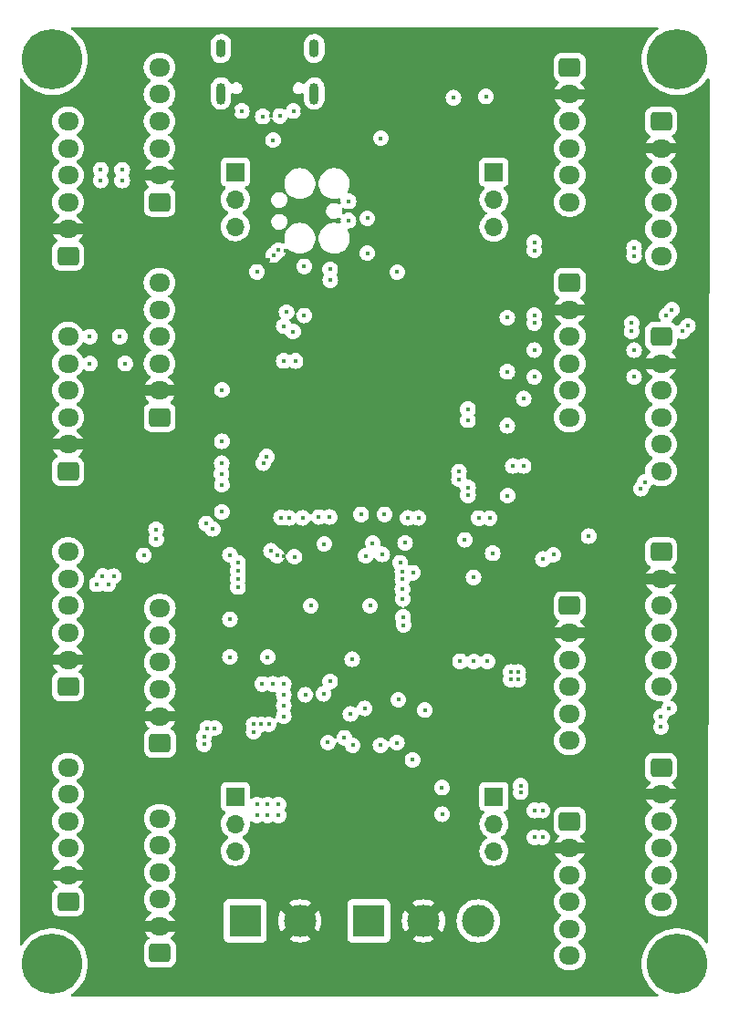
<source format=gbr>
%TF.GenerationSoftware,KiCad,Pcbnew,7.0.1*%
%TF.CreationDate,2023-07-17T00:48:34+01:00*%
%TF.ProjectId,Sensor Hub Board,53656e73-6f72-4204-9875-6220426f6172,rev?*%
%TF.SameCoordinates,Original*%
%TF.FileFunction,Copper,L3,Inr*%
%TF.FilePolarity,Positive*%
%FSLAX46Y46*%
G04 Gerber Fmt 4.6, Leading zero omitted, Abs format (unit mm)*
G04 Created by KiCad (PCBNEW 7.0.1) date 2023-07-17 00:48:34*
%MOMM*%
%LPD*%
G01*
G04 APERTURE LIST*
G04 Aperture macros list*
%AMRoundRect*
0 Rectangle with rounded corners*
0 $1 Rounding radius*
0 $2 $3 $4 $5 $6 $7 $8 $9 X,Y pos of 4 corners*
0 Add a 4 corners polygon primitive as box body*
4,1,4,$2,$3,$4,$5,$6,$7,$8,$9,$2,$3,0*
0 Add four circle primitives for the rounded corners*
1,1,$1+$1,$2,$3*
1,1,$1+$1,$4,$5*
1,1,$1+$1,$6,$7*
1,1,$1+$1,$8,$9*
0 Add four rect primitives between the rounded corners*
20,1,$1+$1,$2,$3,$4,$5,0*
20,1,$1+$1,$4,$5,$6,$7,0*
20,1,$1+$1,$6,$7,$8,$9,0*
20,1,$1+$1,$8,$9,$2,$3,0*%
G04 Aperture macros list end*
%TA.AperFunction,ComponentPad*%
%ADD10R,3.000000X3.000000*%
%TD*%
%TA.AperFunction,ComponentPad*%
%ADD11C,3.000000*%
%TD*%
%TA.AperFunction,ComponentPad*%
%ADD12C,5.600000*%
%TD*%
%TA.AperFunction,ComponentPad*%
%ADD13RoundRect,0.250000X0.725000X-0.600000X0.725000X0.600000X-0.725000X0.600000X-0.725000X-0.600000X0*%
%TD*%
%TA.AperFunction,ComponentPad*%
%ADD14O,1.950000X1.700000*%
%TD*%
%TA.AperFunction,ComponentPad*%
%ADD15R,1.700000X1.700000*%
%TD*%
%TA.AperFunction,ComponentPad*%
%ADD16O,1.700000X1.700000*%
%TD*%
%TA.AperFunction,ComponentPad*%
%ADD17RoundRect,0.250000X-0.725000X0.600000X-0.725000X-0.600000X0.725000X-0.600000X0.725000X0.600000X0*%
%TD*%
%TA.AperFunction,ComponentPad*%
%ADD18O,0.900000X2.000000*%
%TD*%
%TA.AperFunction,ComponentPad*%
%ADD19O,0.900000X1.700000*%
%TD*%
%TA.AperFunction,ViaPad*%
%ADD20C,0.450000*%
%TD*%
G04 APERTURE END LIST*
D10*
%TO.N,/Microcontroller/CANH*%
%TO.C,J302*%
X140380000Y-138000000D03*
D11*
%TO.N,GND*%
X145460000Y-138000000D03*
%TO.N,/Microcontroller/CANL*%
X150540000Y-138000000D03*
%TD*%
D12*
%TO.N,unconnected-(H103-Pad1)*%
%TO.C,H103*%
X169000000Y-58000000D03*
%TD*%
D13*
%TO.N,VDDIO4*%
%TO.C,J415*%
X120975000Y-91250000D03*
D14*
%TO.N,GND*%
X120975000Y-88750000D03*
%TO.N,SCL13*%
X120975000Y-86250000D03*
%TO.N,SDA13*%
X120975000Y-83750000D03*
%TO.N,GPIO13A*%
X120975000Y-81250000D03*
%TO.N,GPIO13B*%
X120975000Y-78750000D03*
%TD*%
D13*
%TO.N,VDDIO4*%
%TO.C,J412*%
X112475000Y-76250000D03*
D14*
%TO.N,GND*%
X112475000Y-73750000D03*
%TO.N,SCL14*%
X112475000Y-71250000D03*
%TO.N,SDA14*%
X112475000Y-68750000D03*
%TO.N,GPIO14A*%
X112475000Y-66250000D03*
%TO.N,GPIO14B*%
X112475000Y-63750000D03*
%TD*%
D10*
%TO.N,VIN_RAW*%
%TO.C,J203*%
X128920000Y-138000000D03*
D11*
%TO.N,GND*%
X134000000Y-138000000D03*
%TD*%
D15*
%TO.N,+3.3V*%
%TO.C,JP402*%
X128000000Y-126460000D03*
D16*
%TO.N,VDDIO3*%
X128000000Y-129000000D03*
%TO.N,+5V*%
X128000000Y-131540000D03*
%TD*%
D12*
%TO.N,unconnected-(H102-Pad1)*%
%TO.C,H102*%
X111000000Y-142000000D03*
%TD*%
D17*
%TO.N,VDDIO1*%
%TO.C,J405*%
X159025000Y-108750000D03*
D14*
%TO.N,GND*%
X159025000Y-111250000D03*
%TO.N,SCL1*%
X159025000Y-113750000D03*
%TO.N,SDA1*%
X159025000Y-116250000D03*
%TO.N,GPIO1A*%
X159025000Y-118750000D03*
%TO.N,GPIO1B*%
X159025000Y-121250000D03*
%TD*%
D12*
%TO.N,unconnected-(H101-Pad1)*%
%TO.C,H101*%
X111000000Y-58000000D03*
%TD*%
D15*
%TO.N,+3.3V*%
%TO.C,JP403*%
X152000000Y-68475000D03*
D16*
%TO.N,VDDIO2*%
X152000000Y-71015000D03*
%TO.N,+5V*%
X152000000Y-73555000D03*
%TD*%
D17*
%TO.N,VDDIO1*%
%TO.C,J402*%
X167525000Y-123750000D03*
D14*
%TO.N,GND*%
X167525000Y-126250000D03*
%TO.N,SCL2*%
X167525000Y-128750000D03*
%TO.N,SDA2*%
X167525000Y-131250000D03*
%TO.N,GPIO2A*%
X167525000Y-133750000D03*
%TO.N,GPIO2B*%
X167525000Y-136250000D03*
%TD*%
D12*
%TO.N,unconnected-(H104-Pad1)*%
%TO.C,H104*%
X169000000Y-142000000D03*
%TD*%
D13*
%TO.N,VDDIO3*%
%TO.C,J407*%
X121000000Y-121500000D03*
D14*
%TO.N,GND*%
X121000000Y-119000000D03*
%TO.N,SCL9*%
X121000000Y-116500000D03*
%TO.N,SDA9*%
X121000000Y-114000000D03*
%TO.N,GPIO9A*%
X121000000Y-111500000D03*
%TO.N,GPIO9B*%
X121000000Y-109000000D03*
%TD*%
D17*
%TO.N,VDDIO1*%
%TO.C,J406*%
X167525000Y-103750000D03*
D14*
%TO.N,GND*%
X167525000Y-106250000D03*
%TO.N,SCL3*%
X167525000Y-108750000D03*
%TO.N,SDA3*%
X167525000Y-111250000D03*
%TO.N,GPIO3A*%
X167525000Y-113750000D03*
%TO.N,GPIO3B*%
X167525000Y-116250000D03*
%TD*%
D17*
%TO.N,VDDIO2*%
%TO.C,J410*%
X159025000Y-58750000D03*
D14*
%TO.N,GND*%
X159025000Y-61250000D03*
%TO.N,SCL6*%
X159025000Y-63750000D03*
%TO.N,SDA6*%
X159025000Y-66250000D03*
%TO.N,GPIO6A*%
X159025000Y-68750000D03*
%TO.N,GPIO6B*%
X159025000Y-71250000D03*
%TD*%
D17*
%TO.N,VDDIO2*%
%TO.C,J413*%
X167525000Y-63750000D03*
D14*
%TO.N,GND*%
X167525000Y-66250000D03*
%TO.N,SCL5*%
X167525000Y-68750000D03*
%TO.N,SDA5*%
X167525000Y-71250000D03*
%TO.N,GPIO5A*%
X167525000Y-73750000D03*
%TO.N,GPIO5B*%
X167525000Y-76250000D03*
%TD*%
D13*
%TO.N,VDDIO3*%
%TO.C,J403*%
X121000000Y-141000000D03*
D14*
%TO.N,GND*%
X121000000Y-138500000D03*
%TO.N,SCL8*%
X121000000Y-136000000D03*
%TO.N,SDA8*%
X121000000Y-133500000D03*
%TO.N,GPIO8A*%
X121000000Y-131000000D03*
%TO.N,GPIO8B*%
X121000000Y-128500000D03*
%TD*%
D13*
%TO.N,VDDIO4*%
%TO.C,J416*%
X120975000Y-71250000D03*
D14*
%TO.N,GND*%
X120975000Y-68750000D03*
%TO.N,SCL15*%
X120975000Y-66250000D03*
%TO.N,SDA15*%
X120975000Y-63750000D03*
%TO.N,GPIO15A*%
X120975000Y-61250000D03*
%TO.N,GPIO15B*%
X120975000Y-58750000D03*
%TD*%
D13*
%TO.N,VDDIO4*%
%TO.C,J411*%
X112475000Y-96250000D03*
D14*
%TO.N,GND*%
X112475000Y-93750000D03*
%TO.N,SCL12*%
X112475000Y-91250000D03*
%TO.N,SDA12*%
X112475000Y-88750000D03*
%TO.N,GPIO12A*%
X112475000Y-86250000D03*
%TO.N,GPIO12B*%
X112475000Y-83750000D03*
%TD*%
D15*
%TO.N,+3.3V*%
%TO.C,JP404*%
X128000000Y-68460000D03*
D16*
%TO.N,VDDIO4*%
X128000000Y-71000000D03*
%TO.N,+5V*%
X128000000Y-73540000D03*
%TD*%
D18*
%TO.N,unconnected-(J303-SHIELD-PadS1)*%
%TO.C,J303*%
X135325000Y-61170000D03*
%TO.N,unconnected-(J303-SHIELD-PadS2)*%
X126675000Y-61170000D03*
D19*
%TO.N,unconnected-(J303-SHIELD-PadS3)*%
X135325000Y-57000000D03*
%TO.N,unconnected-(J303-SHIELD-PadS4)*%
X126675000Y-57000000D03*
%TD*%
D17*
%TO.N,VDDIO2*%
%TO.C,J414*%
X159025000Y-78750000D03*
D14*
%TO.N,GND*%
X159025000Y-81250000D03*
%TO.N,SCL7*%
X159025000Y-83750000D03*
%TO.N,SDA7*%
X159025000Y-86250000D03*
%TO.N,GPIO7A*%
X159025000Y-88750000D03*
%TO.N,GPIO7B*%
X159025000Y-91250000D03*
%TD*%
D17*
%TO.N,VDDIO1*%
%TO.C,J401*%
X159025000Y-128750000D03*
D14*
%TO.N,GND*%
X159025000Y-131250000D03*
%TO.N,SCL0*%
X159025000Y-133750000D03*
%TO.N,SDA0*%
X159025000Y-136250000D03*
%TO.N,GPIO0A*%
X159025000Y-138750000D03*
%TO.N,GPIO0B*%
X159025000Y-141250000D03*
%TD*%
D13*
%TO.N,VDDIO3*%
%TO.C,J408*%
X112475000Y-116250000D03*
D14*
%TO.N,GND*%
X112475000Y-113750000D03*
%TO.N,SCL11*%
X112475000Y-111250000D03*
%TO.N,SDA11*%
X112475000Y-108750000D03*
%TO.N,GPIO11A*%
X112475000Y-106250000D03*
%TO.N,GPIO11B*%
X112475000Y-103750000D03*
%TD*%
D17*
%TO.N,VDDIO2*%
%TO.C,J409*%
X167525000Y-83750000D03*
D14*
%TO.N,GND*%
X167525000Y-86250000D03*
%TO.N,SCL4*%
X167525000Y-88750000D03*
%TO.N,SDA4*%
X167525000Y-91250000D03*
%TO.N,GPIO4A*%
X167525000Y-93750000D03*
%TO.N,GPIO4B*%
X167525000Y-96250000D03*
%TD*%
D15*
%TO.N,+3.3V*%
%TO.C,JP401*%
X152000000Y-126460000D03*
D16*
%TO.N,VDDIO1*%
X152000000Y-129000000D03*
%TO.N,+5V*%
X152000000Y-131540000D03*
%TD*%
D13*
%TO.N,VDDIO3*%
%TO.C,J404*%
X112475000Y-136250000D03*
D14*
%TO.N,GND*%
X112475000Y-133750000D03*
%TO.N,SCL10*%
X112475000Y-131250000D03*
%TO.N,SDA10*%
X112475000Y-128750000D03*
%TO.N,GPIO10A*%
X112475000Y-126250000D03*
%TO.N,GPIO10B*%
X112475000Y-123750000D03*
%TD*%
D20*
%TO.N,VIN*%
X129700000Y-119750000D03*
X130400000Y-119750000D03*
X125400000Y-120100000D03*
X131100000Y-119750000D03*
X130000000Y-127200000D03*
X132000000Y-127200000D03*
X126100000Y-120100000D03*
X125100000Y-120900000D03*
X125100000Y-121600000D03*
X129700000Y-120450000D03*
X132000000Y-128200000D03*
X131000000Y-128200000D03*
X131000000Y-127200000D03*
X130000000Y-128200000D03*
X154480000Y-126050000D03*
X154480000Y-125460000D03*
%TO.N,GND*%
X154000000Y-123470000D03*
X126759000Y-87742000D03*
X153250000Y-83980000D03*
X163125000Y-96425000D03*
X149700000Y-104750000D03*
X128500000Y-66750000D03*
X116900000Y-101620000D03*
X153250000Y-81010000D03*
X151375000Y-106100000D03*
X136000000Y-108750000D03*
X148785000Y-75900000D03*
X120480000Y-104075500D03*
X148785000Y-72875000D03*
X146150000Y-121520000D03*
X134200000Y-62800000D03*
X140000000Y-117000000D03*
X131700000Y-120500000D03*
X132667655Y-75752345D03*
X153260000Y-92980000D03*
X146490000Y-105380000D03*
X145070000Y-61530000D03*
X134450000Y-66750000D03*
X142400000Y-115775000D03*
X128100000Y-120900000D03*
X149970000Y-121160000D03*
X154900000Y-101625000D03*
X163100000Y-103575000D03*
X141225000Y-130000000D03*
X139720000Y-120270000D03*
X153810000Y-124760000D03*
X131336233Y-63275664D03*
X136600000Y-119050000D03*
X126760000Y-100970000D03*
X125120000Y-102930000D03*
X152270000Y-61450000D03*
X132526606Y-104168828D03*
X132950000Y-60140000D03*
X153260000Y-87980000D03*
X127800000Y-62800000D03*
X137960000Y-104070000D03*
X131500000Y-67750000D03*
X142250000Y-119770000D03*
X141500000Y-108750000D03*
X136800000Y-65300000D03*
X139200000Y-78500000D03*
X134100000Y-121500000D03*
X131700000Y-122050000D03*
X139200000Y-77490000D03*
X139510000Y-123250000D03*
X146190000Y-65310000D03*
X143300000Y-103750000D03*
X128100000Y-120200000D03*
X126760000Y-92520000D03*
X131040000Y-76640000D03*
X153260000Y-99480000D03*
X125125000Y-96425000D03*
X130150000Y-122050000D03*
X143980000Y-77750000D03*
X138410000Y-116760000D03*
X163100000Y-102925000D03*
X129010000Y-124940000D03*
X140520000Y-123240000D03*
X149100000Y-121890000D03*
X125110000Y-103580000D03*
X140070000Y-61530000D03*
X140340000Y-120270000D03*
X158480000Y-104005000D03*
X132140000Y-69810000D03*
X148785000Y-69900000D03*
X149700000Y-103750000D03*
X153250000Y-122760000D03*
X127300000Y-120200000D03*
%TO.N,+5V*%
X153550000Y-114900000D03*
X154250000Y-115600000D03*
X154250000Y-114900000D03*
X153550000Y-115600000D03*
X150100000Y-106100000D03*
%TO.N,+3.3V*%
X127507000Y-104013000D03*
X136800000Y-77500000D03*
X126759000Y-88702000D03*
X148250000Y-61560000D03*
X141500000Y-65320000D03*
X131500000Y-116000000D03*
X140100000Y-104100000D03*
X143000000Y-121460000D03*
X133490000Y-104180000D03*
X131000000Y-113500000D03*
X126750000Y-100030000D03*
X148850000Y-113890000D03*
X132500000Y-116000000D03*
X135000000Y-108750000D03*
X153240000Y-87020000D03*
X130500000Y-116000000D03*
X134500000Y-117000000D03*
X132500000Y-117000000D03*
X136600000Y-121450000D03*
X132500000Y-119000000D03*
X143140000Y-117470000D03*
X143300000Y-104750000D03*
X153240000Y-81980000D03*
X144445000Y-123045000D03*
X126750000Y-93470000D03*
X130010000Y-77740000D03*
X140000000Y-118270000D03*
X151260000Y-61450000D03*
X154760000Y-89500000D03*
X127500000Y-110000000D03*
X141470000Y-121690000D03*
X157520000Y-104005000D03*
X119500000Y-104050000D03*
X127500000Y-113500000D03*
X153240000Y-92020000D03*
X126750000Y-97500000D03*
X138900000Y-121700000D03*
X140500000Y-108750000D03*
X153260000Y-98520000D03*
X132500000Y-118000000D03*
X143020000Y-77750000D03*
X138500000Y-71184700D03*
X136810000Y-78500000D03*
%TO.N,NRST*%
X133580000Y-86010000D03*
X133360000Y-83280000D03*
%TO.N,VBUS*%
X131500000Y-65500000D03*
X133400000Y-62800000D03*
X128600000Y-62800000D03*
%TO.N,GPIO4B*%
X165000000Y-85000000D03*
X155750000Y-85000000D03*
%TO.N,IMU_CS*%
X141630000Y-103960000D03*
X143510000Y-106290000D03*
%TO.N,IMU_SCK*%
X143510000Y-107170000D03*
X139670000Y-100260000D03*
%TO.N,IMU_MISO*%
X143540000Y-108120000D03*
X140750000Y-102910000D03*
X136800000Y-115760000D03*
X138850000Y-113710000D03*
%TO.N,IMU_MOSI*%
X144480000Y-105670000D03*
X138680000Y-118790000D03*
X145590000Y-118430000D03*
X141850000Y-100260000D03*
%TO.N,MAG_CS*%
X132250000Y-100560000D03*
X131310000Y-103630000D03*
%TO.N,MAG_MISO*%
X131870000Y-104090000D03*
X132999527Y-100588060D03*
%TO.N,USB_DN*%
X131999810Y-75720190D03*
X132126446Y-63253554D03*
%TO.N,USB_DP*%
X131540190Y-76179810D03*
X130550000Y-63310000D03*
%TO.N,SWDIO*%
X132750000Y-81470000D03*
X138500000Y-72970000D03*
%TO.N,SWCLK*%
X134400000Y-81790000D03*
X134400000Y-77230000D03*
%TO.N,SWO*%
X132500000Y-86000000D03*
X132500000Y-82780000D03*
%TO.N,SCL1_MCU*%
X120646231Y-101646231D03*
X126737000Y-95500000D03*
%TO.N,SDA1_MCU*%
X120654000Y-102554000D03*
X126715000Y-96493000D03*
%TO.N,/Microcontroller/CANL*%
X150130000Y-113910000D03*
X147170000Y-125630000D03*
%TO.N,/Microcontroller/CANH*%
X151390000Y-113910000D03*
X147200000Y-128090000D03*
%TO.N,VDDIO1*%
X167500000Y-120000000D03*
X168250000Y-118250000D03*
X167500000Y-119000000D03*
%TO.N,GPIO0A*%
X156500000Y-130250000D03*
X149588643Y-98497164D03*
X150600000Y-100600000D03*
X156500000Y-127750000D03*
%TO.N,GPIO0B*%
X155750000Y-130250000D03*
X155750000Y-127750000D03*
X151879122Y-103870878D03*
X149300751Y-102615500D03*
%TO.N,GPIO2A*%
X169500000Y-83250000D03*
X168000000Y-81750000D03*
X164774500Y-83250000D03*
X155750000Y-82500000D03*
%TO.N,GPIO2B*%
X168500000Y-81250000D03*
X164774500Y-82500000D03*
X155750000Y-81750000D03*
X170000000Y-82750000D03*
%TO.N,GPIO8A*%
X128250000Y-107000000D03*
X136750000Y-100500000D03*
%TO.N,GPIO8B*%
X128250000Y-106250000D03*
X136250000Y-103000000D03*
%TO.N,GPIO10A*%
X125900000Y-101600000D03*
X116725500Y-106000000D03*
%TO.N,GPIO10B*%
X130600000Y-95500000D03*
X116201000Y-106750000D03*
%TO.N,GPIO1B*%
X149588643Y-97750000D03*
X151600000Y-100600000D03*
%TO.N,GPIO3A*%
X165625000Y-97875000D03*
X148750000Y-97000000D03*
%TO.N,GPIO3B*%
X148750000Y-96275000D03*
X166000000Y-97250000D03*
%TO.N,GPIO9A*%
X135750000Y-100500000D03*
X128250000Y-105500000D03*
%TO.N,GPIO9B*%
X134250000Y-100575998D03*
X128250000Y-104750000D03*
%TO.N,GPIO11A*%
X130900000Y-94900000D03*
X115151500Y-106750000D03*
%TO.N,GPIO11B*%
X115674000Y-105990000D03*
X125300000Y-101100000D03*
%TO.N,GPIO4A*%
X155750000Y-87500000D03*
X165000000Y-87500000D03*
%TO.N,GPIO12A*%
X114500000Y-86250000D03*
X117774500Y-86250000D03*
%TO.N,GPIO12B*%
X117274500Y-83750000D03*
X114500000Y-83750000D03*
%TO.N,GPIO14A*%
X117500000Y-69250000D03*
X115500000Y-69250000D03*
%TO.N,GPIO14B*%
X115500000Y-68250000D03*
X117500000Y-68250000D03*
%TO.N,GPIO5A*%
X155750000Y-75000000D03*
X165000000Y-75500000D03*
%TO.N,GPIO5B*%
X155750000Y-75750000D03*
X165000000Y-76250000D03*
%TO.N,MUX2_RST*%
X156550000Y-104400000D03*
X160785000Y-102275000D03*
%TO.N,IMU_INT1*%
X138120000Y-121000000D03*
X136190000Y-116920000D03*
%TO.N,IMU_INT2*%
X143510878Y-105549122D03*
X143754123Y-102905879D03*
%TO.N,MAG_INT*%
X144997164Y-100588643D03*
X143610000Y-110530000D03*
%TO.N,MAG_DRDY*%
X143570000Y-109790000D03*
X144000473Y-100588060D03*
%TO.N,BTN*%
X140250000Y-76000000D03*
X140250000Y-72750000D03*
%TO.N,SCL4_MCU*%
X154750000Y-95750000D03*
X149586843Y-91504663D03*
%TO.N,SDA4_MCU*%
X153750000Y-95750000D03*
X149586080Y-90491966D03*
%TD*%
%TA.AperFunction,Conductor*%
%TO.N,GND*%
G36*
X167198359Y-55016890D02*
G01*
X167243684Y-55061726D01*
X167260740Y-55123157D01*
X167245018Y-55184943D01*
X167200677Y-55230748D01*
X167183794Y-55240906D01*
X167145081Y-55264199D01*
X166860161Y-55480789D01*
X166600332Y-55726913D01*
X166368636Y-55999686D01*
X166167786Y-56295919D01*
X166000146Y-56612118D01*
X165867674Y-56944598D01*
X165771930Y-57289440D01*
X165714027Y-57642635D01*
X165694651Y-57999999D01*
X165714027Y-58357364D01*
X165771930Y-58710559D01*
X165867674Y-59055401D01*
X166000146Y-59387881D01*
X166167786Y-59704080D01*
X166167789Y-59704085D01*
X166245470Y-59818656D01*
X166368636Y-60000313D01*
X166600332Y-60273086D01*
X166860161Y-60519210D01*
X166930162Y-60572423D01*
X167145081Y-60735800D01*
X167451747Y-60920315D01*
X167776565Y-61070591D01*
X168115726Y-61184868D01*
X168465254Y-61261805D01*
X168786151Y-61296704D01*
X168821051Y-61300500D01*
X168821052Y-61300500D01*
X169178948Y-61300500D01*
X169178949Y-61300500D01*
X169210730Y-61297043D01*
X169534746Y-61261805D01*
X169884274Y-61184868D01*
X170223435Y-61070591D01*
X170548253Y-60920315D01*
X170854919Y-60735800D01*
X171139837Y-60519211D01*
X171399668Y-60273086D01*
X171631365Y-60000311D01*
X171770172Y-59795584D01*
X171817140Y-59754370D01*
X171878247Y-59741294D01*
X171937971Y-59759679D01*
X171981145Y-59804857D01*
X171996804Y-59865353D01*
X171881119Y-139964381D01*
X171865320Y-140024770D01*
X171822103Y-140069810D01*
X171762418Y-140088089D01*
X171701391Y-140074974D01*
X171654485Y-140033788D01*
X171631366Y-139999689D01*
X171399667Y-139726913D01*
X171139838Y-139480789D01*
X170854918Y-139264199D01*
X170548250Y-139079683D01*
X170223439Y-138929411D01*
X170223440Y-138929411D01*
X170223435Y-138929409D01*
X169884274Y-138815132D01*
X169884273Y-138815131D01*
X169884271Y-138815131D01*
X169672189Y-138768448D01*
X169534746Y-138738195D01*
X169248894Y-138707107D01*
X169178949Y-138699500D01*
X169178948Y-138699500D01*
X168821052Y-138699500D01*
X168821051Y-138699500D01*
X168465254Y-138738195D01*
X168115728Y-138815131D01*
X167943283Y-138873234D01*
X167776565Y-138929409D01*
X167776562Y-138929410D01*
X167776560Y-138929411D01*
X167451749Y-139079683D01*
X167145081Y-139264199D01*
X166860161Y-139480789D01*
X166600332Y-139726913D01*
X166368636Y-139999686D01*
X166167786Y-140295919D01*
X166000146Y-140612118D01*
X165867674Y-140944598D01*
X165771930Y-141289440D01*
X165714027Y-141642635D01*
X165694651Y-142000000D01*
X165714027Y-142357364D01*
X165714027Y-142357369D01*
X165714028Y-142357371D01*
X165742978Y-142533961D01*
X165771930Y-142710559D01*
X165867674Y-143055401D01*
X166000146Y-143387881D01*
X166167786Y-143704080D01*
X166368636Y-144000313D01*
X166600332Y-144273086D01*
X166860161Y-144519210D01*
X167145081Y-144735800D01*
X167200677Y-144769251D01*
X167245018Y-144815057D01*
X167260740Y-144876843D01*
X167243684Y-144938274D01*
X167198359Y-144983110D01*
X167136747Y-144999500D01*
X112863253Y-144999500D01*
X112801641Y-144983110D01*
X112756316Y-144938274D01*
X112739260Y-144876843D01*
X112754982Y-144815057D01*
X112799322Y-144769251D01*
X112854919Y-144735800D01*
X113139837Y-144519211D01*
X113399668Y-144273086D01*
X113631365Y-144000311D01*
X113832211Y-143704085D01*
X113924597Y-143529826D01*
X113999853Y-143387881D01*
X114132325Y-143055401D01*
X114228069Y-142710559D01*
X114228068Y-142710559D01*
X114228071Y-142710552D01*
X114285972Y-142357371D01*
X114305348Y-142000000D01*
X114286372Y-141650008D01*
X119524500Y-141650008D01*
X119535000Y-141752796D01*
X119590186Y-141919334D01*
X119682288Y-142068657D01*
X119806342Y-142192711D01*
X119806344Y-142192712D01*
X119955666Y-142284814D01*
X120067017Y-142321712D01*
X120122202Y-142339999D01*
X120132702Y-142341071D01*
X120224991Y-142350500D01*
X121775008Y-142350499D01*
X121877797Y-142339999D01*
X122044334Y-142284814D01*
X122193656Y-142192712D01*
X122317712Y-142068656D01*
X122409814Y-141919334D01*
X122464999Y-141752797D01*
X122475500Y-141650009D01*
X122475500Y-141250000D01*
X157544340Y-141250000D01*
X157564936Y-141485407D01*
X157607064Y-141642629D01*
X157626097Y-141713663D01*
X157725965Y-141927829D01*
X157861505Y-142121401D01*
X158028599Y-142288495D01*
X158222171Y-142424035D01*
X158436337Y-142523903D01*
X158664591Y-142585062D01*
X158664592Y-142585063D01*
X158841032Y-142600500D01*
X158841034Y-142600500D01*
X159208966Y-142600500D01*
X159208968Y-142600500D01*
X159326593Y-142590208D01*
X159385408Y-142585063D01*
X159613663Y-142523903D01*
X159827829Y-142424035D01*
X160021401Y-142288495D01*
X160188495Y-142121401D01*
X160324035Y-141927830D01*
X160423903Y-141713663D01*
X160485063Y-141485408D01*
X160505659Y-141250000D01*
X160485063Y-141014592D01*
X160423903Y-140786337D01*
X160324035Y-140572171D01*
X160188495Y-140378599D01*
X160021401Y-140211505D01*
X159864401Y-140101573D01*
X159825537Y-140057257D01*
X159811526Y-140000000D01*
X159825537Y-139942743D01*
X159864401Y-139898426D01*
X160021401Y-139788495D01*
X160188495Y-139621401D01*
X160324035Y-139427830D01*
X160423903Y-139213663D01*
X160485063Y-138985408D01*
X160505659Y-138750000D01*
X160485063Y-138514592D01*
X160423903Y-138286337D01*
X160324035Y-138072171D01*
X160188495Y-137878599D01*
X160021401Y-137711505D01*
X159864401Y-137601573D01*
X159825537Y-137557257D01*
X159811526Y-137500000D01*
X159825537Y-137442743D01*
X159864401Y-137398426D01*
X160021401Y-137288495D01*
X160188495Y-137121401D01*
X160324035Y-136927830D01*
X160423903Y-136713663D01*
X160485063Y-136485408D01*
X160505659Y-136250000D01*
X166044340Y-136250000D01*
X166064936Y-136485407D01*
X166116495Y-136677827D01*
X166126097Y-136713663D01*
X166225965Y-136927829D01*
X166361505Y-137121401D01*
X166528599Y-137288495D01*
X166722171Y-137424035D01*
X166936337Y-137523903D01*
X167164592Y-137585063D01*
X167341032Y-137600500D01*
X167341034Y-137600500D01*
X167708966Y-137600500D01*
X167708968Y-137600500D01*
X167828990Y-137589999D01*
X167885408Y-137585063D01*
X168113663Y-137523903D01*
X168327829Y-137424035D01*
X168521401Y-137288495D01*
X168688495Y-137121401D01*
X168824035Y-136927830D01*
X168923903Y-136713663D01*
X168985063Y-136485408D01*
X169005659Y-136250000D01*
X168985063Y-136014592D01*
X168923903Y-135786337D01*
X168824035Y-135572171D01*
X168688495Y-135378599D01*
X168521401Y-135211505D01*
X168364401Y-135101573D01*
X168325537Y-135057257D01*
X168311526Y-135000000D01*
X168325537Y-134942743D01*
X168364401Y-134898426D01*
X168521401Y-134788495D01*
X168688495Y-134621401D01*
X168824035Y-134427830D01*
X168923903Y-134213663D01*
X168985063Y-133985408D01*
X169005659Y-133750000D01*
X168985063Y-133514592D01*
X168923903Y-133286337D01*
X168824035Y-133072171D01*
X168688495Y-132878599D01*
X168521401Y-132711505D01*
X168364401Y-132601573D01*
X168325537Y-132557257D01*
X168311526Y-132500000D01*
X168325537Y-132442743D01*
X168364401Y-132398426D01*
X168521401Y-132288495D01*
X168688495Y-132121401D01*
X168824035Y-131927830D01*
X168923903Y-131713663D01*
X168985063Y-131485408D01*
X169005659Y-131250000D01*
X168985063Y-131014592D01*
X168923903Y-130786337D01*
X168824035Y-130572171D01*
X168688495Y-130378599D01*
X168521401Y-130211505D01*
X168364401Y-130101573D01*
X168325537Y-130057257D01*
X168311526Y-130000000D01*
X168325537Y-129942743D01*
X168364401Y-129898426D01*
X168521401Y-129788495D01*
X168688495Y-129621401D01*
X168824035Y-129427830D01*
X168923903Y-129213663D01*
X168985063Y-128985408D01*
X169005659Y-128750000D01*
X168985063Y-128514592D01*
X168923903Y-128286337D01*
X168824035Y-128072171D01*
X168688495Y-127878599D01*
X168521401Y-127711505D01*
X168363966Y-127601268D01*
X168325102Y-127556951D01*
X168311091Y-127499694D01*
X168325102Y-127442437D01*
X168363968Y-127398119D01*
X168521078Y-127288109D01*
X168688106Y-127121081D01*
X168823600Y-126927576D01*
X168906406Y-126750000D01*
X166143594Y-126750000D01*
X166226400Y-126927578D01*
X166361890Y-127121078D01*
X166528921Y-127288109D01*
X166686032Y-127398119D01*
X166724898Y-127442437D01*
X166738909Y-127499694D01*
X166724898Y-127556951D01*
X166686033Y-127601268D01*
X166571677Y-127681342D01*
X166528595Y-127711508D01*
X166361508Y-127878595D01*
X166361505Y-127878598D01*
X166361505Y-127878599D01*
X166251057Y-128036336D01*
X166225964Y-128072172D01*
X166126097Y-128286337D01*
X166064936Y-128514592D01*
X166044340Y-128750000D01*
X166064936Y-128985407D01*
X166116495Y-129177827D01*
X166126097Y-129213663D01*
X166225965Y-129427829D01*
X166361505Y-129621401D01*
X166528599Y-129788495D01*
X166555393Y-129807256D01*
X166685596Y-129898425D01*
X166724462Y-129942743D01*
X166738473Y-130000000D01*
X166724462Y-130057257D01*
X166685596Y-130101575D01*
X166528598Y-130211505D01*
X166361508Y-130378595D01*
X166361505Y-130378598D01*
X166361505Y-130378599D01*
X166251057Y-130536336D01*
X166225964Y-130572172D01*
X166126097Y-130786337D01*
X166064936Y-131014592D01*
X166044340Y-131249999D01*
X166064936Y-131485407D01*
X166116495Y-131677827D01*
X166126097Y-131713663D01*
X166225965Y-131927829D01*
X166361505Y-132121401D01*
X166528599Y-132288495D01*
X166555393Y-132307256D01*
X166685596Y-132398425D01*
X166724462Y-132442743D01*
X166738473Y-132500000D01*
X166724462Y-132557257D01*
X166685596Y-132601575D01*
X166528598Y-132711505D01*
X166361508Y-132878595D01*
X166361505Y-132878598D01*
X166361505Y-132878599D01*
X166251057Y-133036336D01*
X166225964Y-133072172D01*
X166126097Y-133286337D01*
X166064936Y-133514592D01*
X166044340Y-133750000D01*
X166064936Y-133985407D01*
X166116495Y-134177827D01*
X166126097Y-134213663D01*
X166225965Y-134427829D01*
X166361505Y-134621401D01*
X166528599Y-134788495D01*
X166685596Y-134898425D01*
X166724462Y-134942743D01*
X166738473Y-135000000D01*
X166724462Y-135057257D01*
X166685596Y-135101575D01*
X166528598Y-135211505D01*
X166361508Y-135378595D01*
X166361505Y-135378598D01*
X166361505Y-135378599D01*
X166251057Y-135536336D01*
X166225964Y-135572172D01*
X166126097Y-135786337D01*
X166064936Y-136014592D01*
X166044340Y-136250000D01*
X160505659Y-136250000D01*
X160485063Y-136014592D01*
X160423903Y-135786337D01*
X160324035Y-135572171D01*
X160188495Y-135378599D01*
X160021401Y-135211505D01*
X159864401Y-135101573D01*
X159825537Y-135057257D01*
X159811526Y-135000000D01*
X159825537Y-134942743D01*
X159864401Y-134898426D01*
X160021401Y-134788495D01*
X160188495Y-134621401D01*
X160324035Y-134427830D01*
X160423903Y-134213663D01*
X160485063Y-133985408D01*
X160505659Y-133750000D01*
X160485063Y-133514592D01*
X160423903Y-133286337D01*
X160324035Y-133072171D01*
X160188495Y-132878599D01*
X160021401Y-132711505D01*
X159863966Y-132601268D01*
X159825102Y-132556951D01*
X159811091Y-132499694D01*
X159825102Y-132442437D01*
X159863968Y-132398119D01*
X160021078Y-132288109D01*
X160188106Y-132121081D01*
X160323600Y-131927576D01*
X160406406Y-131750000D01*
X157643594Y-131750000D01*
X157726400Y-131927578D01*
X157861890Y-132121078D01*
X158028921Y-132288109D01*
X158186032Y-132398119D01*
X158224898Y-132442437D01*
X158238909Y-132499694D01*
X158224898Y-132556951D01*
X158186033Y-132601269D01*
X158028595Y-132711508D01*
X157861508Y-132878595D01*
X157861505Y-132878598D01*
X157861505Y-132878599D01*
X157751057Y-133036336D01*
X157725964Y-133072172D01*
X157626097Y-133286337D01*
X157564936Y-133514592D01*
X157544340Y-133750000D01*
X157564936Y-133985407D01*
X157616495Y-134177827D01*
X157626097Y-134213663D01*
X157725965Y-134427829D01*
X157861505Y-134621401D01*
X158028599Y-134788495D01*
X158185596Y-134898425D01*
X158224462Y-134942743D01*
X158238473Y-135000000D01*
X158224462Y-135057257D01*
X158185596Y-135101575D01*
X158028598Y-135211505D01*
X157861508Y-135378595D01*
X157861505Y-135378598D01*
X157861505Y-135378599D01*
X157751057Y-135536336D01*
X157725964Y-135572172D01*
X157626097Y-135786337D01*
X157564936Y-136014592D01*
X157544340Y-136250000D01*
X157564936Y-136485407D01*
X157616495Y-136677827D01*
X157626097Y-136713663D01*
X157725965Y-136927829D01*
X157861505Y-137121401D01*
X158028599Y-137288495D01*
X158117152Y-137350500D01*
X158185596Y-137398425D01*
X158224462Y-137442743D01*
X158238473Y-137500000D01*
X158224462Y-137557257D01*
X158185596Y-137601575D01*
X158028598Y-137711505D01*
X157861508Y-137878595D01*
X157861505Y-137878598D01*
X157861505Y-137878599D01*
X157776499Y-138000001D01*
X157725964Y-138072172D01*
X157626097Y-138286337D01*
X157564936Y-138514592D01*
X157544340Y-138750000D01*
X157564936Y-138985407D01*
X157616428Y-139177576D01*
X157626097Y-139213663D01*
X157725965Y-139427829D01*
X157861505Y-139621401D01*
X158028599Y-139788495D01*
X158185596Y-139898425D01*
X158224462Y-139942743D01*
X158238473Y-140000000D01*
X158224462Y-140057257D01*
X158185596Y-140101575D01*
X158028598Y-140211505D01*
X157861508Y-140378595D01*
X157725964Y-140572172D01*
X157626097Y-140786337D01*
X157564936Y-141014592D01*
X157544340Y-141250000D01*
X122475500Y-141250000D01*
X122475499Y-140349992D01*
X122464999Y-140247203D01*
X122409814Y-140080666D01*
X122338089Y-139964381D01*
X122317711Y-139931342D01*
X122193657Y-139807288D01*
X122038441Y-139711551D01*
X121998957Y-139672638D01*
X121980375Y-139620408D01*
X121986411Y-139565301D01*
X121997339Y-139547869D01*
X126919500Y-139547869D01*
X126925909Y-139607484D01*
X126931100Y-139621401D01*
X126976204Y-139742331D01*
X127062454Y-139857546D01*
X127177669Y-139943796D01*
X127312517Y-139994091D01*
X127372127Y-140000500D01*
X130467872Y-140000499D01*
X130527483Y-139994091D01*
X130662331Y-139943796D01*
X130777546Y-139857546D01*
X130863796Y-139742331D01*
X130870761Y-139723657D01*
X132983448Y-139723657D01*
X133167045Y-139823909D01*
X133435100Y-139923889D01*
X133714642Y-139984699D01*
X134000000Y-140005109D01*
X134285357Y-139984699D01*
X134564899Y-139923889D01*
X134832954Y-139823909D01*
X135016550Y-139723658D01*
X135016550Y-139723657D01*
X134840762Y-139547869D01*
X138379500Y-139547869D01*
X138385909Y-139607484D01*
X138391100Y-139621401D01*
X138436204Y-139742331D01*
X138522454Y-139857546D01*
X138637669Y-139943796D01*
X138772517Y-139994091D01*
X138832127Y-140000500D01*
X141927872Y-140000499D01*
X141987483Y-139994091D01*
X142122331Y-139943796D01*
X142237546Y-139857546D01*
X142323796Y-139742331D01*
X142330761Y-139723657D01*
X144443448Y-139723657D01*
X144627045Y-139823909D01*
X144895100Y-139923889D01*
X145174642Y-139984699D01*
X145460000Y-140005109D01*
X145745357Y-139984699D01*
X146024899Y-139923889D01*
X146292954Y-139823909D01*
X146476550Y-139723658D01*
X146476550Y-139723657D01*
X145460000Y-138707107D01*
X144443448Y-139723657D01*
X142330761Y-139723657D01*
X142374091Y-139607483D01*
X142380500Y-139547873D01*
X142380499Y-138000000D01*
X143454890Y-138000000D01*
X143475300Y-138285357D01*
X143536111Y-138564902D01*
X143636088Y-138832952D01*
X143736341Y-139016550D01*
X144752893Y-138000001D01*
X146167107Y-138000001D01*
X147183657Y-139016550D01*
X147183658Y-139016550D01*
X147283909Y-138832954D01*
X147383889Y-138564899D01*
X147444699Y-138285357D01*
X147465109Y-138000000D01*
X148534389Y-138000000D01*
X148554804Y-138285429D01*
X148615629Y-138565041D01*
X148615631Y-138565046D01*
X148684615Y-138750000D01*
X148715634Y-138833163D01*
X148852772Y-139084313D01*
X148922588Y-139177576D01*
X149024261Y-139313395D01*
X149226605Y-139515739D01*
X149349161Y-139607483D01*
X149455686Y-139687227D01*
X149556600Y-139742330D01*
X149706839Y-139824367D01*
X149974954Y-139924369D01*
X149974957Y-139924369D01*
X149974958Y-139924370D01*
X150027217Y-139935738D01*
X150254572Y-139985196D01*
X150540000Y-140005610D01*
X150825428Y-139985196D01*
X151105046Y-139924369D01*
X151373161Y-139824367D01*
X151624315Y-139687226D01*
X151853395Y-139515739D01*
X152055739Y-139313395D01*
X152227226Y-139084315D01*
X152364367Y-138833161D01*
X152464369Y-138565046D01*
X152525196Y-138285428D01*
X152545610Y-138000000D01*
X152525196Y-137714572D01*
X152466057Y-137442712D01*
X152464370Y-137434958D01*
X152450744Y-137398425D01*
X152364367Y-137166839D01*
X152274793Y-137002797D01*
X152227227Y-136915686D01*
X152075994Y-136713663D01*
X152055739Y-136686605D01*
X151853395Y-136484261D01*
X151730837Y-136392515D01*
X151624313Y-136312772D01*
X151373163Y-136175634D01*
X151373162Y-136175633D01*
X151373161Y-136175633D01*
X151105046Y-136075631D01*
X151105041Y-136075629D01*
X150825429Y-136014804D01*
X150539999Y-135994389D01*
X150254570Y-136014804D01*
X149974958Y-136075629D01*
X149706836Y-136175634D01*
X149455686Y-136312772D01*
X149226602Y-136484263D01*
X149024263Y-136686602D01*
X148852772Y-136915686D01*
X148715634Y-137166836D01*
X148615629Y-137434958D01*
X148554804Y-137714570D01*
X148534389Y-138000000D01*
X147465109Y-138000000D01*
X147444699Y-137714642D01*
X147383889Y-137435100D01*
X147283909Y-137167045D01*
X147183657Y-136983448D01*
X146167107Y-138000000D01*
X146167107Y-138000001D01*
X144752893Y-138000001D01*
X144752893Y-138000000D01*
X143736341Y-136983448D01*
X143736339Y-136983448D01*
X143636090Y-137167043D01*
X143536111Y-137435097D01*
X143475300Y-137714642D01*
X143454890Y-138000000D01*
X142380499Y-138000000D01*
X142380499Y-136452128D01*
X142374091Y-136392517D01*
X142330760Y-136276341D01*
X144443448Y-136276341D01*
X145460000Y-137292893D01*
X145460001Y-137292893D01*
X146476550Y-136276341D01*
X146476550Y-136276340D01*
X146292952Y-136176088D01*
X146024902Y-136076111D01*
X145745357Y-136015300D01*
X145460000Y-135994890D01*
X145174642Y-136015300D01*
X144895097Y-136076111D01*
X144627043Y-136176090D01*
X144443448Y-136276339D01*
X144443448Y-136276341D01*
X142330760Y-136276341D01*
X142323796Y-136257669D01*
X142237546Y-136142454D01*
X142122331Y-136056204D01*
X141987483Y-136005909D01*
X141927873Y-135999500D01*
X141927869Y-135999500D01*
X138832130Y-135999500D01*
X138772515Y-136005909D01*
X138637669Y-136056204D01*
X138522454Y-136142454D01*
X138436204Y-136257668D01*
X138385909Y-136392516D01*
X138379500Y-136452130D01*
X138379500Y-139547869D01*
X134840762Y-139547869D01*
X134000000Y-138707107D01*
X132983448Y-139723657D01*
X130870761Y-139723657D01*
X130914091Y-139607483D01*
X130920500Y-139547873D01*
X130920499Y-138000000D01*
X131994890Y-138000000D01*
X132015300Y-138285357D01*
X132076111Y-138564902D01*
X132176088Y-138832952D01*
X132276341Y-139016550D01*
X133292893Y-138000001D01*
X133292893Y-138000000D01*
X134707107Y-138000000D01*
X135723657Y-139016550D01*
X135723658Y-139016550D01*
X135823909Y-138832954D01*
X135923889Y-138564899D01*
X135984699Y-138285357D01*
X136005109Y-138000000D01*
X135984699Y-137714642D01*
X135923889Y-137435100D01*
X135823909Y-137167045D01*
X135723657Y-136983448D01*
X134707107Y-138000000D01*
X133292893Y-138000000D01*
X133292893Y-137999999D01*
X132276341Y-136983448D01*
X132276339Y-136983448D01*
X132176090Y-137167043D01*
X132076111Y-137435097D01*
X132015300Y-137714642D01*
X131994890Y-138000000D01*
X130920499Y-138000000D01*
X130920499Y-136452128D01*
X130914091Y-136392517D01*
X130870760Y-136276341D01*
X132983448Y-136276341D01*
X134000000Y-137292893D01*
X134000001Y-137292893D01*
X135016550Y-136276341D01*
X135016550Y-136276340D01*
X134832952Y-136176088D01*
X134564902Y-136076111D01*
X134285357Y-136015300D01*
X134000000Y-135994890D01*
X133714642Y-136015300D01*
X133435097Y-136076111D01*
X133167043Y-136176090D01*
X132983448Y-136276339D01*
X132983448Y-136276341D01*
X130870760Y-136276341D01*
X130863796Y-136257669D01*
X130777546Y-136142454D01*
X130662331Y-136056204D01*
X130527483Y-136005909D01*
X130467873Y-135999500D01*
X130467869Y-135999500D01*
X127372130Y-135999500D01*
X127312515Y-136005909D01*
X127177669Y-136056204D01*
X127062454Y-136142454D01*
X126976204Y-136257668D01*
X126925909Y-136392516D01*
X126919500Y-136452130D01*
X126919500Y-139547869D01*
X121997339Y-139547869D01*
X122015856Y-139518330D01*
X122163109Y-139371077D01*
X122298600Y-139177576D01*
X122381406Y-139000000D01*
X119618594Y-139000000D01*
X119701400Y-139177578D01*
X119836890Y-139371078D01*
X119984143Y-139518331D01*
X120013588Y-139565301D01*
X120019624Y-139620408D01*
X120001042Y-139672637D01*
X119961559Y-139711551D01*
X119806341Y-139807289D01*
X119682288Y-139931342D01*
X119590186Y-140080665D01*
X119535000Y-140247202D01*
X119524500Y-140349990D01*
X119524500Y-141650008D01*
X114286372Y-141650008D01*
X114285972Y-141642629D01*
X114228071Y-141289448D01*
X114228069Y-141289440D01*
X114132325Y-140944598D01*
X113999853Y-140612118D01*
X113832213Y-140295919D01*
X113832211Y-140295915D01*
X113631365Y-139999689D01*
X113631363Y-139999686D01*
X113399667Y-139726913D01*
X113139838Y-139480789D01*
X112854918Y-139264199D01*
X112548250Y-139079683D01*
X112223439Y-138929411D01*
X112223440Y-138929411D01*
X112223435Y-138929409D01*
X111884274Y-138815132D01*
X111884273Y-138815131D01*
X111884271Y-138815131D01*
X111672189Y-138768448D01*
X111534746Y-138738195D01*
X111248894Y-138707107D01*
X111178949Y-138699500D01*
X111178948Y-138699500D01*
X110821052Y-138699500D01*
X110821051Y-138699500D01*
X110465254Y-138738195D01*
X110115728Y-138815131D01*
X109943283Y-138873234D01*
X109776565Y-138929409D01*
X109776562Y-138929410D01*
X109776560Y-138929411D01*
X109451749Y-139079683D01*
X109145081Y-139264199D01*
X108860161Y-139480789D01*
X108600332Y-139726913D01*
X108368636Y-139999686D01*
X108274315Y-140138801D01*
X108233334Y-140199244D01*
X108227134Y-140208388D01*
X108180196Y-140249589D01*
X108119129Y-140262685D01*
X108059424Y-140244353D01*
X108016229Y-140199244D01*
X108000500Y-140138801D01*
X108000500Y-136900008D01*
X110999500Y-136900008D01*
X111010000Y-137002796D01*
X111065186Y-137169334D01*
X111157288Y-137318657D01*
X111281342Y-137442711D01*
X111337895Y-137477593D01*
X111430666Y-137534814D01*
X111542017Y-137571712D01*
X111597202Y-137589999D01*
X111607702Y-137591071D01*
X111699991Y-137600500D01*
X113250008Y-137600499D01*
X113352797Y-137589999D01*
X113519334Y-137534814D01*
X113668656Y-137442712D01*
X113792712Y-137318656D01*
X113884814Y-137169334D01*
X113939999Y-137002797D01*
X113950500Y-136900009D01*
X113950499Y-135999999D01*
X119519340Y-135999999D01*
X119539936Y-136235407D01*
X119601097Y-136463663D01*
X119700965Y-136677829D01*
X119836505Y-136871401D01*
X120003598Y-137038494D01*
X120161032Y-137148730D01*
X120199898Y-137193048D01*
X120213909Y-137250305D01*
X120199898Y-137307562D01*
X120161033Y-137351880D01*
X120003918Y-137461893D01*
X119836893Y-137628918D01*
X119701399Y-137822423D01*
X119618593Y-137999999D01*
X119618593Y-138000000D01*
X122381406Y-138000000D01*
X122381405Y-137999999D01*
X122298599Y-137822421D01*
X122163109Y-137628921D01*
X121996078Y-137461890D01*
X121838967Y-137351880D01*
X121800101Y-137307562D01*
X121786090Y-137250305D01*
X121800101Y-137193048D01*
X121838964Y-137148732D01*
X121996401Y-137038495D01*
X122163495Y-136871401D01*
X122299035Y-136677830D01*
X122398903Y-136463663D01*
X122460063Y-136235408D01*
X122480659Y-136000000D01*
X122460063Y-135764592D01*
X122398903Y-135536337D01*
X122299035Y-135322171D01*
X122163495Y-135128599D01*
X121996401Y-134961505D01*
X121839401Y-134851573D01*
X121800537Y-134807257D01*
X121786526Y-134750000D01*
X121800537Y-134692743D01*
X121839401Y-134648426D01*
X121996401Y-134538495D01*
X122163495Y-134371401D01*
X122299035Y-134177830D01*
X122398903Y-133963663D01*
X122460063Y-133735408D01*
X122480659Y-133500000D01*
X122460063Y-133264592D01*
X122398903Y-133036337D01*
X122299035Y-132822171D01*
X122163495Y-132628599D01*
X121996401Y-132461505D01*
X121839401Y-132351572D01*
X121800537Y-132307256D01*
X121786526Y-132249998D01*
X121800537Y-132192742D01*
X121839399Y-132148428D01*
X121996401Y-132038495D01*
X122163495Y-131871401D01*
X122299035Y-131677830D01*
X122363306Y-131540000D01*
X126644340Y-131540000D01*
X126664936Y-131775407D01*
X126705710Y-131927576D01*
X126726097Y-132003663D01*
X126825965Y-132217830D01*
X126961505Y-132411401D01*
X127128599Y-132578495D01*
X127322170Y-132714035D01*
X127536337Y-132813903D01*
X127764592Y-132875063D01*
X128000000Y-132895659D01*
X128235408Y-132875063D01*
X128463663Y-132813903D01*
X128677830Y-132714035D01*
X128871401Y-132578495D01*
X129038495Y-132411401D01*
X129174035Y-132217830D01*
X129273903Y-132003663D01*
X129335063Y-131775408D01*
X129355659Y-131540000D01*
X150644340Y-131540000D01*
X150664936Y-131775407D01*
X150705710Y-131927576D01*
X150726097Y-132003663D01*
X150825965Y-132217830D01*
X150961505Y-132411401D01*
X151128599Y-132578495D01*
X151322170Y-132714035D01*
X151536337Y-132813903D01*
X151764592Y-132875063D01*
X152000000Y-132895659D01*
X152235408Y-132875063D01*
X152463663Y-132813903D01*
X152677830Y-132714035D01*
X152871401Y-132578495D01*
X153038495Y-132411401D01*
X153174035Y-132217830D01*
X153273903Y-132003663D01*
X153335063Y-131775408D01*
X153355659Y-131540000D01*
X153335063Y-131304592D01*
X153273903Y-131076337D01*
X153174035Y-130862171D01*
X153038495Y-130668599D01*
X152871401Y-130501505D01*
X152685839Y-130371573D01*
X152646975Y-130327257D01*
X152632964Y-130270000D01*
X152637858Y-130250000D01*
X155019908Y-130250000D01*
X155038213Y-130412461D01*
X155092209Y-130566772D01*
X155095602Y-130572172D01*
X155179192Y-130705204D01*
X155294796Y-130820808D01*
X155433225Y-130907789D01*
X155433227Y-130907790D01*
X155587538Y-130961786D01*
X155750000Y-130980091D01*
X155912461Y-130961786D01*
X156066775Y-130907789D01*
X156066776Y-130907788D01*
X156079963Y-130903174D01*
X156081061Y-130906312D01*
X156124993Y-130893650D01*
X156168940Y-130906311D01*
X156170038Y-130903175D01*
X156337538Y-130961786D01*
X156500000Y-130980091D01*
X156662461Y-130961786D01*
X156816775Y-130907789D01*
X156955204Y-130820808D01*
X157070808Y-130705204D01*
X157157789Y-130566775D01*
X157211786Y-130412461D01*
X157230091Y-130250000D01*
X157216412Y-130128595D01*
X157211786Y-130087538D01*
X157157790Y-129933227D01*
X157157789Y-129933225D01*
X157070808Y-129794796D01*
X156955204Y-129679192D01*
X156824118Y-129596825D01*
X156816772Y-129592209D01*
X156662461Y-129538213D01*
X156500000Y-129519908D01*
X156337538Y-129538213D01*
X156170038Y-129596825D01*
X156168941Y-129593691D01*
X156125000Y-129606349D01*
X156081058Y-129593691D01*
X156079962Y-129596825D01*
X155912461Y-129538213D01*
X155750000Y-129519908D01*
X155587538Y-129538213D01*
X155433227Y-129592209D01*
X155294794Y-129679193D01*
X155179193Y-129794794D01*
X155092209Y-129933227D01*
X155038213Y-130087538D01*
X155019908Y-130250000D01*
X152637858Y-130250000D01*
X152646975Y-130212743D01*
X152685839Y-130168426D01*
X152871401Y-130038495D01*
X153038495Y-129871401D01*
X153174035Y-129677830D01*
X153273903Y-129463663D01*
X153290959Y-129400008D01*
X157549500Y-129400008D01*
X157560000Y-129502796D01*
X157615186Y-129669334D01*
X157707288Y-129818657D01*
X157831342Y-129942711D01*
X157986558Y-130038448D01*
X158026042Y-130077361D01*
X158044623Y-130129591D01*
X158038589Y-130184698D01*
X158009144Y-130231668D01*
X157861890Y-130378922D01*
X157726399Y-130572423D01*
X157643593Y-130749999D01*
X157643593Y-130750000D01*
X160406406Y-130750000D01*
X160406405Y-130749999D01*
X160323599Y-130572421D01*
X160188109Y-130378921D01*
X160040856Y-130231668D01*
X160011411Y-130184698D01*
X160005376Y-130129591D01*
X160023957Y-130077361D01*
X160063441Y-130038448D01*
X160069331Y-130034814D01*
X160069334Y-130034814D01*
X160218656Y-129942712D01*
X160342712Y-129818656D01*
X160434814Y-129669334D01*
X160489999Y-129502797D01*
X160500500Y-129400009D01*
X160500499Y-128099992D01*
X160500227Y-128097334D01*
X160489999Y-127997203D01*
X160475658Y-127953926D01*
X160434814Y-127830666D01*
X160342712Y-127681344D01*
X160342711Y-127681342D01*
X160218657Y-127557288D01*
X160069334Y-127465186D01*
X159902797Y-127410000D01*
X159800009Y-127399500D01*
X158249991Y-127399500D01*
X158147203Y-127410000D01*
X157980665Y-127465186D01*
X157831342Y-127557288D01*
X157707288Y-127681342D01*
X157615186Y-127830665D01*
X157560000Y-127997202D01*
X157549500Y-128099990D01*
X157549500Y-129400008D01*
X153290959Y-129400008D01*
X153335063Y-129235408D01*
X153355659Y-129000000D01*
X153335063Y-128764592D01*
X153273903Y-128536337D01*
X153174035Y-128322171D01*
X153038495Y-128128599D01*
X152916569Y-128006673D01*
X152885273Y-127953927D01*
X152883084Y-127892634D01*
X152910537Y-127837789D01*
X152960916Y-127802810D01*
X153092331Y-127753796D01*
X153097402Y-127750000D01*
X155019908Y-127750000D01*
X155038213Y-127912461D01*
X155092209Y-128066772D01*
X155095602Y-128072172D01*
X155179192Y-128205204D01*
X155294796Y-128320808D01*
X155433225Y-128407789D01*
X155433227Y-128407790D01*
X155587538Y-128461786D01*
X155750000Y-128480091D01*
X155912461Y-128461786D01*
X156066775Y-128407789D01*
X156066776Y-128407788D01*
X156079963Y-128403174D01*
X156081060Y-128406309D01*
X156125000Y-128393651D01*
X156168939Y-128406309D01*
X156170037Y-128403174D01*
X156183223Y-128407788D01*
X156183225Y-128407789D01*
X156337539Y-128461786D01*
X156500000Y-128480091D01*
X156662461Y-128461786D01*
X156816772Y-128407790D01*
X156816771Y-128407790D01*
X156816775Y-128407789D01*
X156955204Y-128320808D01*
X157070808Y-128205204D01*
X157157789Y-128066775D01*
X157211786Y-127912461D01*
X157230091Y-127750000D01*
X157216412Y-127628595D01*
X157211786Y-127587538D01*
X157157790Y-127433227D01*
X157157152Y-127432211D01*
X157070808Y-127294796D01*
X156955204Y-127179192D01*
X156824118Y-127096825D01*
X156816772Y-127092209D01*
X156662461Y-127038213D01*
X156500000Y-127019908D01*
X156337538Y-127038213D01*
X156170038Y-127096825D01*
X156168941Y-127093691D01*
X156125000Y-127106349D01*
X156081058Y-127093691D01*
X156079962Y-127096825D01*
X155912461Y-127038213D01*
X155750000Y-127019908D01*
X155587538Y-127038213D01*
X155433227Y-127092209D01*
X155294794Y-127179193D01*
X155179193Y-127294794D01*
X155092209Y-127433227D01*
X155038213Y-127587538D01*
X155019908Y-127750000D01*
X153097402Y-127750000D01*
X153207546Y-127667546D01*
X153293796Y-127552331D01*
X153344091Y-127417483D01*
X153350500Y-127357873D01*
X153350499Y-126050000D01*
X153749908Y-126050000D01*
X153768213Y-126212461D01*
X153822209Y-126366772D01*
X153822211Y-126366775D01*
X153909192Y-126505204D01*
X154024796Y-126620808D01*
X154163225Y-126707789D01*
X154163227Y-126707790D01*
X154317538Y-126761786D01*
X154480000Y-126780091D01*
X154642461Y-126761786D01*
X154796775Y-126707789D01*
X154935204Y-126620808D01*
X155050808Y-126505204D01*
X155137789Y-126366775D01*
X155191786Y-126212461D01*
X155210091Y-126050000D01*
X155191786Y-125887539D01*
X155159739Y-125795954D01*
X155152780Y-125754998D01*
X155159739Y-125714043D01*
X155191786Y-125622460D01*
X155210091Y-125460000D01*
X155191786Y-125297538D01*
X155137790Y-125143227D01*
X155120625Y-125115909D01*
X155050808Y-125004796D01*
X154935204Y-124889192D01*
X154796775Y-124802211D01*
X154796772Y-124802209D01*
X154642461Y-124748213D01*
X154480000Y-124729908D01*
X154317538Y-124748213D01*
X154163227Y-124802209D01*
X154024794Y-124889193D01*
X153909193Y-125004794D01*
X153822209Y-125143227D01*
X153768213Y-125297538D01*
X153749908Y-125460000D01*
X153768213Y-125622458D01*
X153800260Y-125714045D01*
X153807218Y-125754999D01*
X153800260Y-125795952D01*
X153768213Y-125887539D01*
X153749908Y-126050000D01*
X153350499Y-126050000D01*
X153350499Y-125562128D01*
X153344091Y-125502517D01*
X153293796Y-125367669D01*
X153207546Y-125252454D01*
X153092331Y-125166204D01*
X152957483Y-125115909D01*
X152897873Y-125109500D01*
X152897869Y-125109500D01*
X151102130Y-125109500D01*
X151042515Y-125115909D01*
X150907669Y-125166204D01*
X150792454Y-125252454D01*
X150706204Y-125367668D01*
X150655909Y-125502516D01*
X150649500Y-125562130D01*
X150649500Y-127357869D01*
X150655909Y-127417484D01*
X150661401Y-127432209D01*
X150706204Y-127552331D01*
X150792454Y-127667546D01*
X150907669Y-127753796D01*
X151019907Y-127795658D01*
X151039082Y-127802810D01*
X151089462Y-127837789D01*
X151116915Y-127892634D01*
X151114726Y-127953926D01*
X151083431Y-128006673D01*
X150961503Y-128128601D01*
X150825965Y-128322170D01*
X150726097Y-128536336D01*
X150664936Y-128764592D01*
X150644340Y-128999999D01*
X150664936Y-129235407D01*
X150709041Y-129400008D01*
X150726097Y-129463663D01*
X150825965Y-129677830D01*
X150961505Y-129871401D01*
X151128599Y-130038495D01*
X151314160Y-130168426D01*
X151353024Y-130212743D01*
X151367035Y-130270000D01*
X151353024Y-130327257D01*
X151314159Y-130371575D01*
X151128595Y-130501508D01*
X150961505Y-130668598D01*
X150825965Y-130862170D01*
X150726097Y-131076336D01*
X150664936Y-131304592D01*
X150644340Y-131540000D01*
X129355659Y-131540000D01*
X129335063Y-131304592D01*
X129273903Y-131076337D01*
X129174035Y-130862171D01*
X129038495Y-130668599D01*
X128871401Y-130501505D01*
X128685839Y-130371573D01*
X128646975Y-130327257D01*
X128632964Y-130270000D01*
X128646975Y-130212743D01*
X128685839Y-130168426D01*
X128871401Y-130038495D01*
X129038495Y-129871401D01*
X129174035Y-129677830D01*
X129273903Y-129463663D01*
X129335063Y-129235408D01*
X129355659Y-129000000D01*
X129345182Y-128880252D01*
X129358015Y-128813565D01*
X129404052Y-128763638D01*
X129469483Y-128745448D01*
X129534682Y-128764452D01*
X129544793Y-128770805D01*
X129544796Y-128770808D01*
X129683225Y-128857789D01*
X129683227Y-128857790D01*
X129837538Y-128911786D01*
X130000000Y-128930091D01*
X130162461Y-128911786D01*
X130316775Y-128857789D01*
X130434030Y-128784112D01*
X130500000Y-128765107D01*
X130565969Y-128784112D01*
X130683225Y-128857789D01*
X130683227Y-128857790D01*
X130837538Y-128911786D01*
X131000000Y-128930091D01*
X131162461Y-128911786D01*
X131316775Y-128857789D01*
X131434030Y-128784112D01*
X131500000Y-128765107D01*
X131565969Y-128784112D01*
X131683225Y-128857789D01*
X131683227Y-128857790D01*
X131837538Y-128911786D01*
X132000000Y-128930091D01*
X132162461Y-128911786D01*
X132316775Y-128857789D01*
X132455204Y-128770808D01*
X132570808Y-128655204D01*
X132657789Y-128516775D01*
X132711786Y-128362461D01*
X132730091Y-128200000D01*
X132729279Y-128192789D01*
X132717697Y-128090000D01*
X146469908Y-128090000D01*
X146488213Y-128252461D01*
X146542209Y-128406772D01*
X146542211Y-128406775D01*
X146629192Y-128545204D01*
X146744796Y-128660808D01*
X146883225Y-128747789D01*
X146883227Y-128747790D01*
X147037538Y-128801786D01*
X147200000Y-128820091D01*
X147362461Y-128801786D01*
X147516775Y-128747789D01*
X147655204Y-128660808D01*
X147770808Y-128545204D01*
X147857789Y-128406775D01*
X147911786Y-128252461D01*
X147930091Y-128090000D01*
X147911786Y-127927539D01*
X147899572Y-127892634D01*
X147857790Y-127773227D01*
X147857789Y-127773225D01*
X147770808Y-127634796D01*
X147655204Y-127519192D01*
X147516775Y-127432211D01*
X147516772Y-127432209D01*
X147362461Y-127378213D01*
X147200000Y-127359908D01*
X147037538Y-127378213D01*
X146883227Y-127432209D01*
X146744794Y-127519193D01*
X146629193Y-127634794D01*
X146542209Y-127773227D01*
X146488213Y-127927538D01*
X146469908Y-128090000D01*
X132717697Y-128090000D01*
X132711786Y-128037538D01*
X132657790Y-127883227D01*
X132654882Y-127878599D01*
X132584112Y-127765969D01*
X132565107Y-127700000D01*
X132584112Y-127634030D01*
X132657789Y-127516775D01*
X132711786Y-127362461D01*
X132730091Y-127200000D01*
X132727746Y-127179192D01*
X132711786Y-127037538D01*
X132657790Y-126883227D01*
X132592985Y-126780091D01*
X132570808Y-126744796D01*
X132455204Y-126629192D01*
X132316775Y-126542211D01*
X132316772Y-126542209D01*
X132162461Y-126488213D01*
X132000000Y-126469908D01*
X131837538Y-126488213D01*
X131683227Y-126542209D01*
X131565972Y-126615886D01*
X131500000Y-126634892D01*
X131434028Y-126615886D01*
X131316772Y-126542209D01*
X131162461Y-126488213D01*
X131000000Y-126469908D01*
X130837538Y-126488213D01*
X130683227Y-126542209D01*
X130565972Y-126615886D01*
X130500000Y-126634892D01*
X130434028Y-126615886D01*
X130316772Y-126542209D01*
X130162461Y-126488213D01*
X130000000Y-126469908D01*
X129837538Y-126488213D01*
X129683227Y-126542209D01*
X129591473Y-126599862D01*
X129544796Y-126629192D01*
X129544794Y-126629193D01*
X129540471Y-126631910D01*
X129477977Y-126650867D01*
X129414518Y-126635444D01*
X129367696Y-126589917D01*
X129350499Y-126526916D01*
X129350499Y-125629999D01*
X146439908Y-125629999D01*
X146458213Y-125792461D01*
X146512209Y-125946772D01*
X146512211Y-125946775D01*
X146599192Y-126085204D01*
X146714796Y-126200808D01*
X146853225Y-126287789D01*
X146853227Y-126287790D01*
X147007538Y-126341786D01*
X147170000Y-126360091D01*
X147332461Y-126341786D01*
X147486775Y-126287789D01*
X147625204Y-126200808D01*
X147740808Y-126085204D01*
X147827789Y-125946775D01*
X147881786Y-125792461D01*
X147900091Y-125630000D01*
X147881786Y-125467539D01*
X147850777Y-125378922D01*
X147827790Y-125313227D01*
X147827789Y-125313225D01*
X147740808Y-125174796D01*
X147625204Y-125059192D01*
X147486775Y-124972211D01*
X147486772Y-124972209D01*
X147332461Y-124918213D01*
X147170000Y-124899908D01*
X147007538Y-124918213D01*
X146853227Y-124972209D01*
X146714794Y-125059193D01*
X146599193Y-125174794D01*
X146512209Y-125313227D01*
X146458213Y-125467538D01*
X146439908Y-125629999D01*
X129350499Y-125629999D01*
X129350499Y-125562130D01*
X129350499Y-125562127D01*
X129344091Y-125502517D01*
X129293796Y-125367669D01*
X129207546Y-125252454D01*
X129092331Y-125166204D01*
X128957483Y-125115909D01*
X128897873Y-125109500D01*
X128897869Y-125109500D01*
X127102130Y-125109500D01*
X127042515Y-125115909D01*
X126907669Y-125166204D01*
X126792454Y-125252454D01*
X126706204Y-125367668D01*
X126655909Y-125502516D01*
X126649500Y-125562130D01*
X126649500Y-127357869D01*
X126655909Y-127417484D01*
X126661401Y-127432209D01*
X126706204Y-127552331D01*
X126792454Y-127667546D01*
X126907669Y-127753796D01*
X127019907Y-127795658D01*
X127039082Y-127802810D01*
X127089462Y-127837789D01*
X127116915Y-127892634D01*
X127114726Y-127953926D01*
X127083431Y-128006673D01*
X126961503Y-128128601D01*
X126825965Y-128322170D01*
X126726097Y-128536336D01*
X126664936Y-128764592D01*
X126644340Y-128999999D01*
X126664936Y-129235407D01*
X126709041Y-129400008D01*
X126726097Y-129463663D01*
X126825965Y-129677830D01*
X126961505Y-129871401D01*
X127128599Y-130038495D01*
X127314160Y-130168426D01*
X127353024Y-130212743D01*
X127367035Y-130270000D01*
X127353024Y-130327257D01*
X127314159Y-130371575D01*
X127128595Y-130501508D01*
X126961505Y-130668598D01*
X126825965Y-130862170D01*
X126726097Y-131076336D01*
X126664936Y-131304592D01*
X126644340Y-131540000D01*
X122363306Y-131540000D01*
X122398903Y-131463663D01*
X122460063Y-131235408D01*
X122480659Y-131000000D01*
X122472591Y-130907790D01*
X122460063Y-130764592D01*
X122434342Y-130668599D01*
X122398903Y-130536337D01*
X122299035Y-130322171D01*
X122163495Y-130128599D01*
X121996401Y-129961505D01*
X121839401Y-129851572D01*
X121800537Y-129807256D01*
X121786526Y-129749998D01*
X121800537Y-129692742D01*
X121839399Y-129648428D01*
X121996401Y-129538495D01*
X122163495Y-129371401D01*
X122299035Y-129177830D01*
X122398903Y-128963663D01*
X122460063Y-128735408D01*
X122480659Y-128500000D01*
X122472591Y-128407790D01*
X122460063Y-128264592D01*
X122442756Y-128200000D01*
X122398903Y-128036337D01*
X122299035Y-127822171D01*
X122163495Y-127628599D01*
X121996401Y-127461505D01*
X121802829Y-127325965D01*
X121588663Y-127226097D01*
X121588662Y-127226096D01*
X121360407Y-127164936D01*
X121183968Y-127149500D01*
X121183966Y-127149500D01*
X120816034Y-127149500D01*
X120816032Y-127149500D01*
X120639592Y-127164936D01*
X120411336Y-127226097D01*
X120197170Y-127325965D01*
X120003598Y-127461505D01*
X119836508Y-127628595D01*
X119836505Y-127628598D01*
X119836505Y-127628599D01*
X119709137Y-127810500D01*
X119700964Y-127822172D01*
X119601097Y-128036337D01*
X119539936Y-128264592D01*
X119519340Y-128499999D01*
X119539936Y-128735407D01*
X119601097Y-128963662D01*
X119601097Y-128963663D01*
X119700965Y-129177829D01*
X119836505Y-129371401D01*
X120003599Y-129538495D01*
X120160598Y-129648426D01*
X120199462Y-129692742D01*
X120213473Y-129749998D01*
X120199463Y-129807255D01*
X120160597Y-129851574D01*
X120003595Y-129961508D01*
X119836508Y-130128595D01*
X119836505Y-130128598D01*
X119836505Y-130128599D01*
X119764336Y-130231668D01*
X119700964Y-130322172D01*
X119601097Y-130536337D01*
X119539936Y-130764592D01*
X119519340Y-130999999D01*
X119539936Y-131235407D01*
X119601096Y-131463662D01*
X119601097Y-131463663D01*
X119700965Y-131677829D01*
X119836505Y-131871401D01*
X120003599Y-132038495D01*
X120160598Y-132148426D01*
X120199462Y-132192742D01*
X120213473Y-132249998D01*
X120199463Y-132307255D01*
X120160596Y-132351574D01*
X120029959Y-132443048D01*
X120003595Y-132461508D01*
X119836508Y-132628595D01*
X119836505Y-132628598D01*
X119836505Y-132628599D01*
X119706755Y-132813902D01*
X119700964Y-132822172D01*
X119601097Y-133036337D01*
X119539936Y-133264592D01*
X119519340Y-133500000D01*
X119539936Y-133735407D01*
X119601097Y-133963663D01*
X119700965Y-134177829D01*
X119836505Y-134371401D01*
X120003598Y-134538494D01*
X120160596Y-134648425D01*
X120199462Y-134692743D01*
X120213473Y-134750000D01*
X120199462Y-134807257D01*
X120160596Y-134851575D01*
X120003598Y-134961505D01*
X119836508Y-135128595D01*
X119700964Y-135322172D01*
X119601097Y-135536337D01*
X119539936Y-135764592D01*
X119519340Y-135999999D01*
X113950499Y-135999999D01*
X113950499Y-135599992D01*
X113943996Y-135536336D01*
X113939999Y-135497203D01*
X113900696Y-135378595D01*
X113884814Y-135330666D01*
X113792712Y-135181344D01*
X113792711Y-135181342D01*
X113668657Y-135057288D01*
X113513441Y-134961551D01*
X113473957Y-134922638D01*
X113455375Y-134870408D01*
X113461411Y-134815301D01*
X113490856Y-134768330D01*
X113638109Y-134621077D01*
X113773600Y-134427576D01*
X113856406Y-134250000D01*
X111093594Y-134250000D01*
X111176400Y-134427578D01*
X111311890Y-134621078D01*
X111459143Y-134768331D01*
X111488588Y-134815301D01*
X111494624Y-134870408D01*
X111476042Y-134922637D01*
X111436559Y-134961551D01*
X111281341Y-135057289D01*
X111157288Y-135181342D01*
X111065186Y-135330665D01*
X111010000Y-135497202D01*
X110999500Y-135599990D01*
X110999500Y-136900008D01*
X108000500Y-136900008D01*
X108000500Y-131250000D01*
X110994340Y-131250000D01*
X111014936Y-131485407D01*
X111066495Y-131677827D01*
X111076097Y-131713663D01*
X111175965Y-131927829D01*
X111311505Y-132121401D01*
X111478599Y-132288495D01*
X111505391Y-132307255D01*
X111636032Y-132398730D01*
X111674898Y-132443048D01*
X111688909Y-132500305D01*
X111674898Y-132557562D01*
X111636033Y-132601880D01*
X111478918Y-132711893D01*
X111311893Y-132878918D01*
X111176399Y-133072423D01*
X111093593Y-133249999D01*
X111093593Y-133250000D01*
X113856406Y-133250000D01*
X113856405Y-133249999D01*
X113773599Y-133072421D01*
X113638109Y-132878921D01*
X113471078Y-132711890D01*
X113313967Y-132601880D01*
X113275101Y-132557562D01*
X113261090Y-132500305D01*
X113275101Y-132443048D01*
X113313964Y-132398732D01*
X113471401Y-132288495D01*
X113638495Y-132121401D01*
X113774035Y-131927830D01*
X113873903Y-131713663D01*
X113935063Y-131485408D01*
X113955659Y-131250000D01*
X113935063Y-131014592D01*
X113873903Y-130786337D01*
X113774035Y-130572171D01*
X113638495Y-130378599D01*
X113471401Y-130211505D01*
X113314401Y-130101573D01*
X113275537Y-130057257D01*
X113261526Y-130000000D01*
X113275537Y-129942743D01*
X113314401Y-129898426D01*
X113471401Y-129788495D01*
X113638495Y-129621401D01*
X113774035Y-129427830D01*
X113873903Y-129213663D01*
X113935063Y-128985408D01*
X113955659Y-128750000D01*
X113935063Y-128514592D01*
X113873903Y-128286337D01*
X113774035Y-128072171D01*
X113638495Y-127878599D01*
X113471401Y-127711505D01*
X113314401Y-127601573D01*
X113275537Y-127557257D01*
X113261526Y-127500000D01*
X113275537Y-127442743D01*
X113314401Y-127398426D01*
X113471401Y-127288495D01*
X113638495Y-127121401D01*
X113774035Y-126927830D01*
X113873903Y-126713663D01*
X113935063Y-126485408D01*
X113955659Y-126250000D01*
X113935063Y-126014592D01*
X113873903Y-125786337D01*
X113774035Y-125572171D01*
X113638495Y-125378599D01*
X113471401Y-125211505D01*
X113314401Y-125101573D01*
X113275537Y-125057257D01*
X113261526Y-125000000D01*
X113275537Y-124942743D01*
X113314401Y-124898426D01*
X113471401Y-124788495D01*
X113638495Y-124621401D01*
X113774035Y-124427830D01*
X113787009Y-124400008D01*
X166049500Y-124400008D01*
X166060000Y-124502796D01*
X166115186Y-124669334D01*
X166207288Y-124818657D01*
X166331342Y-124942711D01*
X166486558Y-125038448D01*
X166526042Y-125077361D01*
X166544623Y-125129591D01*
X166538589Y-125184698D01*
X166509144Y-125231668D01*
X166361890Y-125378922D01*
X166226399Y-125572423D01*
X166143593Y-125749999D01*
X166143593Y-125750000D01*
X168906406Y-125750000D01*
X168906405Y-125749999D01*
X168823599Y-125572421D01*
X168688109Y-125378921D01*
X168540856Y-125231668D01*
X168511411Y-125184698D01*
X168505376Y-125129591D01*
X168523957Y-125077361D01*
X168563441Y-125038448D01*
X168569331Y-125034814D01*
X168569334Y-125034814D01*
X168718656Y-124942712D01*
X168842712Y-124818656D01*
X168934814Y-124669334D01*
X168989999Y-124502797D01*
X169000500Y-124400009D01*
X169000499Y-123099992D01*
X168989999Y-122997203D01*
X168934814Y-122830666D01*
X168877593Y-122737895D01*
X168842711Y-122681342D01*
X168718657Y-122557288D01*
X168569334Y-122465186D01*
X168402797Y-122410000D01*
X168300009Y-122399500D01*
X166749991Y-122399500D01*
X166647203Y-122410000D01*
X166480665Y-122465186D01*
X166331342Y-122557288D01*
X166207288Y-122681342D01*
X166115186Y-122830665D01*
X166060000Y-122997202D01*
X166049500Y-123099990D01*
X166049500Y-124400008D01*
X113787009Y-124400008D01*
X113873903Y-124213663D01*
X113935063Y-123985408D01*
X113955659Y-123750000D01*
X113935063Y-123514592D01*
X113873903Y-123286337D01*
X113774035Y-123072171D01*
X113755010Y-123045000D01*
X143714908Y-123045000D01*
X143733213Y-123207461D01*
X143787209Y-123361772D01*
X143787211Y-123361775D01*
X143874192Y-123500204D01*
X143989796Y-123615808D01*
X144128225Y-123702789D01*
X144128227Y-123702790D01*
X144282538Y-123756786D01*
X144445000Y-123775091D01*
X144607461Y-123756786D01*
X144761775Y-123702789D01*
X144900204Y-123615808D01*
X145015808Y-123500204D01*
X145102789Y-123361775D01*
X145156786Y-123207461D01*
X145175091Y-123045000D01*
X145169705Y-122997202D01*
X145156786Y-122882538D01*
X145102790Y-122728227D01*
X145092283Y-122711505D01*
X145015808Y-122589796D01*
X144900204Y-122474192D01*
X144761775Y-122387211D01*
X144761772Y-122387209D01*
X144607461Y-122333213D01*
X144445000Y-122314908D01*
X144282538Y-122333213D01*
X144128227Y-122387209D01*
X143989794Y-122474193D01*
X143874193Y-122589794D01*
X143787209Y-122728227D01*
X143733213Y-122882538D01*
X143714908Y-123045000D01*
X113755010Y-123045000D01*
X113638495Y-122878599D01*
X113471401Y-122711505D01*
X113277829Y-122575965D01*
X113063663Y-122476097D01*
X113056553Y-122474192D01*
X112835407Y-122414936D01*
X112658968Y-122399500D01*
X112658966Y-122399500D01*
X112291034Y-122399500D01*
X112291032Y-122399500D01*
X112114592Y-122414936D01*
X111886336Y-122476097D01*
X111672170Y-122575965D01*
X111478598Y-122711505D01*
X111311508Y-122878595D01*
X111311505Y-122878598D01*
X111311505Y-122878599D01*
X111194991Y-123044999D01*
X111175964Y-123072172D01*
X111076097Y-123286337D01*
X111014936Y-123514592D01*
X110994340Y-123750000D01*
X111014936Y-123985407D01*
X111076097Y-124213663D01*
X111175965Y-124427829D01*
X111311505Y-124621401D01*
X111478598Y-124788494D01*
X111635596Y-124898425D01*
X111674462Y-124942743D01*
X111688473Y-125000000D01*
X111674462Y-125057257D01*
X111635596Y-125101575D01*
X111478598Y-125211505D01*
X111311508Y-125378595D01*
X111311505Y-125378598D01*
X111311505Y-125378599D01*
X111182997Y-125562128D01*
X111175964Y-125572172D01*
X111076097Y-125786337D01*
X111014936Y-126014592D01*
X110994340Y-126249999D01*
X111014936Y-126485407D01*
X111059271Y-126650867D01*
X111076097Y-126713663D01*
X111175965Y-126927829D01*
X111311505Y-127121401D01*
X111478599Y-127288495D01*
X111580588Y-127359908D01*
X111635596Y-127398425D01*
X111674462Y-127442743D01*
X111688473Y-127500000D01*
X111674462Y-127557257D01*
X111635596Y-127601575D01*
X111478598Y-127711505D01*
X111311508Y-127878595D01*
X111311505Y-127878598D01*
X111311505Y-127878599D01*
X111201057Y-128036336D01*
X111175964Y-128072172D01*
X111076097Y-128286337D01*
X111014936Y-128514592D01*
X110994340Y-128749999D01*
X111014936Y-128985407D01*
X111066495Y-129177827D01*
X111076097Y-129213663D01*
X111175965Y-129427829D01*
X111311505Y-129621401D01*
X111478599Y-129788495D01*
X111505393Y-129807256D01*
X111635596Y-129898425D01*
X111674462Y-129942743D01*
X111688473Y-130000000D01*
X111674462Y-130057257D01*
X111635596Y-130101575D01*
X111478598Y-130211505D01*
X111311508Y-130378595D01*
X111311505Y-130378598D01*
X111311505Y-130378599D01*
X111201057Y-130536336D01*
X111175964Y-130572172D01*
X111076097Y-130786337D01*
X111014936Y-131014592D01*
X110994340Y-131250000D01*
X108000500Y-131250000D01*
X108000500Y-122150008D01*
X119524500Y-122150008D01*
X119535000Y-122252796D01*
X119590186Y-122419334D01*
X119682288Y-122568657D01*
X119806342Y-122692711D01*
X119806344Y-122692712D01*
X119955666Y-122784814D01*
X120067017Y-122821712D01*
X120122202Y-122839999D01*
X120132703Y-122841071D01*
X120224991Y-122850500D01*
X121775008Y-122850499D01*
X121877797Y-122839999D01*
X122044334Y-122784814D01*
X122193656Y-122692712D01*
X122317712Y-122568656D01*
X122409814Y-122419334D01*
X122464999Y-122252797D01*
X122475500Y-122150009D01*
X122475500Y-121600000D01*
X124369908Y-121600000D01*
X124388213Y-121762461D01*
X124442209Y-121916772D01*
X124442211Y-121916775D01*
X124529192Y-122055204D01*
X124644796Y-122170808D01*
X124783225Y-122257789D01*
X124783227Y-122257790D01*
X124937538Y-122311786D01*
X125100000Y-122330091D01*
X125262461Y-122311786D01*
X125416775Y-122257789D01*
X125555204Y-122170808D01*
X125670808Y-122055204D01*
X125757789Y-121916775D01*
X125811786Y-121762461D01*
X125830091Y-121600000D01*
X125821926Y-121527538D01*
X125813190Y-121449999D01*
X135869908Y-121449999D01*
X135888213Y-121612461D01*
X135942209Y-121766772D01*
X135948494Y-121776775D01*
X136029192Y-121905204D01*
X136144796Y-122020808D01*
X136283225Y-122107789D01*
X136283227Y-122107790D01*
X136437538Y-122161786D01*
X136600000Y-122180091D01*
X136762461Y-122161786D01*
X136916775Y-122107789D01*
X137055204Y-122020808D01*
X137170808Y-121905204D01*
X137257789Y-121766775D01*
X137311786Y-121612461D01*
X137316479Y-121570808D01*
X137323232Y-121510878D01*
X137344524Y-121454146D01*
X137390157Y-121414277D01*
X137449235Y-121400793D01*
X137507647Y-121416914D01*
X137538359Y-121446278D01*
X137539313Y-121445325D01*
X137549192Y-121455204D01*
X137664796Y-121570808D01*
X137803225Y-121657789D01*
X137803227Y-121657790D01*
X137957538Y-121711786D01*
X138075720Y-121725102D01*
X138127808Y-121743328D01*
X138166829Y-121782349D01*
X138185056Y-121834437D01*
X138188213Y-121862461D01*
X138242209Y-122016772D01*
X138262759Y-122049477D01*
X138329192Y-122155204D01*
X138444796Y-122270808D01*
X138567312Y-122347790D01*
X138583227Y-122357790D01*
X138737538Y-122411786D01*
X138900000Y-122430091D01*
X139062461Y-122411786D01*
X139216775Y-122357789D01*
X139355204Y-122270808D01*
X139470808Y-122155204D01*
X139557789Y-122016775D01*
X139611786Y-121862461D01*
X139630091Y-121700000D01*
X139628964Y-121690000D01*
X140739908Y-121690000D01*
X140758213Y-121852461D01*
X140812209Y-122006772D01*
X140827311Y-122030806D01*
X140899192Y-122145204D01*
X141014796Y-122260808D01*
X141153225Y-122347789D01*
X141153227Y-122347790D01*
X141307538Y-122401786D01*
X141470000Y-122420091D01*
X141632461Y-122401786D01*
X141786775Y-122347789D01*
X141925204Y-122260808D01*
X142040808Y-122145204D01*
X142127789Y-122006775D01*
X142171137Y-121882893D01*
X142210865Y-121826902D01*
X142274294Y-121800629D01*
X142341980Y-121812129D01*
X142393169Y-121857874D01*
X142429192Y-121915204D01*
X142544796Y-122030808D01*
X142667312Y-122107790D01*
X142683227Y-122117790D01*
X142837538Y-122171786D01*
X143000000Y-122190091D01*
X143162461Y-122171786D01*
X143316775Y-122117789D01*
X143455204Y-122030808D01*
X143570808Y-121915204D01*
X143657789Y-121776775D01*
X143711786Y-121622461D01*
X143730091Y-121460000D01*
X143711786Y-121297539D01*
X143709890Y-121292121D01*
X143657790Y-121143227D01*
X143651507Y-121133227D01*
X143570808Y-121004796D01*
X143455204Y-120889192D01*
X143336844Y-120814821D01*
X143316772Y-120802209D01*
X143162461Y-120748213D01*
X143000000Y-120729908D01*
X142837538Y-120748213D01*
X142683227Y-120802209D01*
X142544794Y-120889193D01*
X142429193Y-121004794D01*
X142342210Y-121143226D01*
X142298862Y-121267106D01*
X142259133Y-121323098D01*
X142195704Y-121349370D01*
X142128019Y-121337870D01*
X142076828Y-121292122D01*
X142040808Y-121234796D01*
X141925204Y-121119192D01*
X141786775Y-121032211D01*
X141786772Y-121032209D01*
X141632461Y-120978213D01*
X141470000Y-120959908D01*
X141307538Y-120978213D01*
X141153227Y-121032209D01*
X141014794Y-121119193D01*
X140899193Y-121234794D01*
X140812209Y-121373227D01*
X140758213Y-121527538D01*
X140739908Y-121690000D01*
X139628964Y-121690000D01*
X139621354Y-121622461D01*
X139611786Y-121537538D01*
X139557790Y-121383227D01*
X139551507Y-121373227D01*
X139470808Y-121244796D01*
X139355204Y-121129192D01*
X139248998Y-121062458D01*
X139216772Y-121042209D01*
X139062460Y-120988213D01*
X138944279Y-120974897D01*
X138892190Y-120956670D01*
X138853168Y-120917648D01*
X138834943Y-120865559D01*
X138831786Y-120837538D01*
X138777790Y-120683227D01*
X138769987Y-120670808D01*
X138690808Y-120544796D01*
X138575204Y-120429192D01*
X138436775Y-120342211D01*
X138436772Y-120342209D01*
X138282461Y-120288213D01*
X138120000Y-120269908D01*
X137957538Y-120288213D01*
X137803227Y-120342209D01*
X137664794Y-120429193D01*
X137549193Y-120544794D01*
X137462209Y-120683227D01*
X137408213Y-120837538D01*
X137396767Y-120939122D01*
X137375474Y-120995855D01*
X137329840Y-121035723D01*
X137270761Y-121049206D01*
X137212349Y-121033083D01*
X137181640Y-121003721D01*
X137180687Y-121004675D01*
X137055205Y-120879193D01*
X137055204Y-120879192D01*
X136916775Y-120792211D01*
X136916772Y-120792209D01*
X136762461Y-120738213D01*
X136600000Y-120719908D01*
X136437538Y-120738213D01*
X136283227Y-120792209D01*
X136144794Y-120879193D01*
X136029193Y-120994794D01*
X135942209Y-121133227D01*
X135888213Y-121287538D01*
X135869908Y-121449999D01*
X125813190Y-121449999D01*
X125811786Y-121437538D01*
X125760494Y-121290955D01*
X125753535Y-121250000D01*
X125760494Y-121209045D01*
X125787024Y-121133227D01*
X125811786Y-121062461D01*
X125827369Y-120924157D01*
X125850819Y-120864407D01*
X125901003Y-120824387D01*
X125964473Y-120814821D01*
X126100000Y-120830091D01*
X126262461Y-120811786D01*
X126416775Y-120757789D01*
X126555204Y-120670808D01*
X126670808Y-120555204D01*
X126736912Y-120450000D01*
X128969908Y-120450000D01*
X128988213Y-120612461D01*
X129042209Y-120766772D01*
X129042211Y-120766775D01*
X129129192Y-120905204D01*
X129244796Y-121020808D01*
X129383225Y-121107789D01*
X129383227Y-121107790D01*
X129537538Y-121161786D01*
X129700000Y-121180091D01*
X129862461Y-121161786D01*
X130016775Y-121107789D01*
X130155204Y-121020808D01*
X130270808Y-120905204D01*
X130357789Y-120766775D01*
X130411786Y-120612461D01*
X130415972Y-120575304D01*
X130434197Y-120523220D01*
X130473220Y-120484197D01*
X130525304Y-120465972D01*
X130562461Y-120461786D01*
X130709044Y-120410494D01*
X130750000Y-120403535D01*
X130790955Y-120410494D01*
X130937538Y-120461786D01*
X131100000Y-120480091D01*
X131262461Y-120461786D01*
X131416775Y-120407789D01*
X131555204Y-120320808D01*
X131670808Y-120205204D01*
X131757789Y-120066775D01*
X131811786Y-119912461D01*
X131830091Y-119750000D01*
X131825785Y-119711786D01*
X131819751Y-119658229D01*
X131827885Y-119598181D01*
X131863502Y-119549157D01*
X131918098Y-119522865D01*
X131978633Y-119525584D01*
X132030652Y-119556664D01*
X132044796Y-119570808D01*
X132162544Y-119644794D01*
X132183227Y-119657790D01*
X132337538Y-119711786D01*
X132500000Y-119730091D01*
X132662461Y-119711786D01*
X132816775Y-119657789D01*
X132955204Y-119570808D01*
X133070808Y-119455204D01*
X133157789Y-119316775D01*
X133211786Y-119162461D01*
X133230091Y-119000000D01*
X133226827Y-118971035D01*
X133211786Y-118837538D01*
X133195151Y-118789999D01*
X137949908Y-118789999D01*
X137968213Y-118952461D01*
X138022209Y-119106772D01*
X138022211Y-119106775D01*
X138109192Y-119245204D01*
X138224796Y-119360808D01*
X138331461Y-119427830D01*
X138363227Y-119447790D01*
X138517538Y-119501786D01*
X138679999Y-119520091D01*
X138679999Y-119520090D01*
X138680000Y-119520091D01*
X138842461Y-119501786D01*
X138996775Y-119447789D01*
X139135204Y-119360808D01*
X139250808Y-119245204D01*
X139337789Y-119106775D01*
X139374869Y-119000806D01*
X139396401Y-118939273D01*
X139397256Y-118939572D01*
X139413642Y-118896640D01*
X139460970Y-118856672D01*
X139521726Y-118844586D01*
X139580745Y-118863396D01*
X139651397Y-118907790D01*
X139683227Y-118927790D01*
X139837538Y-118981786D01*
X140000000Y-119000091D01*
X140162461Y-118981786D01*
X140316775Y-118927789D01*
X140455204Y-118840808D01*
X140570808Y-118725204D01*
X140657789Y-118586775D01*
X140711786Y-118432461D01*
X140712063Y-118430000D01*
X144859908Y-118430000D01*
X144878213Y-118592461D01*
X144932209Y-118746772D01*
X144932211Y-118746775D01*
X145019192Y-118885204D01*
X145134796Y-119000808D01*
X145261421Y-119080372D01*
X145273227Y-119087790D01*
X145427538Y-119141786D01*
X145589999Y-119160091D01*
X145589999Y-119160090D01*
X145590000Y-119160091D01*
X145752461Y-119141786D01*
X145906775Y-119087789D01*
X146045204Y-119000808D01*
X146160808Y-118885204D01*
X146245763Y-118749999D01*
X157544340Y-118749999D01*
X157564936Y-118985407D01*
X157616861Y-119179192D01*
X157626097Y-119213663D01*
X157725965Y-119427829D01*
X157861505Y-119621401D01*
X158028599Y-119788495D01*
X158146539Y-119871077D01*
X158185596Y-119898425D01*
X158224462Y-119942743D01*
X158238473Y-120000000D01*
X158224462Y-120057257D01*
X158185596Y-120101575D01*
X158028598Y-120211505D01*
X157861508Y-120378595D01*
X157861505Y-120378598D01*
X157861505Y-120378599D01*
X157745133Y-120544796D01*
X157725964Y-120572172D01*
X157626097Y-120786337D01*
X157564936Y-121014592D01*
X157544341Y-121249999D01*
X157564936Y-121485407D01*
X157595641Y-121599999D01*
X157626097Y-121713663D01*
X157725965Y-121927829D01*
X157861505Y-122121401D01*
X158028599Y-122288495D01*
X158222171Y-122424035D01*
X158436337Y-122523903D01*
X158664592Y-122585063D01*
X158841032Y-122600500D01*
X158841034Y-122600500D01*
X159208966Y-122600500D01*
X159208968Y-122600500D01*
X159331311Y-122589796D01*
X159385408Y-122585063D01*
X159613663Y-122523903D01*
X159827829Y-122424035D01*
X160021401Y-122288495D01*
X160188495Y-122121401D01*
X160324035Y-121927830D01*
X160423903Y-121713663D01*
X160485063Y-121485408D01*
X160505659Y-121250000D01*
X160486604Y-121032211D01*
X160485063Y-121014592D01*
X160470411Y-120959909D01*
X160423903Y-120786337D01*
X160324035Y-120572171D01*
X160188495Y-120378599D01*
X160021401Y-120211505D01*
X159864403Y-120101574D01*
X159825538Y-120057257D01*
X159811527Y-120000000D01*
X159825538Y-119942743D01*
X159864404Y-119898425D01*
X160021401Y-119788495D01*
X160188495Y-119621401D01*
X160324035Y-119427830D01*
X160423903Y-119213663D01*
X160485063Y-118985408D01*
X160505659Y-118750000D01*
X160485063Y-118514592D01*
X160423903Y-118286337D01*
X160324035Y-118072171D01*
X160188495Y-117878599D01*
X160021401Y-117711505D01*
X159864401Y-117601573D01*
X159825537Y-117557257D01*
X159811526Y-117500000D01*
X159825537Y-117442743D01*
X159864401Y-117398426D01*
X160021401Y-117288495D01*
X160188495Y-117121401D01*
X160324035Y-116927830D01*
X160423903Y-116713663D01*
X160485063Y-116485408D01*
X160505659Y-116250000D01*
X160505659Y-116249999D01*
X166044340Y-116249999D01*
X166064936Y-116485407D01*
X166111126Y-116657789D01*
X166126097Y-116713663D01*
X166225965Y-116927829D01*
X166361505Y-117121401D01*
X166528599Y-117288495D01*
X166722171Y-117424035D01*
X166936337Y-117523903D01*
X167164591Y-117585062D01*
X167164592Y-117585063D01*
X167341032Y-117600500D01*
X167576916Y-117600500D01*
X167639917Y-117617697D01*
X167685444Y-117664519D01*
X167700867Y-117727978D01*
X167681909Y-117790472D01*
X167592211Y-117933223D01*
X167538213Y-118087539D01*
X167528964Y-118169628D01*
X167510738Y-118221716D01*
X167471716Y-118260738D01*
X167419628Y-118278964D01*
X167337539Y-118288213D01*
X167183227Y-118342209D01*
X167044794Y-118429193D01*
X166929193Y-118544794D01*
X166842209Y-118683227D01*
X166788213Y-118837538D01*
X166769908Y-118999999D01*
X166788213Y-119162461D01*
X166842209Y-119316772D01*
X166915886Y-119434028D01*
X166934892Y-119500000D01*
X166915886Y-119565972D01*
X166842209Y-119683227D01*
X166788213Y-119837538D01*
X166769908Y-120000000D01*
X166788213Y-120162461D01*
X166842209Y-120316772D01*
X166842211Y-120316775D01*
X166929192Y-120455204D01*
X167044796Y-120570808D01*
X167111093Y-120612465D01*
X167183227Y-120657790D01*
X167337538Y-120711786D01*
X167500000Y-120730091D01*
X167662461Y-120711786D01*
X167816775Y-120657789D01*
X167955204Y-120570808D01*
X168070808Y-120455204D01*
X168157789Y-120316775D01*
X168211786Y-120162461D01*
X168230091Y-120000000D01*
X168211786Y-119837539D01*
X168194624Y-119788494D01*
X168157790Y-119683227D01*
X168157789Y-119683225D01*
X168084112Y-119565969D01*
X168065107Y-119500000D01*
X168084112Y-119434030D01*
X168157789Y-119316775D01*
X168211786Y-119162461D01*
X168221035Y-119080371D01*
X168239261Y-119028283D01*
X168278283Y-118989261D01*
X168330371Y-118971035D01*
X168412461Y-118961786D01*
X168566775Y-118907789D01*
X168705204Y-118820808D01*
X168820808Y-118705204D01*
X168907789Y-118566775D01*
X168961786Y-118412461D01*
X168980091Y-118250000D01*
X168974832Y-118203329D01*
X168961786Y-118087538D01*
X168907790Y-117933227D01*
X168907789Y-117933225D01*
X168820808Y-117794796D01*
X168705204Y-117679192D01*
X168566775Y-117592211D01*
X168566772Y-117592209D01*
X168475597Y-117560306D01*
X168420576Y-117521780D01*
X168393716Y-117460216D01*
X168402899Y-117393678D01*
X168445427Y-117341692D01*
X168521401Y-117288495D01*
X168688495Y-117121401D01*
X168824035Y-116927830D01*
X168923903Y-116713663D01*
X168985063Y-116485408D01*
X169005659Y-116250000D01*
X168985063Y-116014592D01*
X168923903Y-115786337D01*
X168824035Y-115572171D01*
X168688495Y-115378599D01*
X168521401Y-115211505D01*
X168364401Y-115101573D01*
X168325537Y-115057257D01*
X168311526Y-115000000D01*
X168325537Y-114942743D01*
X168364401Y-114898426D01*
X168521401Y-114788495D01*
X168688495Y-114621401D01*
X168824035Y-114427830D01*
X168923903Y-114213663D01*
X168985063Y-113985408D01*
X169005659Y-113750000D01*
X168985063Y-113514592D01*
X168923903Y-113286337D01*
X168824035Y-113072171D01*
X168688495Y-112878599D01*
X168521401Y-112711505D01*
X168364401Y-112601573D01*
X168325537Y-112557257D01*
X168311526Y-112500000D01*
X168325537Y-112442743D01*
X168364401Y-112398426D01*
X168521401Y-112288495D01*
X168688495Y-112121401D01*
X168824035Y-111927830D01*
X168923903Y-111713663D01*
X168985063Y-111485408D01*
X169005659Y-111250000D01*
X168985063Y-111014592D01*
X168923903Y-110786337D01*
X168824035Y-110572171D01*
X168688495Y-110378599D01*
X168521401Y-110211505D01*
X168364401Y-110101573D01*
X168325537Y-110057257D01*
X168311526Y-110000000D01*
X168325537Y-109942743D01*
X168364401Y-109898426D01*
X168521401Y-109788495D01*
X168688495Y-109621401D01*
X168824035Y-109427830D01*
X168923903Y-109213663D01*
X168985063Y-108985408D01*
X169005659Y-108750000D01*
X168985063Y-108514592D01*
X168923903Y-108286337D01*
X168824035Y-108072171D01*
X168688495Y-107878599D01*
X168521401Y-107711505D01*
X168363966Y-107601268D01*
X168325102Y-107556951D01*
X168311091Y-107499694D01*
X168325102Y-107442437D01*
X168363968Y-107398119D01*
X168521078Y-107288109D01*
X168688106Y-107121081D01*
X168823600Y-106927576D01*
X168906406Y-106750000D01*
X166143594Y-106750000D01*
X166226400Y-106927578D01*
X166361890Y-107121078D01*
X166528921Y-107288109D01*
X166686032Y-107398119D01*
X166724898Y-107442437D01*
X166738909Y-107499694D01*
X166724898Y-107556951D01*
X166686033Y-107601268D01*
X166571677Y-107681342D01*
X166528595Y-107711508D01*
X166361508Y-107878595D01*
X166361505Y-107878598D01*
X166361505Y-107878599D01*
X166249742Y-108038214D01*
X166225964Y-108072172D01*
X166126097Y-108286337D01*
X166064936Y-108514592D01*
X166044340Y-108750000D01*
X166064936Y-108985407D01*
X166104272Y-109132211D01*
X166126097Y-109213663D01*
X166225965Y-109427829D01*
X166361505Y-109621401D01*
X166528599Y-109788495D01*
X166647002Y-109871401D01*
X166685596Y-109898425D01*
X166724462Y-109942743D01*
X166738473Y-110000000D01*
X166724462Y-110057257D01*
X166685596Y-110101575D01*
X166528598Y-110211505D01*
X166361508Y-110378595D01*
X166361505Y-110378598D01*
X166361505Y-110378599D01*
X166255494Y-110529999D01*
X166225964Y-110572172D01*
X166126097Y-110786337D01*
X166064936Y-111014592D01*
X166044340Y-111249999D01*
X166064936Y-111485407D01*
X166126097Y-111713663D01*
X166225965Y-111927829D01*
X166361505Y-112121401D01*
X166528598Y-112288494D01*
X166685596Y-112398425D01*
X166724462Y-112442743D01*
X166738473Y-112500000D01*
X166724462Y-112557257D01*
X166685596Y-112601575D01*
X166528598Y-112711505D01*
X166361508Y-112878595D01*
X166361505Y-112878598D01*
X166361505Y-112878599D01*
X166239941Y-113052211D01*
X166225964Y-113072172D01*
X166126097Y-113286337D01*
X166064936Y-113514592D01*
X166044340Y-113750000D01*
X166064936Y-113985407D01*
X166113113Y-114165205D01*
X166126097Y-114213663D01*
X166225965Y-114427829D01*
X166361505Y-114621401D01*
X166528599Y-114788495D01*
X166647002Y-114871401D01*
X166685596Y-114898425D01*
X166724462Y-114942743D01*
X166738473Y-115000000D01*
X166724462Y-115057257D01*
X166685596Y-115101575D01*
X166528598Y-115211505D01*
X166361508Y-115378595D01*
X166361505Y-115378598D01*
X166361505Y-115378599D01*
X166245133Y-115544796D01*
X166225964Y-115572172D01*
X166126097Y-115786337D01*
X166064936Y-116014592D01*
X166044340Y-116249999D01*
X160505659Y-116249999D01*
X160485063Y-116014592D01*
X160423903Y-115786337D01*
X160324035Y-115572171D01*
X160188495Y-115378599D01*
X160021401Y-115211505D01*
X159864401Y-115101573D01*
X159825537Y-115057257D01*
X159811526Y-115000000D01*
X159825537Y-114942743D01*
X159864401Y-114898426D01*
X160021401Y-114788495D01*
X160188495Y-114621401D01*
X160324035Y-114427830D01*
X160423903Y-114213663D01*
X160485063Y-113985408D01*
X160505659Y-113750000D01*
X160485063Y-113514592D01*
X160423903Y-113286337D01*
X160324035Y-113072171D01*
X160188495Y-112878599D01*
X160021401Y-112711505D01*
X159863966Y-112601268D01*
X159825102Y-112556951D01*
X159811091Y-112499694D01*
X159825102Y-112442437D01*
X159863968Y-112398119D01*
X160021078Y-112288109D01*
X160188106Y-112121081D01*
X160323600Y-111927576D01*
X160406406Y-111750000D01*
X157643594Y-111750000D01*
X157726400Y-111927578D01*
X157861890Y-112121078D01*
X158028921Y-112288109D01*
X158186032Y-112398119D01*
X158224898Y-112442437D01*
X158238909Y-112499694D01*
X158224898Y-112556951D01*
X158186033Y-112601269D01*
X158028595Y-112711508D01*
X157861508Y-112878595D01*
X157861505Y-112878598D01*
X157861505Y-112878599D01*
X157739941Y-113052211D01*
X157725964Y-113072172D01*
X157626097Y-113286337D01*
X157564936Y-113514592D01*
X157544340Y-113750000D01*
X157564936Y-113985407D01*
X157613113Y-114165205D01*
X157626097Y-114213663D01*
X157725965Y-114427829D01*
X157861505Y-114621401D01*
X158028599Y-114788495D01*
X158147002Y-114871401D01*
X158185596Y-114898425D01*
X158224462Y-114942743D01*
X158238473Y-115000000D01*
X158224462Y-115057257D01*
X158185596Y-115101575D01*
X158028598Y-115211505D01*
X157861508Y-115378595D01*
X157861505Y-115378598D01*
X157861505Y-115378599D01*
X157745133Y-115544796D01*
X157725964Y-115572172D01*
X157626097Y-115786337D01*
X157564936Y-116014592D01*
X157544340Y-116249999D01*
X157564936Y-116485407D01*
X157611126Y-116657789D01*
X157626097Y-116713663D01*
X157725965Y-116927829D01*
X157861505Y-117121401D01*
X158028599Y-117288495D01*
X158071674Y-117318656D01*
X158185596Y-117398425D01*
X158224462Y-117442743D01*
X158238473Y-117500000D01*
X158224462Y-117557257D01*
X158185596Y-117601575D01*
X158028598Y-117711505D01*
X157861508Y-117878595D01*
X157861505Y-117878598D01*
X157861505Y-117878599D01*
X157734551Y-118059909D01*
X157725964Y-118072172D01*
X157626097Y-118286337D01*
X157564936Y-118514592D01*
X157544340Y-118749999D01*
X146245763Y-118749999D01*
X146247789Y-118746775D01*
X146301786Y-118592461D01*
X146320091Y-118430000D01*
X146304116Y-118288214D01*
X146301786Y-118267538D01*
X146247790Y-118113227D01*
X146244216Y-118107539D01*
X146160808Y-117974796D01*
X146045204Y-117859192D01*
X145906775Y-117772211D01*
X145906772Y-117772209D01*
X145752461Y-117718213D01*
X145590000Y-117699908D01*
X145427538Y-117718213D01*
X145273227Y-117772209D01*
X145134794Y-117859193D01*
X145019193Y-117974794D01*
X144932209Y-118113227D01*
X144878213Y-118267538D01*
X144859908Y-118430000D01*
X140712063Y-118430000D01*
X140730091Y-118270000D01*
X140729047Y-118260738D01*
X140711786Y-118107538D01*
X140657790Y-117953227D01*
X140645221Y-117933223D01*
X140570808Y-117814796D01*
X140455204Y-117699192D01*
X140316775Y-117612211D01*
X140316772Y-117612209D01*
X140162461Y-117558213D01*
X140000000Y-117539908D01*
X139837538Y-117558213D01*
X139683227Y-117612209D01*
X139544794Y-117699193D01*
X139429193Y-117814794D01*
X139342209Y-117953227D01*
X139283599Y-118120727D01*
X139282743Y-118120427D01*
X139266352Y-118163366D01*
X139219024Y-118203329D01*
X139158270Y-118215413D01*
X139099252Y-118196602D01*
X139056323Y-118169628D01*
X138996775Y-118132211D01*
X138996772Y-118132209D01*
X138842461Y-118078213D01*
X138680000Y-118059908D01*
X138517538Y-118078213D01*
X138363227Y-118132209D01*
X138224794Y-118219193D01*
X138109193Y-118334794D01*
X138022209Y-118473227D01*
X137968213Y-118627538D01*
X137949908Y-118789999D01*
X133195151Y-118789999D01*
X133157790Y-118683227D01*
X133157789Y-118683225D01*
X133084112Y-118565969D01*
X133065107Y-118500000D01*
X133084112Y-118434030D01*
X133157789Y-118316775D01*
X133211786Y-118162461D01*
X133230091Y-118000000D01*
X133224821Y-117953225D01*
X133211786Y-117837538D01*
X133157790Y-117683227D01*
X133157788Y-117683224D01*
X133084112Y-117565969D01*
X133065107Y-117500000D01*
X133084112Y-117434030D01*
X133157789Y-117316775D01*
X133211786Y-117162461D01*
X133230091Y-117000000D01*
X133769908Y-117000000D01*
X133788213Y-117162461D01*
X133842209Y-117316772D01*
X133857866Y-117341690D01*
X133929192Y-117455204D01*
X134044796Y-117570808D01*
X134141842Y-117631786D01*
X134183227Y-117657790D01*
X134337538Y-117711786D01*
X134500000Y-117730091D01*
X134662461Y-117711786D01*
X134816775Y-117657789D01*
X134955204Y-117570808D01*
X135070808Y-117455204D01*
X135157789Y-117316775D01*
X135211786Y-117162461D01*
X135216412Y-117121404D01*
X135226287Y-117033766D01*
X135247053Y-116977798D01*
X135262462Y-116964027D01*
X135253447Y-116955971D01*
X135427536Y-116955971D01*
X135451960Y-116977798D01*
X135472727Y-117033766D01*
X135478213Y-117082461D01*
X135532209Y-117236772D01*
X135532211Y-117236775D01*
X135619192Y-117375204D01*
X135734796Y-117490808D01*
X135873225Y-117577789D01*
X135873227Y-117577790D01*
X136027538Y-117631786D01*
X136190000Y-117650091D01*
X136352461Y-117631786D01*
X136506775Y-117577789D01*
X136645204Y-117490808D01*
X136666012Y-117470000D01*
X142409908Y-117470000D01*
X142428213Y-117632461D01*
X142482209Y-117786772D01*
X142482211Y-117786775D01*
X142569192Y-117925204D01*
X142684796Y-118040808D01*
X142811986Y-118120727D01*
X142823227Y-118127790D01*
X142977538Y-118181786D01*
X143139999Y-118200091D01*
X143139999Y-118200090D01*
X143140000Y-118200091D01*
X143302461Y-118181786D01*
X143456775Y-118127789D01*
X143595204Y-118040808D01*
X143710808Y-117925204D01*
X143797789Y-117786775D01*
X143851786Y-117632461D01*
X143870091Y-117470000D01*
X143862026Y-117398425D01*
X143851786Y-117307538D01*
X143797790Y-117153227D01*
X143777794Y-117121404D01*
X143710808Y-117014796D01*
X143595204Y-116899192D01*
X143456775Y-116812211D01*
X143456772Y-116812209D01*
X143302461Y-116758213D01*
X143140000Y-116739908D01*
X142977538Y-116758213D01*
X142823227Y-116812209D01*
X142684794Y-116899193D01*
X142569193Y-117014794D01*
X142482209Y-117153227D01*
X142428213Y-117307538D01*
X142409908Y-117470000D01*
X136666012Y-117470000D01*
X136760808Y-117375204D01*
X136847789Y-117236775D01*
X136901786Y-117082461D01*
X136920091Y-116920000D01*
X136917747Y-116899193D01*
X136901786Y-116757538D01*
X136859246Y-116635967D01*
X136853067Y-116581127D01*
X136871295Y-116529037D01*
X136910319Y-116490016D01*
X136962406Y-116471792D01*
X136962461Y-116471786D01*
X137116775Y-116417789D01*
X137255204Y-116330808D01*
X137370808Y-116215204D01*
X137457789Y-116076775D01*
X137511786Y-115922461D01*
X137530091Y-115760000D01*
X137512063Y-115600000D01*
X152819908Y-115600000D01*
X152838213Y-115762461D01*
X152892209Y-115916772D01*
X152892211Y-115916775D01*
X152979192Y-116055204D01*
X153094796Y-116170808D01*
X153220829Y-116250000D01*
X153233227Y-116257790D01*
X153387538Y-116311786D01*
X153550000Y-116330091D01*
X153712461Y-116311786D01*
X153832141Y-116269908D01*
X153859045Y-116260494D01*
X153900000Y-116253535D01*
X153940955Y-116260494D01*
X154087538Y-116311786D01*
X154250000Y-116330091D01*
X154412461Y-116311786D01*
X154566775Y-116257789D01*
X154705204Y-116170808D01*
X154820808Y-116055204D01*
X154907789Y-115916775D01*
X154961786Y-115762461D01*
X154980091Y-115600000D01*
X154961786Y-115437539D01*
X154910492Y-115290951D01*
X154903535Y-115249999D01*
X154910494Y-115209044D01*
X154920187Y-115181344D01*
X154961786Y-115062461D01*
X154980091Y-114900000D01*
X154967527Y-114788493D01*
X154961786Y-114737538D01*
X154907790Y-114583227D01*
X154907789Y-114583225D01*
X154820808Y-114444796D01*
X154705204Y-114329192D01*
X154566775Y-114242211D01*
X154566772Y-114242209D01*
X154412461Y-114188213D01*
X154250000Y-114169908D01*
X154087541Y-114188213D01*
X153940953Y-114239506D01*
X153899999Y-114246464D01*
X153859045Y-114239506D01*
X153712458Y-114188213D01*
X153550000Y-114169908D01*
X153387538Y-114188213D01*
X153233227Y-114242209D01*
X153094794Y-114329193D01*
X152979193Y-114444794D01*
X152892209Y-114583227D01*
X152838213Y-114737538D01*
X152819908Y-114900000D01*
X152838213Y-115062458D01*
X152889506Y-115209045D01*
X152896464Y-115249999D01*
X152889506Y-115290953D01*
X152838213Y-115437541D01*
X152819908Y-115600000D01*
X137512063Y-115600000D01*
X137512062Y-115599992D01*
X137511786Y-115597538D01*
X137457790Y-115443227D01*
X137457789Y-115443225D01*
X137370808Y-115304796D01*
X137255204Y-115189192D01*
X137116775Y-115102211D01*
X137116772Y-115102209D01*
X136962461Y-115048213D01*
X136800000Y-115029908D01*
X136637538Y-115048213D01*
X136483227Y-115102209D01*
X136344794Y-115189193D01*
X136229193Y-115304794D01*
X136142209Y-115443227D01*
X136088213Y-115597538D01*
X136069908Y-115760000D01*
X136088213Y-115922458D01*
X136130754Y-116044033D01*
X136136932Y-116098870D01*
X136118707Y-116150958D01*
X136079686Y-116189980D01*
X136027599Y-116208207D01*
X136027538Y-116208213D01*
X135873227Y-116262209D01*
X135734794Y-116349193D01*
X135619193Y-116464794D01*
X135532209Y-116603227D01*
X135478213Y-116757538D01*
X135463712Y-116886234D01*
X135442945Y-116942202D01*
X135427536Y-116955971D01*
X135253447Y-116955971D01*
X135238038Y-116942200D01*
X135217272Y-116886231D01*
X135211786Y-116837538D01*
X135157790Y-116683227D01*
X135141806Y-116657789D01*
X135070808Y-116544796D01*
X134955204Y-116429192D01*
X134816775Y-116342211D01*
X134816772Y-116342209D01*
X134662461Y-116288213D01*
X134499999Y-116269908D01*
X134337538Y-116288213D01*
X134183227Y-116342209D01*
X134044794Y-116429193D01*
X133929193Y-116544794D01*
X133842209Y-116683227D01*
X133788213Y-116837538D01*
X133769908Y-117000000D01*
X133230091Y-117000000D01*
X133223579Y-116942202D01*
X133211786Y-116837538D01*
X133157790Y-116683227D01*
X133095512Y-116584113D01*
X133084112Y-116565970D01*
X133065107Y-116499999D01*
X133084113Y-116434029D01*
X133157789Y-116316775D01*
X133211786Y-116162461D01*
X133230091Y-116000000D01*
X133221354Y-115922461D01*
X133211786Y-115837538D01*
X133157790Y-115683227D01*
X133123464Y-115628598D01*
X133070808Y-115544796D01*
X132955204Y-115429192D01*
X132816775Y-115342211D01*
X132816772Y-115342209D01*
X132662461Y-115288213D01*
X132500000Y-115269908D01*
X132337538Y-115288213D01*
X132183227Y-115342209D01*
X132065972Y-115415886D01*
X132000000Y-115434892D01*
X131934028Y-115415886D01*
X131816772Y-115342209D01*
X131662461Y-115288213D01*
X131500000Y-115269908D01*
X131337538Y-115288213D01*
X131183227Y-115342209D01*
X131065972Y-115415886D01*
X131000000Y-115434892D01*
X130934028Y-115415886D01*
X130816772Y-115342209D01*
X130662461Y-115288213D01*
X130500000Y-115269908D01*
X130337538Y-115288213D01*
X130183227Y-115342209D01*
X130044794Y-115429193D01*
X129929193Y-115544794D01*
X129842209Y-115683227D01*
X129788213Y-115837538D01*
X129769908Y-116000000D01*
X129788213Y-116162461D01*
X129842209Y-116316772D01*
X129858192Y-116342209D01*
X129929192Y-116455204D01*
X130044796Y-116570808D01*
X130148496Y-116635967D01*
X130183227Y-116657790D01*
X130337538Y-116711786D01*
X130500000Y-116730091D01*
X130662461Y-116711786D01*
X130816775Y-116657789D01*
X130934030Y-116584112D01*
X131000000Y-116565107D01*
X131065969Y-116584112D01*
X131148496Y-116635967D01*
X131183227Y-116657790D01*
X131337538Y-116711786D01*
X131499999Y-116730091D01*
X131499999Y-116730090D01*
X131500000Y-116730091D01*
X131649669Y-116713227D01*
X131704506Y-116719405D01*
X131751233Y-116748765D01*
X131780593Y-116795492D01*
X131786772Y-116850331D01*
X131769908Y-116999999D01*
X131788213Y-117162461D01*
X131842209Y-117316772D01*
X131857581Y-117341236D01*
X131909607Y-117424035D01*
X131915886Y-117434027D01*
X131934892Y-117499999D01*
X131915886Y-117565970D01*
X131842210Y-117683224D01*
X131788213Y-117837538D01*
X131769908Y-117999999D01*
X131788213Y-118162461D01*
X131842209Y-118316772D01*
X131915886Y-118434028D01*
X131934892Y-118500000D01*
X131915886Y-118565972D01*
X131842209Y-118683227D01*
X131788213Y-118837538D01*
X131769908Y-119000000D01*
X131780248Y-119091771D01*
X131772114Y-119151819D01*
X131736496Y-119200842D01*
X131681901Y-119227134D01*
X131621366Y-119224415D01*
X131569347Y-119193335D01*
X131555205Y-119179193D01*
X131555204Y-119179192D01*
X131416775Y-119092211D01*
X131416772Y-119092209D01*
X131262461Y-119038213D01*
X131099999Y-119019908D01*
X130937538Y-119038213D01*
X130790955Y-119089506D01*
X130750000Y-119096465D01*
X130709045Y-119089506D01*
X130562461Y-119038213D01*
X130399999Y-119019908D01*
X130237538Y-119038213D01*
X130090955Y-119089506D01*
X130050000Y-119096465D01*
X130009045Y-119089506D01*
X129862461Y-119038213D01*
X129699999Y-119019908D01*
X129537538Y-119038213D01*
X129383227Y-119092209D01*
X129244794Y-119179193D01*
X129129193Y-119294794D01*
X129042209Y-119433227D01*
X128988213Y-119587538D01*
X128969908Y-119749999D01*
X128988213Y-119912461D01*
X129039506Y-120059045D01*
X129046465Y-120100000D01*
X129039506Y-120140955D01*
X128988213Y-120287538D01*
X128969908Y-120450000D01*
X126736912Y-120450000D01*
X126757789Y-120416775D01*
X126811786Y-120262461D01*
X126830091Y-120100000D01*
X126826347Y-120066775D01*
X126811786Y-119937538D01*
X126757790Y-119783227D01*
X126736912Y-119750000D01*
X126670808Y-119644796D01*
X126555204Y-119529192D01*
X126416775Y-119442211D01*
X126416772Y-119442209D01*
X126262461Y-119388213D01*
X126100000Y-119369908D01*
X125937538Y-119388213D01*
X125790955Y-119439506D01*
X125750000Y-119446465D01*
X125709045Y-119439506D01*
X125562461Y-119388213D01*
X125400000Y-119369908D01*
X125237538Y-119388213D01*
X125083227Y-119442209D01*
X124944794Y-119529193D01*
X124829193Y-119644794D01*
X124742209Y-119783227D01*
X124688213Y-119937538D01*
X124669908Y-120100000D01*
X124683888Y-120224073D01*
X124677710Y-120278911D01*
X124648350Y-120325638D01*
X124529192Y-120444796D01*
X124442209Y-120583227D01*
X124388213Y-120737538D01*
X124369908Y-120899999D01*
X124388213Y-121062458D01*
X124439506Y-121209045D01*
X124446464Y-121249999D01*
X124439506Y-121290953D01*
X124388213Y-121437541D01*
X124369908Y-121600000D01*
X122475500Y-121600000D01*
X122475499Y-120849992D01*
X122472883Y-120824387D01*
X122464999Y-120747203D01*
X122443799Y-120683227D01*
X122409814Y-120580666D01*
X122336489Y-120461786D01*
X122317711Y-120431342D01*
X122193657Y-120307288D01*
X122038441Y-120211551D01*
X121998957Y-120172638D01*
X121980375Y-120120408D01*
X121986411Y-120065301D01*
X122015856Y-120018330D01*
X122163109Y-119871077D01*
X122298600Y-119677576D01*
X122381406Y-119500000D01*
X119618594Y-119500000D01*
X119701400Y-119677578D01*
X119836890Y-119871078D01*
X119984143Y-120018331D01*
X120013588Y-120065301D01*
X120019624Y-120120408D01*
X120001042Y-120172637D01*
X119961559Y-120211551D01*
X119806341Y-120307289D01*
X119682288Y-120431342D01*
X119590186Y-120580665D01*
X119535000Y-120747202D01*
X119524500Y-120849990D01*
X119524500Y-122150008D01*
X108000500Y-122150008D01*
X108000500Y-116900008D01*
X110999500Y-116900008D01*
X111010000Y-117002796D01*
X111065186Y-117169334D01*
X111157288Y-117318657D01*
X111281342Y-117442711D01*
X111325585Y-117470000D01*
X111430666Y-117534814D01*
X111539289Y-117570808D01*
X111597202Y-117589999D01*
X111607702Y-117591071D01*
X111699991Y-117600500D01*
X113250008Y-117600499D01*
X113352797Y-117589999D01*
X113519334Y-117534814D01*
X113668656Y-117442712D01*
X113792712Y-117318656D01*
X113884814Y-117169334D01*
X113939999Y-117002797D01*
X113950500Y-116900009D01*
X113950499Y-115599992D01*
X113950248Y-115597539D01*
X113939999Y-115497203D01*
X113922112Y-115443225D01*
X113884814Y-115330666D01*
X113809798Y-115209045D01*
X113792711Y-115181342D01*
X113668657Y-115057288D01*
X113513441Y-114961551D01*
X113473957Y-114922638D01*
X113455375Y-114870408D01*
X113461411Y-114815301D01*
X113490856Y-114768330D01*
X113638109Y-114621077D01*
X113773600Y-114427576D01*
X113856406Y-114250000D01*
X111093594Y-114250000D01*
X111176400Y-114427578D01*
X111311890Y-114621078D01*
X111459143Y-114768331D01*
X111488588Y-114815301D01*
X111494624Y-114870408D01*
X111476042Y-114922637D01*
X111436559Y-114961551D01*
X111281341Y-115057289D01*
X111157288Y-115181342D01*
X111065186Y-115330665D01*
X111010000Y-115497202D01*
X110999500Y-115599990D01*
X110999500Y-116900008D01*
X108000500Y-116900008D01*
X108000500Y-113999999D01*
X119519340Y-113999999D01*
X119539936Y-114235407D01*
X119575408Y-114367789D01*
X119601097Y-114463663D01*
X119700965Y-114677829D01*
X119836505Y-114871401D01*
X120003599Y-115038495D01*
X120094595Y-115102211D01*
X120160596Y-115148425D01*
X120199462Y-115192743D01*
X120213473Y-115250000D01*
X120199462Y-115307257D01*
X120160596Y-115351575D01*
X120003598Y-115461505D01*
X119836508Y-115628595D01*
X119836505Y-115628598D01*
X119836505Y-115628599D01*
X119726057Y-115786336D01*
X119700964Y-115822172D01*
X119601097Y-116036337D01*
X119539936Y-116264592D01*
X119519341Y-116499999D01*
X119539936Y-116735407D01*
X119584041Y-116900008D01*
X119601097Y-116963663D01*
X119700965Y-117177829D01*
X119836505Y-117371401D01*
X120003599Y-117538495D01*
X120092150Y-117600499D01*
X120161032Y-117648730D01*
X120199898Y-117693048D01*
X120213909Y-117750305D01*
X120199898Y-117807562D01*
X120161033Y-117851880D01*
X120003918Y-117961893D01*
X119836893Y-118128918D01*
X119701399Y-118322423D01*
X119618593Y-118499999D01*
X119618593Y-118500000D01*
X122381406Y-118500000D01*
X122381405Y-118499999D01*
X122298599Y-118322421D01*
X122163109Y-118128921D01*
X121996078Y-117961890D01*
X121838967Y-117851880D01*
X121800101Y-117807562D01*
X121786090Y-117750305D01*
X121800101Y-117693048D01*
X121838964Y-117648732D01*
X121996401Y-117538495D01*
X122163495Y-117371401D01*
X122299035Y-117177830D01*
X122398903Y-116963663D01*
X122460063Y-116735408D01*
X122480659Y-116500000D01*
X122479785Y-116490016D01*
X122460063Y-116264592D01*
X122409737Y-116076772D01*
X122398903Y-116036337D01*
X122299035Y-115822171D01*
X122163495Y-115628599D01*
X121996401Y-115461505D01*
X121839401Y-115351573D01*
X121800537Y-115307257D01*
X121786526Y-115250000D01*
X121800537Y-115192743D01*
X121839401Y-115148426D01*
X121996401Y-115038495D01*
X122163495Y-114871401D01*
X122299035Y-114677830D01*
X122398903Y-114463663D01*
X122460063Y-114235408D01*
X122480659Y-114000000D01*
X122460063Y-113764592D01*
X122398903Y-113536337D01*
X122381958Y-113499999D01*
X126769908Y-113499999D01*
X126788213Y-113662461D01*
X126842209Y-113816772D01*
X126842211Y-113816775D01*
X126929192Y-113955204D01*
X127044796Y-114070808D01*
X127183225Y-114157789D01*
X127183227Y-114157790D01*
X127337538Y-114211786D01*
X127500000Y-114230091D01*
X127662461Y-114211786D01*
X127816775Y-114157789D01*
X127955204Y-114070808D01*
X128070808Y-113955204D01*
X128157789Y-113816775D01*
X128211786Y-113662461D01*
X128230091Y-113500000D01*
X128230091Y-113499999D01*
X130269908Y-113499999D01*
X130288213Y-113662461D01*
X130342209Y-113816772D01*
X130342211Y-113816775D01*
X130429192Y-113955204D01*
X130544796Y-114070808D01*
X130683225Y-114157789D01*
X130683227Y-114157790D01*
X130837538Y-114211786D01*
X131000000Y-114230091D01*
X131162461Y-114211786D01*
X131316775Y-114157789D01*
X131455204Y-114070808D01*
X131570808Y-113955204D01*
X131657789Y-113816775D01*
X131695151Y-113710000D01*
X138119908Y-113710000D01*
X138138213Y-113872461D01*
X138192209Y-114026772D01*
X138192211Y-114026775D01*
X138279192Y-114165204D01*
X138394796Y-114280808D01*
X138523374Y-114361599D01*
X138533227Y-114367790D01*
X138687538Y-114421786D01*
X138850000Y-114440091D01*
X139012461Y-114421786D01*
X139166775Y-114367789D01*
X139305204Y-114280808D01*
X139420808Y-114165204D01*
X139507789Y-114026775D01*
X139555649Y-113889999D01*
X148119908Y-113889999D01*
X148138213Y-114052461D01*
X148192209Y-114206772D01*
X148192211Y-114206775D01*
X148279192Y-114345204D01*
X148394796Y-114460808D01*
X148533225Y-114547789D01*
X148533227Y-114547790D01*
X148687538Y-114601786D01*
X148850000Y-114620091D01*
X149012461Y-114601786D01*
X149166775Y-114547789D01*
X149305204Y-114460808D01*
X149392319Y-114373692D01*
X149447906Y-114341599D01*
X149512094Y-114341599D01*
X149567681Y-114373692D01*
X149674796Y-114480808D01*
X149781397Y-114547790D01*
X149813227Y-114567790D01*
X149967538Y-114621786D01*
X150130000Y-114640091D01*
X150292461Y-114621786D01*
X150446775Y-114567789D01*
X150585204Y-114480808D01*
X150672319Y-114393693D01*
X150727906Y-114361599D01*
X150792094Y-114361599D01*
X150847681Y-114393693D01*
X150934796Y-114480808D01*
X151041397Y-114547790D01*
X151073227Y-114567790D01*
X151227538Y-114621786D01*
X151390000Y-114640091D01*
X151552461Y-114621786D01*
X151706775Y-114567789D01*
X151845204Y-114480808D01*
X151960808Y-114365204D01*
X152047789Y-114226775D01*
X152101786Y-114072461D01*
X152120091Y-113910000D01*
X152117837Y-113889999D01*
X152101786Y-113747538D01*
X152047790Y-113593227D01*
X152035222Y-113573225D01*
X151960808Y-113454796D01*
X151845204Y-113339192D01*
X151706775Y-113252211D01*
X151706772Y-113252209D01*
X151552461Y-113198213D01*
X151390000Y-113179908D01*
X151227538Y-113198213D01*
X151073227Y-113252209D01*
X150934794Y-113339193D01*
X150847681Y-113426307D01*
X150792094Y-113458401D01*
X150727906Y-113458401D01*
X150672319Y-113426307D01*
X150585205Y-113339193D01*
X150585204Y-113339192D01*
X150446775Y-113252211D01*
X150446772Y-113252209D01*
X150292461Y-113198213D01*
X150130000Y-113179908D01*
X149967538Y-113198213D01*
X149813227Y-113252209D01*
X149674796Y-113339192D01*
X149587681Y-113426307D01*
X149532093Y-113458400D01*
X149467907Y-113458400D01*
X149412319Y-113426307D01*
X149379237Y-113393225D01*
X149305204Y-113319192D01*
X149166775Y-113232211D01*
X149166772Y-113232209D01*
X149012461Y-113178213D01*
X148850000Y-113159908D01*
X148687538Y-113178213D01*
X148533227Y-113232209D01*
X148394794Y-113319193D01*
X148279193Y-113434794D01*
X148192209Y-113573227D01*
X148138213Y-113727538D01*
X148119908Y-113889999D01*
X139555649Y-113889999D01*
X139561786Y-113872461D01*
X139580091Y-113710000D01*
X139561786Y-113547539D01*
X139557866Y-113536337D01*
X139507790Y-113393227D01*
X139473838Y-113339193D01*
X139420808Y-113254796D01*
X139305204Y-113139192D01*
X139166775Y-113052211D01*
X139166772Y-113052209D01*
X139012461Y-112998213D01*
X138850000Y-112979908D01*
X138687538Y-112998213D01*
X138533227Y-113052209D01*
X138394794Y-113139193D01*
X138279193Y-113254794D01*
X138192209Y-113393227D01*
X138138213Y-113547538D01*
X138119908Y-113710000D01*
X131695151Y-113710000D01*
X131711786Y-113662461D01*
X131730091Y-113500000D01*
X131724998Y-113454796D01*
X131711786Y-113337538D01*
X131657790Y-113183227D01*
X131654640Y-113178214D01*
X131570808Y-113044796D01*
X131455204Y-112929192D01*
X131316775Y-112842211D01*
X131316772Y-112842209D01*
X131162461Y-112788213D01*
X131000000Y-112769908D01*
X130837538Y-112788213D01*
X130683227Y-112842209D01*
X130544794Y-112929193D01*
X130429193Y-113044794D01*
X130342209Y-113183227D01*
X130288213Y-113337538D01*
X130269908Y-113499999D01*
X128230091Y-113499999D01*
X128224998Y-113454796D01*
X128211786Y-113337538D01*
X128157790Y-113183227D01*
X128154640Y-113178214D01*
X128070808Y-113044796D01*
X127955204Y-112929192D01*
X127816775Y-112842211D01*
X127816772Y-112842209D01*
X127662461Y-112788213D01*
X127500000Y-112769908D01*
X127337538Y-112788213D01*
X127183227Y-112842209D01*
X127044794Y-112929193D01*
X126929193Y-113044794D01*
X126842209Y-113183227D01*
X126788213Y-113337538D01*
X126769908Y-113499999D01*
X122381958Y-113499999D01*
X122299035Y-113322171D01*
X122163495Y-113128599D01*
X121996401Y-112961505D01*
X121839403Y-112851574D01*
X121800538Y-112807257D01*
X121786527Y-112750000D01*
X121800538Y-112692743D01*
X121839404Y-112648425D01*
X121905877Y-112601880D01*
X121996401Y-112538495D01*
X122163495Y-112371401D01*
X122299035Y-112177830D01*
X122398903Y-111963663D01*
X122460063Y-111735408D01*
X122480659Y-111500000D01*
X122460063Y-111264592D01*
X122398903Y-111036337D01*
X122299035Y-110822171D01*
X122163495Y-110628599D01*
X121996401Y-110461505D01*
X121839401Y-110351572D01*
X121800537Y-110307256D01*
X121786526Y-110249998D01*
X121800537Y-110192742D01*
X121839399Y-110148428D01*
X121996401Y-110038495D01*
X122034896Y-110000000D01*
X126769908Y-110000000D01*
X126788213Y-110162461D01*
X126842209Y-110316772D01*
X126842211Y-110316775D01*
X126929192Y-110455204D01*
X127044796Y-110570808D01*
X127136770Y-110628599D01*
X127183227Y-110657790D01*
X127337538Y-110711786D01*
X127499999Y-110730091D01*
X127499999Y-110730090D01*
X127500000Y-110730091D01*
X127662461Y-110711786D01*
X127816775Y-110657789D01*
X127955204Y-110570808D01*
X128070808Y-110455204D01*
X128157789Y-110316775D01*
X128211786Y-110162461D01*
X128230091Y-110000000D01*
X128211786Y-109837539D01*
X128195151Y-109790000D01*
X128157790Y-109683227D01*
X128154397Y-109677827D01*
X128070808Y-109544796D01*
X127955204Y-109429192D01*
X127816775Y-109342211D01*
X127816772Y-109342209D01*
X127662461Y-109288213D01*
X127499999Y-109269908D01*
X127337538Y-109288213D01*
X127183227Y-109342209D01*
X127044794Y-109429193D01*
X126929193Y-109544794D01*
X126842209Y-109683227D01*
X126788213Y-109837538D01*
X126769908Y-110000000D01*
X122034896Y-110000000D01*
X122163495Y-109871401D01*
X122299035Y-109677830D01*
X122398903Y-109463663D01*
X122460063Y-109235408D01*
X122480659Y-109000000D01*
X122460063Y-108764592D01*
X122456153Y-108749999D01*
X134269908Y-108749999D01*
X134288213Y-108912461D01*
X134342209Y-109066772D01*
X134342211Y-109066775D01*
X134429192Y-109205204D01*
X134544796Y-109320808D01*
X134683225Y-109407789D01*
X134683227Y-109407790D01*
X134837538Y-109461786D01*
X135000000Y-109480091D01*
X135162461Y-109461786D01*
X135316775Y-109407789D01*
X135455204Y-109320808D01*
X135570808Y-109205204D01*
X135657789Y-109066775D01*
X135711786Y-108912461D01*
X135730091Y-108750000D01*
X135730091Y-108749999D01*
X139769908Y-108749999D01*
X139788213Y-108912461D01*
X139842209Y-109066772D01*
X139842211Y-109066775D01*
X139929192Y-109205204D01*
X140044796Y-109320808D01*
X140183225Y-109407789D01*
X140183227Y-109407790D01*
X140337538Y-109461786D01*
X140500000Y-109480091D01*
X140662461Y-109461786D01*
X140816775Y-109407789D01*
X140955204Y-109320808D01*
X141070808Y-109205204D01*
X141157789Y-109066775D01*
X141211786Y-108912461D01*
X141230091Y-108750000D01*
X141211786Y-108587539D01*
X141193869Y-108536336D01*
X141157790Y-108433227D01*
X141157789Y-108433225D01*
X141070808Y-108294796D01*
X140955204Y-108179192D01*
X140816775Y-108092211D01*
X140816772Y-108092209D01*
X140662461Y-108038213D01*
X140499999Y-108019908D01*
X140337538Y-108038213D01*
X140183227Y-108092209D01*
X140044794Y-108179193D01*
X139929193Y-108294794D01*
X139842209Y-108433227D01*
X139788213Y-108587538D01*
X139769908Y-108749999D01*
X135730091Y-108749999D01*
X135711786Y-108587539D01*
X135693869Y-108536336D01*
X135657790Y-108433227D01*
X135657789Y-108433225D01*
X135570808Y-108294796D01*
X135455204Y-108179192D01*
X135316775Y-108092211D01*
X135316772Y-108092209D01*
X135162461Y-108038213D01*
X134999999Y-108019908D01*
X134837538Y-108038213D01*
X134683227Y-108092209D01*
X134544794Y-108179193D01*
X134429193Y-108294794D01*
X134342209Y-108433227D01*
X134288213Y-108587538D01*
X134269908Y-108749999D01*
X122456153Y-108749999D01*
X122398903Y-108536337D01*
X122299035Y-108322171D01*
X122163495Y-108128599D01*
X121996401Y-107961505D01*
X121802829Y-107825965D01*
X121588663Y-107726097D01*
X121360407Y-107664936D01*
X121183968Y-107649500D01*
X121183966Y-107649500D01*
X120816034Y-107649500D01*
X120816032Y-107649500D01*
X120639592Y-107664936D01*
X120411336Y-107726097D01*
X120197170Y-107825965D01*
X120003598Y-107961505D01*
X119836508Y-108128595D01*
X119836505Y-108128598D01*
X119836505Y-108128599D01*
X119720133Y-108294796D01*
X119700964Y-108322172D01*
X119601097Y-108536337D01*
X119539936Y-108764592D01*
X119519340Y-109000000D01*
X119539936Y-109235407D01*
X119568554Y-109342209D01*
X119601097Y-109463663D01*
X119700965Y-109677829D01*
X119836505Y-109871401D01*
X120003599Y-110038495D01*
X120131669Y-110128170D01*
X120160596Y-110148425D01*
X120199462Y-110192743D01*
X120213473Y-110250000D01*
X120199462Y-110307257D01*
X120160596Y-110351575D01*
X120003598Y-110461505D01*
X119836508Y-110628595D01*
X119836505Y-110628598D01*
X119836505Y-110628599D01*
X119726057Y-110786336D01*
X119700964Y-110822172D01*
X119601097Y-111036337D01*
X119539936Y-111264592D01*
X119519340Y-111500000D01*
X119539936Y-111735407D01*
X119591428Y-111927576D01*
X119601097Y-111963663D01*
X119700965Y-112177829D01*
X119836505Y-112371401D01*
X120003599Y-112538495D01*
X120092152Y-112600500D01*
X120160596Y-112648425D01*
X120199462Y-112692743D01*
X120213473Y-112750000D01*
X120199462Y-112807257D01*
X120160596Y-112851575D01*
X120003598Y-112961505D01*
X119836508Y-113128595D01*
X119836505Y-113128598D01*
X119836505Y-113128599D01*
X119703051Y-113319192D01*
X119700964Y-113322172D01*
X119601097Y-113536337D01*
X119539936Y-113764592D01*
X119519340Y-113999999D01*
X108000500Y-113999999D01*
X108000500Y-111250000D01*
X110994340Y-111250000D01*
X111014936Y-111485407D01*
X111076097Y-111713663D01*
X111175965Y-111927829D01*
X111311505Y-112121401D01*
X111478598Y-112288494D01*
X111636032Y-112398730D01*
X111674898Y-112443048D01*
X111688909Y-112500305D01*
X111674898Y-112557562D01*
X111636033Y-112601880D01*
X111478918Y-112711893D01*
X111311893Y-112878918D01*
X111176399Y-113072423D01*
X111093593Y-113249999D01*
X111093593Y-113250000D01*
X113856406Y-113250000D01*
X113856405Y-113249999D01*
X113773599Y-113072421D01*
X113638109Y-112878921D01*
X113471078Y-112711890D01*
X113313967Y-112601880D01*
X113275101Y-112557562D01*
X113261090Y-112500305D01*
X113275101Y-112443048D01*
X113313964Y-112398732D01*
X113471401Y-112288495D01*
X113638495Y-112121401D01*
X113774035Y-111927830D01*
X113873903Y-111713663D01*
X113935063Y-111485408D01*
X113955659Y-111250000D01*
X113935063Y-111014592D01*
X113873903Y-110786337D01*
X113774035Y-110572171D01*
X113638495Y-110378599D01*
X113471401Y-110211505D01*
X113314401Y-110101573D01*
X113275537Y-110057257D01*
X113261526Y-110000000D01*
X113275537Y-109942743D01*
X113314401Y-109898426D01*
X113471401Y-109788495D01*
X113638495Y-109621401D01*
X113774035Y-109427830D01*
X113873903Y-109213663D01*
X113935063Y-108985408D01*
X113955659Y-108750000D01*
X113935063Y-108514592D01*
X113873903Y-108286337D01*
X113774035Y-108072171D01*
X113638495Y-107878599D01*
X113471401Y-107711505D01*
X113314403Y-107601574D01*
X113275538Y-107557257D01*
X113261527Y-107500000D01*
X113275538Y-107442743D01*
X113314404Y-107398425D01*
X113314841Y-107398119D01*
X113471401Y-107288495D01*
X113638495Y-107121401D01*
X113774035Y-106927830D01*
X113856959Y-106750000D01*
X114421408Y-106750000D01*
X114439713Y-106912461D01*
X114493709Y-107066772D01*
X114493711Y-107066775D01*
X114580692Y-107205204D01*
X114696296Y-107320808D01*
X114821535Y-107399501D01*
X114834727Y-107407790D01*
X114989038Y-107461786D01*
X115151499Y-107480091D01*
X115151499Y-107480090D01*
X115151500Y-107480091D01*
X115313961Y-107461786D01*
X115468275Y-107407789D01*
X115606704Y-107320808D01*
X115606706Y-107320805D01*
X115610277Y-107318562D01*
X115676250Y-107299555D01*
X115742223Y-107318562D01*
X115745793Y-107320805D01*
X115745796Y-107320808D01*
X115884225Y-107407789D01*
X115961382Y-107434787D01*
X116038538Y-107461786D01*
X116200999Y-107480091D01*
X116200999Y-107480090D01*
X116201000Y-107480091D01*
X116363461Y-107461786D01*
X116517775Y-107407789D01*
X116656204Y-107320808D01*
X116771808Y-107205204D01*
X116858789Y-107066775D01*
X116912786Y-106912461D01*
X116928619Y-106771931D01*
X116954893Y-106708501D01*
X117010884Y-106668772D01*
X117042275Y-106657789D01*
X117180704Y-106570808D01*
X117296308Y-106455204D01*
X117383289Y-106316775D01*
X117437286Y-106162461D01*
X117455591Y-106000000D01*
X117437286Y-105837539D01*
X117435018Y-105831058D01*
X117383290Y-105683227D01*
X117377007Y-105673227D01*
X117296308Y-105544796D01*
X117180704Y-105429192D01*
X117042275Y-105342211D01*
X117042272Y-105342209D01*
X116887961Y-105288213D01*
X116725500Y-105269908D01*
X116563038Y-105288213D01*
X116408727Y-105342209D01*
X116273519Y-105427167D01*
X116221431Y-105445393D01*
X116166592Y-105439215D01*
X116142597Y-105424137D01*
X116141034Y-105426626D01*
X116129205Y-105419193D01*
X116129204Y-105419192D01*
X116006687Y-105342209D01*
X115990772Y-105332209D01*
X115836461Y-105278213D01*
X115674000Y-105259908D01*
X115511538Y-105278213D01*
X115357227Y-105332209D01*
X115218794Y-105419193D01*
X115103193Y-105534794D01*
X115016209Y-105673227D01*
X114962213Y-105827538D01*
X114945124Y-105979208D01*
X114918852Y-106042636D01*
X114862861Y-106082365D01*
X114834723Y-106092211D01*
X114696295Y-106179192D01*
X114580693Y-106294794D01*
X114493709Y-106433227D01*
X114439713Y-106587538D01*
X114421408Y-106750000D01*
X113856959Y-106750000D01*
X113873903Y-106713663D01*
X113935063Y-106485408D01*
X113955659Y-106250000D01*
X113935063Y-106014592D01*
X113873903Y-105786337D01*
X113774035Y-105572171D01*
X113638495Y-105378599D01*
X113471401Y-105211505D01*
X113314401Y-105101573D01*
X113275537Y-105057257D01*
X113261526Y-105000000D01*
X113275537Y-104942743D01*
X113314401Y-104898426D01*
X113471401Y-104788495D01*
X113638495Y-104621401D01*
X113774035Y-104427830D01*
X113873903Y-104213663D01*
X113917756Y-104050000D01*
X118769908Y-104050000D01*
X118788213Y-104212461D01*
X118842209Y-104366772D01*
X118842211Y-104366775D01*
X118929192Y-104505204D01*
X119044796Y-104620808D01*
X119181156Y-104706489D01*
X119183227Y-104707790D01*
X119337538Y-104761786D01*
X119500000Y-104780091D01*
X119662461Y-104761786D01*
X119816775Y-104707789D01*
X119955204Y-104620808D01*
X120070808Y-104505204D01*
X120157789Y-104366775D01*
X120211786Y-104212461D01*
X120230091Y-104050000D01*
X120225922Y-104013000D01*
X126776908Y-104013000D01*
X126795213Y-104175461D01*
X126849209Y-104329772D01*
X126849211Y-104329775D01*
X126936192Y-104468204D01*
X127051796Y-104583808D01*
X127190225Y-104670789D01*
X127190227Y-104670790D01*
X127344538Y-104724786D01*
X127359294Y-104726448D01*
X127421022Y-104733403D01*
X127473109Y-104751629D01*
X127512132Y-104790651D01*
X127530358Y-104842739D01*
X127538213Y-104912461D01*
X127596825Y-105079962D01*
X127593692Y-105081058D01*
X127606349Y-105124993D01*
X127593693Y-105168943D01*
X127596825Y-105170039D01*
X127538213Y-105337538D01*
X127519908Y-105499999D01*
X127538213Y-105662461D01*
X127596825Y-105829962D01*
X127593691Y-105831058D01*
X127606349Y-105875000D01*
X127593691Y-105918941D01*
X127596825Y-105920038D01*
X127538213Y-106087538D01*
X127519908Y-106249999D01*
X127538213Y-106412461D01*
X127596825Y-106579962D01*
X127593691Y-106581058D01*
X127606349Y-106625000D01*
X127593691Y-106668941D01*
X127596825Y-106670038D01*
X127538213Y-106837538D01*
X127519908Y-106999999D01*
X127538213Y-107162461D01*
X127592209Y-107316772D01*
X127592211Y-107316775D01*
X127679192Y-107455204D01*
X127794796Y-107570808D01*
X127933225Y-107657789D01*
X127933227Y-107657790D01*
X128087538Y-107711786D01*
X128249999Y-107730091D01*
X128249999Y-107730090D01*
X128250000Y-107730091D01*
X128412461Y-107711786D01*
X128566775Y-107657789D01*
X128705204Y-107570808D01*
X128820808Y-107455204D01*
X128907789Y-107316775D01*
X128961786Y-107162461D01*
X128980091Y-107000000D01*
X128961786Y-106837539D01*
X128907789Y-106683225D01*
X128907788Y-106683223D01*
X128903174Y-106670037D01*
X128906309Y-106668939D01*
X128893651Y-106625000D01*
X128906309Y-106581060D01*
X128903174Y-106579963D01*
X128907789Y-106566775D01*
X128961786Y-106412461D01*
X128980091Y-106250000D01*
X128961786Y-106087539D01*
X128907789Y-105933225D01*
X128907788Y-105933223D01*
X128903174Y-105920037D01*
X128906309Y-105918939D01*
X128893651Y-105875000D01*
X128906309Y-105831060D01*
X128903174Y-105829963D01*
X128907789Y-105816775D01*
X128961786Y-105662461D01*
X128980091Y-105500000D01*
X128963553Y-105353225D01*
X128961786Y-105337538D01*
X128903175Y-105170038D01*
X128906311Y-105168940D01*
X128893650Y-105124993D01*
X128906312Y-105081061D01*
X128903174Y-105079963D01*
X128910933Y-105057789D01*
X128961786Y-104912461D01*
X128980091Y-104750000D01*
X128975335Y-104707789D01*
X128961786Y-104587538D01*
X128907790Y-104433227D01*
X128904397Y-104427827D01*
X128820808Y-104294796D01*
X128705204Y-104179192D01*
X128579171Y-104100000D01*
X128566772Y-104092209D01*
X128412461Y-104038213D01*
X128335976Y-104029595D01*
X128283888Y-104011368D01*
X128244867Y-103972346D01*
X128226641Y-103920257D01*
X128226469Y-103918733D01*
X128218786Y-103850539D01*
X128211316Y-103829192D01*
X128164790Y-103696227D01*
X128164789Y-103696225D01*
X128123176Y-103629999D01*
X130579908Y-103629999D01*
X130598213Y-103792461D01*
X130652209Y-103946772D01*
X130652211Y-103946775D01*
X130739192Y-104085204D01*
X130854796Y-104200808D01*
X130993225Y-104287789D01*
X131138958Y-104338783D01*
X131185684Y-104368144D01*
X131203161Y-104395960D01*
X131204778Y-104394945D01*
X131212210Y-104406773D01*
X131212211Y-104406775D01*
X131299192Y-104545204D01*
X131414796Y-104660808D01*
X131553225Y-104747789D01*
X131553227Y-104747790D01*
X131707538Y-104801786D01*
X131869999Y-104820091D01*
X131869999Y-104820090D01*
X131870000Y-104820091D01*
X132032461Y-104801786D01*
X132186775Y-104747789D01*
X132325204Y-104660808D01*
X132440808Y-104545204D01*
X132527789Y-104406775D01*
X132547212Y-104351265D01*
X132580593Y-104300695D01*
X132633954Y-104271980D01*
X132694550Y-104271979D01*
X132747912Y-104300694D01*
X132781294Y-104351266D01*
X132832209Y-104496772D01*
X132832211Y-104496775D01*
X132919192Y-104635204D01*
X133034796Y-104750808D01*
X133142777Y-104818657D01*
X133173227Y-104837790D01*
X133327538Y-104891786D01*
X133490000Y-104910091D01*
X133652461Y-104891786D01*
X133806775Y-104837789D01*
X133945204Y-104750808D01*
X134060808Y-104635204D01*
X134147789Y-104496775D01*
X134201786Y-104342461D01*
X134220091Y-104180000D01*
X134211077Y-104099999D01*
X139369908Y-104099999D01*
X139388213Y-104262461D01*
X139442209Y-104416772D01*
X139457862Y-104441684D01*
X139529192Y-104555204D01*
X139644796Y-104670808D01*
X139783225Y-104757789D01*
X139783227Y-104757790D01*
X139937538Y-104811786D01*
X140100000Y-104830091D01*
X140262461Y-104811786D01*
X140416775Y-104757789D01*
X140429171Y-104750000D01*
X142569908Y-104750000D01*
X142588213Y-104912461D01*
X142642209Y-105066772D01*
X142656804Y-105089999D01*
X142707096Y-105170039D01*
X142729193Y-105205205D01*
X142772915Y-105248927D01*
X142806125Y-105309015D01*
X142802276Y-105377562D01*
X142799091Y-105386663D01*
X142780786Y-105549121D01*
X142799091Y-105711583D01*
X142857174Y-105877572D01*
X142863357Y-105932382D01*
X142854031Y-105959060D01*
X142856825Y-105960038D01*
X142798213Y-106127538D01*
X142779908Y-106289999D01*
X142798213Y-106452461D01*
X142852210Y-106606775D01*
X142888185Y-106664029D01*
X142907191Y-106730000D01*
X142888185Y-106795971D01*
X142852210Y-106853224D01*
X142798213Y-107007538D01*
X142779908Y-107169999D01*
X142798213Y-107332461D01*
X142852209Y-107486772D01*
X142852211Y-107486775D01*
X142925178Y-107602901D01*
X142944184Y-107668872D01*
X142925178Y-107734844D01*
X142882209Y-107803227D01*
X142828213Y-107957538D01*
X142809908Y-108120000D01*
X142828213Y-108282461D01*
X142882209Y-108436772D01*
X142882211Y-108436775D01*
X142969192Y-108575204D01*
X143084796Y-108690808D01*
X143223222Y-108777787D01*
X143223227Y-108777790D01*
X143307351Y-108807226D01*
X143377539Y-108831786D01*
X143393085Y-108833537D01*
X143454316Y-108858098D01*
X143494285Y-108910591D01*
X143501674Y-108976153D01*
X143474389Y-109036225D01*
X143420155Y-109073798D01*
X143253227Y-109132209D01*
X143114794Y-109219193D01*
X142999193Y-109334794D01*
X142912209Y-109473227D01*
X142858213Y-109627538D01*
X142839908Y-109790000D01*
X142858213Y-109952461D01*
X142912210Y-110106775D01*
X142930057Y-110135178D01*
X142948283Y-110187265D01*
X142942105Y-110242103D01*
X142898213Y-110367541D01*
X142879908Y-110529999D01*
X142898213Y-110692461D01*
X142952209Y-110846772D01*
X142952211Y-110846775D01*
X143039192Y-110985204D01*
X143154796Y-111100808D01*
X143293225Y-111187789D01*
X143293227Y-111187790D01*
X143447538Y-111241786D01*
X143610000Y-111260091D01*
X143772461Y-111241786D01*
X143926775Y-111187789D01*
X144065204Y-111100808D01*
X144180808Y-110985204D01*
X144267789Y-110846775D01*
X144321786Y-110692461D01*
X144340091Y-110530000D01*
X144332373Y-110461505D01*
X144321786Y-110367538D01*
X144267790Y-110213227D01*
X144254918Y-110192742D01*
X144249941Y-110184821D01*
X144231716Y-110132733D01*
X144237893Y-110077897D01*
X144281786Y-109952461D01*
X144300091Y-109790000D01*
X144299921Y-109788495D01*
X144281786Y-109627538D01*
X144227790Y-109473227D01*
X144227789Y-109473225D01*
X144181784Y-109400008D01*
X157549500Y-109400008D01*
X157560000Y-109502796D01*
X157615186Y-109669334D01*
X157707288Y-109818657D01*
X157831342Y-109942711D01*
X157986558Y-110038448D01*
X158026042Y-110077361D01*
X158044623Y-110129591D01*
X158038589Y-110184698D01*
X158009144Y-110231668D01*
X157861890Y-110378922D01*
X157726399Y-110572423D01*
X157643593Y-110749999D01*
X157643593Y-110750000D01*
X160406406Y-110750000D01*
X160406405Y-110749999D01*
X160323599Y-110572421D01*
X160188109Y-110378921D01*
X160040856Y-110231668D01*
X160011411Y-110184698D01*
X160005376Y-110129591D01*
X160023957Y-110077361D01*
X160063441Y-110038448D01*
X160069331Y-110034814D01*
X160069334Y-110034814D01*
X160218656Y-109942712D01*
X160342712Y-109818656D01*
X160434814Y-109669334D01*
X160489999Y-109502797D01*
X160500500Y-109400009D01*
X160500499Y-108099992D01*
X160489999Y-107997203D01*
X160434814Y-107830666D01*
X160361315Y-107711505D01*
X160342711Y-107681342D01*
X160218657Y-107557288D01*
X160069334Y-107465186D01*
X159902797Y-107410000D01*
X159800009Y-107399500D01*
X158249991Y-107399500D01*
X158147203Y-107410000D01*
X157980665Y-107465186D01*
X157831342Y-107557288D01*
X157707288Y-107681342D01*
X157615186Y-107830665D01*
X157560000Y-107997202D01*
X157549500Y-108099990D01*
X157549500Y-109400008D01*
X144181784Y-109400008D01*
X144140808Y-109334796D01*
X144025204Y-109219192D01*
X143886775Y-109132211D01*
X143886772Y-109132209D01*
X143732460Y-109078213D01*
X143716915Y-109076462D01*
X143655681Y-109051899D01*
X143615713Y-108999406D01*
X143608326Y-108933844D01*
X143635611Y-108873773D01*
X143689844Y-108836200D01*
X143702456Y-108831786D01*
X143702461Y-108831786D01*
X143856775Y-108777789D01*
X143995204Y-108690808D01*
X144110808Y-108575204D01*
X144197789Y-108436775D01*
X144251786Y-108282461D01*
X144270091Y-108120000D01*
X144251786Y-107957539D01*
X144197789Y-107803225D01*
X144124821Y-107687098D01*
X144105815Y-107621126D01*
X144124820Y-107555159D01*
X144167789Y-107486775D01*
X144221786Y-107332461D01*
X144240091Y-107170000D01*
X144221786Y-107007539D01*
X144193893Y-106927827D01*
X144167790Y-106853227D01*
X144167788Y-106853224D01*
X144131813Y-106795971D01*
X144112808Y-106730000D01*
X144131814Y-106664028D01*
X144167789Y-106606775D01*
X144216550Y-106467421D01*
X144245910Y-106420698D01*
X144292637Y-106391337D01*
X144347475Y-106385159D01*
X144480000Y-106400091D01*
X144642461Y-106381786D01*
X144796775Y-106327789D01*
X144935204Y-106240808D01*
X145050808Y-106125204D01*
X145066645Y-106100000D01*
X149369908Y-106100000D01*
X149388213Y-106262461D01*
X149442209Y-106416772D01*
X149462759Y-106449477D01*
X149529192Y-106555204D01*
X149644796Y-106670808D01*
X149770829Y-106750000D01*
X149783227Y-106757790D01*
X149937538Y-106811786D01*
X150100000Y-106830091D01*
X150262461Y-106811786D01*
X150416775Y-106757789D01*
X150555204Y-106670808D01*
X150670808Y-106555204D01*
X150757789Y-106416775D01*
X150811786Y-106262461D01*
X150830091Y-106100000D01*
X150811786Y-105937539D01*
X150810276Y-105933225D01*
X150757790Y-105783227D01*
X150736912Y-105750000D01*
X150670808Y-105644796D01*
X150555204Y-105529192D01*
X150416775Y-105442211D01*
X150416772Y-105442209D01*
X150262461Y-105388213D01*
X150100000Y-105369908D01*
X149937538Y-105388213D01*
X149783227Y-105442209D01*
X149644794Y-105529193D01*
X149529193Y-105644794D01*
X149442209Y-105783227D01*
X149388213Y-105937538D01*
X149369908Y-106100000D01*
X145066645Y-106100000D01*
X145137789Y-105986775D01*
X145191786Y-105832461D01*
X145210091Y-105670000D01*
X145199096Y-105572421D01*
X145191786Y-105507538D01*
X145137790Y-105353227D01*
X145130867Y-105342209D01*
X145050808Y-105214796D01*
X144935204Y-105099192D01*
X144796775Y-105012211D01*
X144796772Y-105012209D01*
X144642461Y-104958213D01*
X144480000Y-104939908D01*
X144317541Y-104958213D01*
X144180139Y-105006292D01*
X144118414Y-105011498D01*
X144061872Y-104986197D01*
X144024624Y-104936702D01*
X144015965Y-104875367D01*
X144030091Y-104750000D01*
X144029136Y-104741528D01*
X144011786Y-104587538D01*
X143957790Y-104433227D01*
X143954397Y-104427827D01*
X143870808Y-104294796D01*
X143755204Y-104179192D01*
X143629171Y-104100000D01*
X143616772Y-104092209D01*
X143462461Y-104038213D01*
X143300000Y-104019908D01*
X143137538Y-104038213D01*
X142983227Y-104092209D01*
X142844794Y-104179193D01*
X142729193Y-104294794D01*
X142642209Y-104433227D01*
X142588213Y-104587538D01*
X142569908Y-104750000D01*
X140429171Y-104750000D01*
X140555204Y-104670808D01*
X140670808Y-104555204D01*
X140757789Y-104416775D01*
X140780909Y-104350701D01*
X140820637Y-104294710D01*
X140884066Y-104268437D01*
X140951751Y-104279937D01*
X141002942Y-104325683D01*
X141059192Y-104415204D01*
X141174796Y-104530808D01*
X141313225Y-104617789D01*
X141313227Y-104617790D01*
X141467538Y-104671786D01*
X141630000Y-104690091D01*
X141792461Y-104671786D01*
X141946775Y-104617789D01*
X142085204Y-104530808D01*
X142200808Y-104415204D01*
X142287789Y-104276775D01*
X142341786Y-104122461D01*
X142360091Y-103960000D01*
X142351927Y-103887539D01*
X142350050Y-103870878D01*
X151149030Y-103870878D01*
X151167335Y-104033339D01*
X151221331Y-104187650D01*
X151221333Y-104187653D01*
X151308314Y-104326082D01*
X151423918Y-104441686D01*
X151525008Y-104505205D01*
X151562349Y-104528668D01*
X151716660Y-104582664D01*
X151879122Y-104600969D01*
X152041583Y-104582664D01*
X152195897Y-104528667D01*
X152334326Y-104441686D01*
X152376012Y-104400000D01*
X155819908Y-104400000D01*
X155838213Y-104562461D01*
X155892209Y-104716772D01*
X155897245Y-104724786D01*
X155979192Y-104855204D01*
X156094796Y-104970808D01*
X156233225Y-105057789D01*
X156233227Y-105057790D01*
X156387538Y-105111786D01*
X156550000Y-105130091D01*
X156712461Y-105111786D01*
X156866775Y-105057789D01*
X157005204Y-104970808D01*
X157120808Y-104855204D01*
X157182165Y-104757554D01*
X157221184Y-104718536D01*
X157273273Y-104700310D01*
X157328112Y-104706489D01*
X157357539Y-104716786D01*
X157519999Y-104735091D01*
X157519999Y-104735090D01*
X157520000Y-104735091D01*
X157682461Y-104716786D01*
X157836775Y-104662789D01*
X157975204Y-104575808D01*
X158090808Y-104460204D01*
X158128632Y-104400008D01*
X166049500Y-104400008D01*
X166060000Y-104502796D01*
X166115186Y-104669334D01*
X166207288Y-104818657D01*
X166331342Y-104942711D01*
X166331344Y-104942712D01*
X166444020Y-105012211D01*
X166486558Y-105038448D01*
X166526042Y-105077361D01*
X166544623Y-105129591D01*
X166538589Y-105184698D01*
X166509144Y-105231668D01*
X166361890Y-105378922D01*
X166226399Y-105572423D01*
X166143593Y-105749999D01*
X166143593Y-105750000D01*
X168906406Y-105750000D01*
X168906405Y-105749999D01*
X168823599Y-105572421D01*
X168688109Y-105378921D01*
X168540856Y-105231668D01*
X168511411Y-105184698D01*
X168505376Y-105129591D01*
X168523957Y-105077361D01*
X168563441Y-105038448D01*
X168569331Y-105034814D01*
X168569334Y-105034814D01*
X168718656Y-104942712D01*
X168842712Y-104818656D01*
X168934814Y-104669334D01*
X168989999Y-104502797D01*
X169000500Y-104400009D01*
X169000499Y-103099992D01*
X168989999Y-102997203D01*
X168934814Y-102830666D01*
X168861315Y-102711505D01*
X168842711Y-102681342D01*
X168718657Y-102557288D01*
X168569334Y-102465186D01*
X168402797Y-102410000D01*
X168300009Y-102399500D01*
X166749991Y-102399500D01*
X166647203Y-102410000D01*
X166480665Y-102465186D01*
X166331342Y-102557288D01*
X166207288Y-102681342D01*
X166115186Y-102830665D01*
X166060000Y-102997202D01*
X166049500Y-103099990D01*
X166049500Y-104400008D01*
X158128632Y-104400008D01*
X158177789Y-104321775D01*
X158231786Y-104167461D01*
X158250091Y-104005000D01*
X158249304Y-103998019D01*
X158231786Y-103842538D01*
X158177790Y-103688227D01*
X158166280Y-103669909D01*
X158090808Y-103549796D01*
X157975204Y-103434192D01*
X157836775Y-103347211D01*
X157836772Y-103347209D01*
X157682461Y-103293213D01*
X157519999Y-103274908D01*
X157357538Y-103293213D01*
X157203227Y-103347209D01*
X157064794Y-103434193D01*
X156949192Y-103549795D01*
X156887836Y-103647442D01*
X156848815Y-103686463D01*
X156796727Y-103704689D01*
X156741890Y-103698511D01*
X156712460Y-103688213D01*
X156549999Y-103669908D01*
X156387538Y-103688213D01*
X156233227Y-103742209D01*
X156094794Y-103829193D01*
X155979193Y-103944794D01*
X155892209Y-104083227D01*
X155838213Y-104237538D01*
X155819908Y-104400000D01*
X152376012Y-104400000D01*
X152449930Y-104326082D01*
X152536911Y-104187653D01*
X152590908Y-104033339D01*
X152609213Y-103870878D01*
X152594716Y-103742211D01*
X152590908Y-103708416D01*
X152536912Y-103554105D01*
X152536911Y-103554103D01*
X152449930Y-103415674D01*
X152334326Y-103300070D01*
X152211115Y-103222651D01*
X152195894Y-103213087D01*
X152041583Y-103159091D01*
X151879122Y-103140786D01*
X151716660Y-103159091D01*
X151562349Y-103213087D01*
X151423916Y-103300071D01*
X151308315Y-103415672D01*
X151221331Y-103554105D01*
X151167335Y-103708416D01*
X151149030Y-103870878D01*
X142350050Y-103870878D01*
X142341786Y-103797538D01*
X142287790Y-103643227D01*
X142283230Y-103635970D01*
X142200808Y-103504796D01*
X142085204Y-103389192D01*
X141946775Y-103302211D01*
X141946772Y-103302209D01*
X141792461Y-103248213D01*
X141629999Y-103229908D01*
X141593630Y-103234006D01*
X141532293Y-103225346D01*
X141482798Y-103188096D01*
X141457498Y-103131552D01*
X141461303Y-103086465D01*
X141460222Y-103086344D01*
X141477581Y-102932275D01*
X141480091Y-102910000D01*
X141479627Y-102905879D01*
X143024031Y-102905879D01*
X143042336Y-103068340D01*
X143096332Y-103222651D01*
X143098923Y-103226775D01*
X143183315Y-103361083D01*
X143298919Y-103476687D01*
X143422129Y-103554105D01*
X143437350Y-103563669D01*
X143591661Y-103617665D01*
X143754123Y-103635970D01*
X143916584Y-103617665D01*
X144070898Y-103563668D01*
X144209327Y-103476687D01*
X144324931Y-103361083D01*
X144411912Y-103222654D01*
X144465909Y-103068340D01*
X144484214Y-102905879D01*
X144465909Y-102743418D01*
X144461285Y-102730204D01*
X144421148Y-102615499D01*
X148570659Y-102615499D01*
X148588964Y-102777961D01*
X148642960Y-102932272D01*
X148663510Y-102964977D01*
X148729943Y-103070704D01*
X148845547Y-103186308D01*
X148983976Y-103273289D01*
X148983978Y-103273290D01*
X149138289Y-103327286D01*
X149300751Y-103345591D01*
X149463212Y-103327286D01*
X149617526Y-103273289D01*
X149755955Y-103186308D01*
X149871559Y-103070704D01*
X149958540Y-102932275D01*
X150012537Y-102777961D01*
X150030842Y-102615500D01*
X150028332Y-102593227D01*
X150012537Y-102453038D01*
X149958541Y-102298727D01*
X149951935Y-102288213D01*
X149943632Y-102274999D01*
X160054908Y-102274999D01*
X160073213Y-102437461D01*
X160127209Y-102591772D01*
X160127211Y-102591775D01*
X160214192Y-102730204D01*
X160329796Y-102845808D01*
X160467407Y-102932275D01*
X160468227Y-102932790D01*
X160622538Y-102986786D01*
X160785000Y-103005091D01*
X160947461Y-102986786D01*
X161101775Y-102932789D01*
X161240204Y-102845808D01*
X161355808Y-102730204D01*
X161442789Y-102591775D01*
X161496786Y-102437461D01*
X161515091Y-102275000D01*
X161503912Y-102175788D01*
X161496786Y-102112538D01*
X161442790Y-101958227D01*
X161408537Y-101903714D01*
X161355808Y-101819796D01*
X161240204Y-101704192D01*
X161101775Y-101617211D01*
X161101772Y-101617209D01*
X160947461Y-101563213D01*
X160785000Y-101544908D01*
X160622538Y-101563213D01*
X160468227Y-101617209D01*
X160329794Y-101704193D01*
X160214193Y-101819794D01*
X160127209Y-101958227D01*
X160073213Y-102112538D01*
X160054908Y-102274999D01*
X149943632Y-102274999D01*
X149871559Y-102160296D01*
X149755955Y-102044692D01*
X149617526Y-101957711D01*
X149617523Y-101957709D01*
X149463212Y-101903713D01*
X149300751Y-101885408D01*
X149138289Y-101903713D01*
X148983978Y-101957709D01*
X148845545Y-102044693D01*
X148729944Y-102160294D01*
X148642960Y-102298727D01*
X148588964Y-102453038D01*
X148570659Y-102615499D01*
X144421148Y-102615499D01*
X144411913Y-102589106D01*
X144403656Y-102575965D01*
X144324931Y-102450675D01*
X144209327Y-102335071D01*
X144103600Y-102268638D01*
X144070895Y-102248088D01*
X143916584Y-102194092D01*
X143754123Y-102175787D01*
X143591661Y-102194092D01*
X143437350Y-102248088D01*
X143298917Y-102335072D01*
X143183316Y-102450673D01*
X143096332Y-102589106D01*
X143042336Y-102743417D01*
X143024031Y-102905879D01*
X141479627Y-102905879D01*
X141476552Y-102878595D01*
X141461786Y-102747538D01*
X141407790Y-102593227D01*
X141405201Y-102589106D01*
X141320808Y-102454796D01*
X141205204Y-102339192D01*
X141066775Y-102252211D01*
X141066772Y-102252209D01*
X140912461Y-102198213D01*
X140750000Y-102179908D01*
X140587538Y-102198213D01*
X140433227Y-102252209D01*
X140294794Y-102339193D01*
X140179193Y-102454794D01*
X140092209Y-102593227D01*
X140038213Y-102747538D01*
X140019908Y-102909999D01*
X140038213Y-103072458D01*
X140089336Y-103218559D01*
X140095514Y-103273396D01*
X140077288Y-103325485D01*
X140038267Y-103364506D01*
X139986178Y-103382733D01*
X139937539Y-103388213D01*
X139783227Y-103442209D01*
X139644794Y-103529193D01*
X139529193Y-103644794D01*
X139442209Y-103783227D01*
X139388213Y-103937538D01*
X139369908Y-104099999D01*
X134211077Y-104099999D01*
X134209187Y-104083225D01*
X134201786Y-104017538D01*
X134147790Y-103863227D01*
X134126405Y-103829193D01*
X134060808Y-103724796D01*
X133945204Y-103609192D01*
X133806775Y-103522211D01*
X133806772Y-103522209D01*
X133652461Y-103468213D01*
X133490000Y-103449908D01*
X133327538Y-103468213D01*
X133173227Y-103522209D01*
X133034794Y-103609193D01*
X132919193Y-103724794D01*
X132832209Y-103863227D01*
X132812787Y-103918733D01*
X132779405Y-103969305D01*
X132726044Y-103998020D01*
X132665448Y-103998019D01*
X132612087Y-103969305D01*
X132578705Y-103918733D01*
X132527790Y-103773227D01*
X132527789Y-103773225D01*
X132440808Y-103634796D01*
X132325204Y-103519192D01*
X132186775Y-103432211D01*
X132186772Y-103432209D01*
X132041042Y-103381216D01*
X131994310Y-103351850D01*
X131976838Y-103324039D01*
X131975222Y-103325055D01*
X131960241Y-103301213D01*
X131880808Y-103174796D01*
X131765204Y-103059192D01*
X131671001Y-103000000D01*
X135519908Y-103000000D01*
X135538213Y-103162461D01*
X135592209Y-103316772D01*
X135605681Y-103338213D01*
X135679192Y-103455204D01*
X135794796Y-103570808D01*
X135905059Y-103640091D01*
X135933227Y-103657790D01*
X136087538Y-103711786D01*
X136250000Y-103730091D01*
X136412461Y-103711786D01*
X136566775Y-103657789D01*
X136705204Y-103570808D01*
X136820808Y-103455204D01*
X136907789Y-103316775D01*
X136961786Y-103162461D01*
X136980091Y-103000000D01*
X136965531Y-102870775D01*
X136961786Y-102837538D01*
X136907790Y-102683227D01*
X136865234Y-102615500D01*
X136820808Y-102544796D01*
X136705204Y-102429192D01*
X136566775Y-102342211D01*
X136566772Y-102342209D01*
X136412461Y-102288213D01*
X136250000Y-102269908D01*
X136087538Y-102288213D01*
X135933227Y-102342209D01*
X135794794Y-102429193D01*
X135679193Y-102544794D01*
X135592209Y-102683227D01*
X135538213Y-102837538D01*
X135519908Y-103000000D01*
X131671001Y-103000000D01*
X131626775Y-102972211D01*
X131626772Y-102972209D01*
X131472461Y-102918213D01*
X131310000Y-102899908D01*
X131147538Y-102918213D01*
X130993227Y-102972209D01*
X130854794Y-103059193D01*
X130739193Y-103174794D01*
X130652209Y-103313227D01*
X130598213Y-103467538D01*
X130579908Y-103629999D01*
X128123176Y-103629999D01*
X128077808Y-103557796D01*
X127962204Y-103442192D01*
X127823775Y-103355211D01*
X127823772Y-103355209D01*
X127669461Y-103301213D01*
X127507000Y-103282908D01*
X127344538Y-103301213D01*
X127190227Y-103355209D01*
X127051794Y-103442193D01*
X126936193Y-103557794D01*
X126849209Y-103696227D01*
X126795213Y-103850538D01*
X126776908Y-104013000D01*
X120225922Y-104013000D01*
X120222813Y-103985407D01*
X120211786Y-103887538D01*
X120157790Y-103733227D01*
X120155820Y-103730091D01*
X120070808Y-103594796D01*
X119955204Y-103479192D01*
X119816775Y-103392211D01*
X119816772Y-103392209D01*
X119662461Y-103338213D01*
X119500000Y-103319908D01*
X119337538Y-103338213D01*
X119183227Y-103392209D01*
X119044794Y-103479193D01*
X118929193Y-103594794D01*
X118842209Y-103733227D01*
X118788213Y-103887538D01*
X118769908Y-104050000D01*
X113917756Y-104050000D01*
X113935063Y-103985408D01*
X113955659Y-103750000D01*
X113935063Y-103514592D01*
X113873903Y-103286337D01*
X113774035Y-103072171D01*
X113638495Y-102878599D01*
X113471401Y-102711505D01*
X113277829Y-102575965D01*
X113063663Y-102476097D01*
X112835407Y-102414936D01*
X112658968Y-102399500D01*
X112658966Y-102399500D01*
X112291034Y-102399500D01*
X112291032Y-102399500D01*
X112114592Y-102414936D01*
X111886336Y-102476097D01*
X111672170Y-102575965D01*
X111478598Y-102711505D01*
X111311508Y-102878595D01*
X111311505Y-102878598D01*
X111311505Y-102878599D01*
X111185053Y-103059192D01*
X111175964Y-103072172D01*
X111076097Y-103286337D01*
X111014936Y-103514592D01*
X110994340Y-103750000D01*
X111014936Y-103985407D01*
X111041147Y-104083227D01*
X111076097Y-104213663D01*
X111175965Y-104427829D01*
X111311505Y-104621401D01*
X111478599Y-104788495D01*
X111635596Y-104898425D01*
X111674462Y-104942743D01*
X111688473Y-105000000D01*
X111674462Y-105057257D01*
X111635596Y-105101575D01*
X111478598Y-105211505D01*
X111311508Y-105378595D01*
X111311505Y-105378598D01*
X111311505Y-105378599D01*
X111192104Y-105549122D01*
X111175964Y-105572172D01*
X111076097Y-105786337D01*
X111014936Y-106014592D01*
X110994340Y-106249999D01*
X111014936Y-106485407D01*
X111064408Y-106670038D01*
X111076097Y-106713663D01*
X111175965Y-106927829D01*
X111311505Y-107121401D01*
X111478599Y-107288495D01*
X111524744Y-107320806D01*
X111635596Y-107398425D01*
X111674462Y-107442743D01*
X111688473Y-107500000D01*
X111674462Y-107557257D01*
X111635596Y-107601575D01*
X111478598Y-107711505D01*
X111311508Y-107878595D01*
X111311505Y-107878598D01*
X111311505Y-107878599D01*
X111199742Y-108038214D01*
X111175964Y-108072172D01*
X111076097Y-108286337D01*
X111014936Y-108514592D01*
X110994340Y-108749999D01*
X111014936Y-108985407D01*
X111054272Y-109132211D01*
X111076097Y-109213663D01*
X111175965Y-109427829D01*
X111311505Y-109621401D01*
X111478599Y-109788495D01*
X111597002Y-109871401D01*
X111635596Y-109898425D01*
X111674462Y-109942743D01*
X111688473Y-110000000D01*
X111674462Y-110057257D01*
X111635596Y-110101575D01*
X111478598Y-110211505D01*
X111311508Y-110378595D01*
X111311505Y-110378598D01*
X111311505Y-110378599D01*
X111205494Y-110529999D01*
X111175964Y-110572172D01*
X111076097Y-110786337D01*
X111014936Y-111014592D01*
X110994340Y-111250000D01*
X108000500Y-111250000D01*
X108000500Y-101646230D01*
X119916139Y-101646230D01*
X119934444Y-101808692D01*
X119988440Y-101963003D01*
X120037025Y-102040325D01*
X120056031Y-102106297D01*
X120037025Y-102172268D01*
X119996210Y-102237224D01*
X119942213Y-102391538D01*
X119923908Y-102554000D01*
X119942213Y-102716461D01*
X119996209Y-102870772D01*
X120001127Y-102878599D01*
X120083192Y-103009204D01*
X120198796Y-103124808D01*
X120337225Y-103211789D01*
X120337227Y-103211790D01*
X120491538Y-103265786D01*
X120654000Y-103284091D01*
X120816461Y-103265786D01*
X120970775Y-103211789D01*
X121109204Y-103124808D01*
X121224808Y-103009204D01*
X121311789Y-102870775D01*
X121365786Y-102716461D01*
X121384091Y-102554000D01*
X121370029Y-102429193D01*
X121365786Y-102391538D01*
X121311790Y-102237227D01*
X121311788Y-102237224D01*
X121263204Y-102159903D01*
X121244199Y-102093933D01*
X121263206Y-102027960D01*
X121304020Y-101963006D01*
X121358017Y-101808692D01*
X121376322Y-101646231D01*
X121358017Y-101483770D01*
X121334574Y-101416775D01*
X121304021Y-101329458D01*
X121297283Y-101318734D01*
X121217039Y-101191027D01*
X121126012Y-101100000D01*
X124569908Y-101100000D01*
X124588213Y-101262461D01*
X124642209Y-101416772D01*
X124642211Y-101416775D01*
X124729192Y-101555204D01*
X124844796Y-101670808D01*
X124983225Y-101757789D01*
X124983227Y-101757790D01*
X125150727Y-101816401D01*
X125149850Y-101818906D01*
X125194264Y-101837303D01*
X125233994Y-101893295D01*
X125242210Y-101916775D01*
X125312073Y-102027960D01*
X125329192Y-102055204D01*
X125444796Y-102170808D01*
X125574345Y-102252209D01*
X125583227Y-102257790D01*
X125737538Y-102311786D01*
X125900000Y-102330091D01*
X126062461Y-102311786D01*
X126216775Y-102257789D01*
X126355204Y-102170808D01*
X126470808Y-102055204D01*
X126557789Y-101916775D01*
X126611786Y-101762461D01*
X126630091Y-101600000D01*
X126611786Y-101437539D01*
X126604520Y-101416775D01*
X126557790Y-101283227D01*
X126534670Y-101246432D01*
X126470808Y-101144796D01*
X126355204Y-101029192D01*
X126216775Y-100942211D01*
X126216772Y-100942209D01*
X126049274Y-100883599D01*
X126050150Y-100881095D01*
X126005728Y-100862692D01*
X125966004Y-100806702D01*
X125957789Y-100783225D01*
X125870808Y-100644796D01*
X125755204Y-100529192D01*
X125616775Y-100442211D01*
X125616772Y-100442209D01*
X125462461Y-100388213D01*
X125300000Y-100369908D01*
X125137538Y-100388213D01*
X124983227Y-100442209D01*
X124844794Y-100529193D01*
X124729193Y-100644794D01*
X124642209Y-100783227D01*
X124588213Y-100937538D01*
X124569908Y-101100000D01*
X121126012Y-101100000D01*
X121101435Y-101075423D01*
X120995708Y-101008990D01*
X120963003Y-100988440D01*
X120808692Y-100934444D01*
X120646231Y-100916139D01*
X120483769Y-100934444D01*
X120329458Y-100988440D01*
X120191025Y-101075424D01*
X120075424Y-101191025D01*
X119988440Y-101329458D01*
X119934444Y-101483769D01*
X119916139Y-101646230D01*
X108000500Y-101646230D01*
X108000500Y-100029999D01*
X126019908Y-100029999D01*
X126038213Y-100192461D01*
X126092209Y-100346772D01*
X126092211Y-100346775D01*
X126179192Y-100485204D01*
X126294796Y-100600808D01*
X126392916Y-100662461D01*
X126433227Y-100687790D01*
X126587538Y-100741786D01*
X126750000Y-100760091D01*
X126912461Y-100741786D01*
X127066775Y-100687789D01*
X127205204Y-100600808D01*
X127246012Y-100560000D01*
X131519908Y-100560000D01*
X131538213Y-100722461D01*
X131592209Y-100876772D01*
X131592211Y-100876775D01*
X131679192Y-101015204D01*
X131794796Y-101130808D01*
X131933225Y-101217789D01*
X131933227Y-101217790D01*
X132087538Y-101271786D01*
X132250000Y-101290091D01*
X132412461Y-101271786D01*
X132452462Y-101257789D01*
X132556219Y-101221483D01*
X132611057Y-101215304D01*
X132663144Y-101233528D01*
X132663555Y-101233787D01*
X132682754Y-101245850D01*
X132837065Y-101299846D01*
X132999527Y-101318151D01*
X133161988Y-101299846D01*
X133316302Y-101245849D01*
X133454731Y-101158868D01*
X133543112Y-101070486D01*
X133598700Y-101038392D01*
X133662887Y-101038392D01*
X133718474Y-101070484D01*
X133794796Y-101146806D01*
X133933225Y-101233787D01*
X133933227Y-101233788D01*
X134087538Y-101287784D01*
X134250000Y-101306089D01*
X134412461Y-101287784D01*
X134566775Y-101233787D01*
X134705204Y-101146806D01*
X134820808Y-101031202D01*
X134907789Y-100892773D01*
X134907789Y-100892771D01*
X134915222Y-100880943D01*
X134917305Y-100882252D01*
X134945514Y-100842489D01*
X135008944Y-100816211D01*
X135076632Y-100827709D01*
X135127827Y-100873458D01*
X135166148Y-100934445D01*
X135179192Y-100955204D01*
X135294796Y-101070808D01*
X135433225Y-101157789D01*
X135433227Y-101157790D01*
X135587538Y-101211786D01*
X135750000Y-101230091D01*
X135912461Y-101211786D01*
X136066775Y-101157789D01*
X136184030Y-101084112D01*
X136250000Y-101065107D01*
X136315969Y-101084112D01*
X136433225Y-101157789D01*
X136433227Y-101157790D01*
X136587538Y-101211786D01*
X136750000Y-101230091D01*
X136912461Y-101211786D01*
X137066775Y-101157789D01*
X137205204Y-101070808D01*
X137320808Y-100955204D01*
X137407789Y-100816775D01*
X137461786Y-100662461D01*
X137480091Y-100500000D01*
X137471354Y-100422461D01*
X137461786Y-100337538D01*
X137434654Y-100260000D01*
X138939908Y-100260000D01*
X138958213Y-100422461D01*
X139012209Y-100576772D01*
X139012211Y-100576775D01*
X139099192Y-100715204D01*
X139214796Y-100830808D01*
X139353225Y-100917789D01*
X139353227Y-100917790D01*
X139507538Y-100971786D01*
X139670000Y-100990091D01*
X139832461Y-100971786D01*
X139986775Y-100917789D01*
X140125204Y-100830808D01*
X140240808Y-100715204D01*
X140327789Y-100576775D01*
X140381786Y-100422461D01*
X140400091Y-100260000D01*
X141119908Y-100260000D01*
X141138213Y-100422461D01*
X141192209Y-100576772D01*
X141192211Y-100576775D01*
X141279192Y-100715204D01*
X141394796Y-100830808D01*
X141533225Y-100917789D01*
X141533227Y-100917790D01*
X141687538Y-100971786D01*
X141850000Y-100990091D01*
X142012461Y-100971786D01*
X142166775Y-100917789D01*
X142305204Y-100830808D01*
X142420808Y-100715204D01*
X142500698Y-100588060D01*
X143270381Y-100588060D01*
X143288686Y-100750521D01*
X143342682Y-100904832D01*
X143350824Y-100917790D01*
X143429665Y-101043264D01*
X143545269Y-101158868D01*
X143683698Y-101245849D01*
X143683700Y-101245850D01*
X143838011Y-101299846D01*
X144000473Y-101318151D01*
X144162934Y-101299846D01*
X144317248Y-101245849D01*
X144432383Y-101173504D01*
X144498354Y-101154498D01*
X144564324Y-101173503D01*
X144679463Y-101245850D01*
X144680391Y-101246433D01*
X144834702Y-101300429D01*
X144997164Y-101318734D01*
X145159625Y-101300429D01*
X145313939Y-101246432D01*
X145452368Y-101159451D01*
X145567972Y-101043847D01*
X145654953Y-100905418D01*
X145708950Y-100751104D01*
X145725975Y-100599999D01*
X149869908Y-100599999D01*
X149888213Y-100762461D01*
X149942209Y-100916772D01*
X149942211Y-100916775D01*
X150029192Y-101055204D01*
X150144796Y-101170808D01*
X150283225Y-101257789D01*
X150283227Y-101257790D01*
X150437538Y-101311786D01*
X150600000Y-101330091D01*
X150762461Y-101311786D01*
X150916775Y-101257789D01*
X151034029Y-101184113D01*
X151099999Y-101165107D01*
X151165970Y-101184112D01*
X151265150Y-101246432D01*
X151283227Y-101257790D01*
X151437538Y-101311786D01*
X151600000Y-101330091D01*
X151762461Y-101311786D01*
X151916775Y-101257789D01*
X152055204Y-101170808D01*
X152170808Y-101055204D01*
X152257789Y-100916775D01*
X152311786Y-100762461D01*
X152330091Y-100600000D01*
X152312312Y-100442211D01*
X152311786Y-100437538D01*
X152257790Y-100283227D01*
X152250288Y-100271287D01*
X152170808Y-100144796D01*
X152055204Y-100029192D01*
X151949477Y-99962759D01*
X151916772Y-99942209D01*
X151762461Y-99888213D01*
X151599999Y-99869908D01*
X151437538Y-99888213D01*
X151283227Y-99942209D01*
X151165972Y-100015886D01*
X151100000Y-100034892D01*
X151034028Y-100015886D01*
X150916772Y-99942209D01*
X150762461Y-99888213D01*
X150599999Y-99869908D01*
X150437538Y-99888213D01*
X150283227Y-99942209D01*
X150144794Y-100029193D01*
X150029193Y-100144794D01*
X149942209Y-100283227D01*
X149888213Y-100437538D01*
X149869908Y-100599999D01*
X145725975Y-100599999D01*
X145727255Y-100588643D01*
X145720557Y-100529193D01*
X145708950Y-100426181D01*
X145654954Y-100271870D01*
X145654588Y-100271287D01*
X145567972Y-100133439D01*
X145452368Y-100017835D01*
X145346641Y-99951402D01*
X145313936Y-99930852D01*
X145159625Y-99876856D01*
X144997164Y-99858551D01*
X144834702Y-99876856D01*
X144680391Y-99930852D01*
X144565254Y-100003198D01*
X144499282Y-100022204D01*
X144433310Y-100003198D01*
X144411021Y-99989193D01*
X144317248Y-99930271D01*
X144317245Y-99930269D01*
X144162934Y-99876273D01*
X144000473Y-99857968D01*
X143838011Y-99876273D01*
X143683700Y-99930269D01*
X143545267Y-100017253D01*
X143429666Y-100132854D01*
X143342682Y-100271287D01*
X143288686Y-100425598D01*
X143270381Y-100588060D01*
X142500698Y-100588060D01*
X142507789Y-100576775D01*
X142561786Y-100422461D01*
X142580091Y-100260000D01*
X142580003Y-100259223D01*
X142561786Y-100097538D01*
X142507790Y-99943227D01*
X142507152Y-99942211D01*
X142420808Y-99804796D01*
X142305204Y-99689192D01*
X142166775Y-99602211D01*
X142166772Y-99602209D01*
X142012461Y-99548213D01*
X141850000Y-99529908D01*
X141687538Y-99548213D01*
X141533227Y-99602209D01*
X141394794Y-99689193D01*
X141279193Y-99804794D01*
X141192209Y-99943227D01*
X141138213Y-100097538D01*
X141119908Y-100260000D01*
X140400091Y-100260000D01*
X140400003Y-100259223D01*
X140381786Y-100097538D01*
X140327790Y-99943227D01*
X140327152Y-99942211D01*
X140240808Y-99804796D01*
X140125204Y-99689192D01*
X139986775Y-99602211D01*
X139986772Y-99602209D01*
X139832461Y-99548213D01*
X139670000Y-99529908D01*
X139507538Y-99548213D01*
X139353227Y-99602209D01*
X139214794Y-99689193D01*
X139099193Y-99804794D01*
X139012209Y-99943227D01*
X138958213Y-100097538D01*
X138939908Y-100260000D01*
X137434654Y-100260000D01*
X137407790Y-100183227D01*
X137376140Y-100132856D01*
X137320808Y-100044796D01*
X137205204Y-99929192D01*
X137099477Y-99862759D01*
X137066772Y-99842209D01*
X136912461Y-99788213D01*
X136750000Y-99769908D01*
X136587538Y-99788213D01*
X136433227Y-99842209D01*
X136315972Y-99915886D01*
X136250000Y-99934892D01*
X136184028Y-99915886D01*
X136066772Y-99842209D01*
X135912461Y-99788213D01*
X135750000Y-99769908D01*
X135587538Y-99788213D01*
X135433227Y-99842209D01*
X135294794Y-99929193D01*
X135179193Y-100044794D01*
X135084778Y-100195055D01*
X135082695Y-100193746D01*
X135054473Y-100233517D01*
X134991045Y-100259787D01*
X134923362Y-100248285D01*
X134872171Y-100202538D01*
X134866647Y-100193746D01*
X134820808Y-100120794D01*
X134705204Y-100005190D01*
X134586896Y-99930852D01*
X134566772Y-99918207D01*
X134412461Y-99864211D01*
X134250000Y-99845906D01*
X134087538Y-99864211D01*
X133933227Y-99918207D01*
X133794796Y-100005190D01*
X133706413Y-100093573D01*
X133650825Y-100125666D01*
X133586638Y-100125666D01*
X133531051Y-100093572D01*
X133454732Y-100017253D01*
X133454731Y-100017252D01*
X133316302Y-99930271D01*
X133316299Y-99930269D01*
X133161988Y-99876273D01*
X132999527Y-99857968D01*
X132837069Y-99876273D01*
X132837066Y-99876273D01*
X132837066Y-99876274D01*
X132693305Y-99926578D01*
X132638468Y-99932756D01*
X132586381Y-99914530D01*
X132566775Y-99902211D01*
X132566772Y-99902209D01*
X132412461Y-99848213D01*
X132250000Y-99829908D01*
X132087538Y-99848213D01*
X131933227Y-99902209D01*
X131794794Y-99989193D01*
X131679193Y-100104794D01*
X131592209Y-100243227D01*
X131538213Y-100397538D01*
X131519908Y-100560000D01*
X127246012Y-100560000D01*
X127320808Y-100485204D01*
X127407789Y-100346775D01*
X127461786Y-100192461D01*
X127480091Y-100030000D01*
X127478720Y-100017836D01*
X127461786Y-99867538D01*
X127407790Y-99713227D01*
X127407789Y-99713225D01*
X127320808Y-99574796D01*
X127205204Y-99459192D01*
X127066775Y-99372211D01*
X127066772Y-99372209D01*
X126912461Y-99318213D01*
X126750000Y-99299908D01*
X126587538Y-99318213D01*
X126433227Y-99372209D01*
X126294794Y-99459193D01*
X126179193Y-99574794D01*
X126092209Y-99713227D01*
X126038213Y-99867538D01*
X126019908Y-100029999D01*
X108000500Y-100029999D01*
X108000500Y-96900008D01*
X110999500Y-96900008D01*
X111010000Y-97002796D01*
X111065186Y-97169334D01*
X111157288Y-97318657D01*
X111281342Y-97442711D01*
X111335569Y-97476158D01*
X111430666Y-97534814D01*
X111539289Y-97570808D01*
X111597202Y-97589999D01*
X111607702Y-97591071D01*
X111699991Y-97600500D01*
X113250008Y-97600499D01*
X113352797Y-97589999D01*
X113519334Y-97534814D01*
X113668656Y-97442712D01*
X113792712Y-97318656D01*
X113884814Y-97169334D01*
X113939999Y-97002797D01*
X113950500Y-96900009D01*
X113950500Y-96492999D01*
X125984908Y-96492999D01*
X126003213Y-96655461D01*
X126057210Y-96809773D01*
X126057211Y-96809775D01*
X126144192Y-96948204D01*
X126144194Y-96948206D01*
X126150585Y-96958377D01*
X126169592Y-97024350D01*
X126150586Y-97090322D01*
X126092209Y-97183227D01*
X126038213Y-97337538D01*
X126019908Y-97500000D01*
X126038213Y-97662461D01*
X126092209Y-97816772D01*
X126092211Y-97816775D01*
X126179192Y-97955204D01*
X126294796Y-98070808D01*
X126433225Y-98157789D01*
X126433227Y-98157790D01*
X126587538Y-98211786D01*
X126750000Y-98230091D01*
X126912461Y-98211786D01*
X127066775Y-98157789D01*
X127205204Y-98070808D01*
X127320808Y-97955204D01*
X127407789Y-97816775D01*
X127461786Y-97662461D01*
X127480091Y-97500000D01*
X127472567Y-97433227D01*
X127461786Y-97337538D01*
X127427873Y-97240622D01*
X127407789Y-97183225D01*
X127320808Y-97044796D01*
X127320804Y-97044792D01*
X127314414Y-97034622D01*
X127304439Y-97000000D01*
X148019908Y-97000000D01*
X148038213Y-97162461D01*
X148092209Y-97316772D01*
X148105257Y-97337538D01*
X148179192Y-97455204D01*
X148294796Y-97570808D01*
X148433225Y-97657789D01*
X148433227Y-97657790D01*
X148568726Y-97705203D01*
X148587539Y-97711786D01*
X148750000Y-97730091D01*
X148750001Y-97730090D01*
X148759410Y-97731151D01*
X148811499Y-97749377D01*
X148850521Y-97788399D01*
X148868747Y-97840487D01*
X148876856Y-97912461D01*
X148935468Y-98079962D01*
X148931896Y-98081211D01*
X148944101Y-98123560D01*
X148931898Y-98165952D01*
X148935468Y-98167202D01*
X148876856Y-98334702D01*
X148858551Y-98497164D01*
X148876856Y-98659625D01*
X148930852Y-98813936D01*
X148930854Y-98813939D01*
X149017835Y-98952368D01*
X149133439Y-99067972D01*
X149271868Y-99154953D01*
X149271870Y-99154954D01*
X149426181Y-99208950D01*
X149588643Y-99227255D01*
X149751104Y-99208950D01*
X149905418Y-99154953D01*
X150043847Y-99067972D01*
X150159451Y-98952368D01*
X150246432Y-98813939D01*
X150300429Y-98659625D01*
X150316161Y-98519999D01*
X152529908Y-98519999D01*
X152548213Y-98682461D01*
X152602209Y-98836772D01*
X152602211Y-98836775D01*
X152689192Y-98975204D01*
X152804796Y-99090808D01*
X152943225Y-99177789D01*
X152943227Y-99177790D01*
X153097538Y-99231786D01*
X153260000Y-99250091D01*
X153422461Y-99231786D01*
X153576775Y-99177789D01*
X153715204Y-99090808D01*
X153830808Y-98975204D01*
X153917789Y-98836775D01*
X153971786Y-98682461D01*
X153990091Y-98520000D01*
X153971786Y-98357539D01*
X153963795Y-98334703D01*
X153917790Y-98203227D01*
X153910594Y-98191775D01*
X153830808Y-98064796D01*
X153715204Y-97949192D01*
X153597129Y-97875000D01*
X164894908Y-97875000D01*
X164913213Y-98037461D01*
X164967209Y-98191772D01*
X164974407Y-98203227D01*
X165054192Y-98330204D01*
X165169796Y-98445808D01*
X165308225Y-98532789D01*
X165308227Y-98532790D01*
X165462538Y-98586786D01*
X165625000Y-98605091D01*
X165787461Y-98586786D01*
X165941775Y-98532789D01*
X166080204Y-98445808D01*
X166195808Y-98330204D01*
X166282789Y-98191775D01*
X166336786Y-98037461D01*
X166347348Y-97943716D01*
X166365574Y-97891628D01*
X166404596Y-97852606D01*
X166455204Y-97820808D01*
X166570808Y-97705204D01*
X166657789Y-97566775D01*
X166664503Y-97547585D01*
X166703827Y-97491917D01*
X166766636Y-97465439D01*
X166833947Y-97476157D01*
X166936337Y-97523903D01*
X167164591Y-97585062D01*
X167164592Y-97585063D01*
X167341032Y-97600500D01*
X167341034Y-97600500D01*
X167708966Y-97600500D01*
X167708968Y-97600500D01*
X167828990Y-97589999D01*
X167885408Y-97585063D01*
X168113663Y-97523903D01*
X168327829Y-97424035D01*
X168521401Y-97288495D01*
X168688495Y-97121401D01*
X168824035Y-96927830D01*
X168923903Y-96713663D01*
X168985063Y-96485408D01*
X169005659Y-96250000D01*
X168985063Y-96014592D01*
X168923903Y-95786337D01*
X168824035Y-95572171D01*
X168688495Y-95378599D01*
X168521401Y-95211505D01*
X168364403Y-95101574D01*
X168325538Y-95057257D01*
X168311527Y-95000000D01*
X168325538Y-94942743D01*
X168364404Y-94898425D01*
X168521401Y-94788495D01*
X168688495Y-94621401D01*
X168824035Y-94427830D01*
X168923903Y-94213663D01*
X168985063Y-93985408D01*
X169005659Y-93750000D01*
X168985063Y-93514592D01*
X168923903Y-93286337D01*
X168824035Y-93072171D01*
X168688495Y-92878599D01*
X168521401Y-92711505D01*
X168364401Y-92601573D01*
X168325537Y-92557257D01*
X168311526Y-92500000D01*
X168325537Y-92442743D01*
X168364401Y-92398426D01*
X168521401Y-92288495D01*
X168688495Y-92121401D01*
X168824035Y-91927830D01*
X168923903Y-91713663D01*
X168985063Y-91485408D01*
X169005659Y-91250000D01*
X168985063Y-91014592D01*
X168923903Y-90786337D01*
X168824035Y-90572171D01*
X168688495Y-90378599D01*
X168521401Y-90211505D01*
X168364401Y-90101573D01*
X168325537Y-90057257D01*
X168311526Y-90000000D01*
X168325537Y-89942743D01*
X168364401Y-89898426D01*
X168521401Y-89788495D01*
X168688495Y-89621401D01*
X168824035Y-89427830D01*
X168923903Y-89213663D01*
X168985063Y-88985408D01*
X169005659Y-88750000D01*
X168985063Y-88514592D01*
X168923903Y-88286337D01*
X168824035Y-88072171D01*
X168688495Y-87878599D01*
X168521401Y-87711505D01*
X168363966Y-87601268D01*
X168325102Y-87556951D01*
X168311091Y-87499694D01*
X168325102Y-87442437D01*
X168363968Y-87398119D01*
X168521078Y-87288109D01*
X168688106Y-87121081D01*
X168823600Y-86927576D01*
X168906406Y-86750000D01*
X166143594Y-86750000D01*
X166226400Y-86927578D01*
X166361890Y-87121078D01*
X166528921Y-87288109D01*
X166686032Y-87398119D01*
X166724898Y-87442437D01*
X166738909Y-87499694D01*
X166724898Y-87556951D01*
X166686033Y-87601268D01*
X166598642Y-87662461D01*
X166528595Y-87711508D01*
X166361508Y-87878595D01*
X166361505Y-87878598D01*
X166361505Y-87878599D01*
X166283352Y-87990214D01*
X166225964Y-88072172D01*
X166126097Y-88286337D01*
X166064936Y-88514592D01*
X166044340Y-88750000D01*
X166064936Y-88985407D01*
X166110969Y-89157204D01*
X166126097Y-89213663D01*
X166225965Y-89427829D01*
X166361505Y-89621401D01*
X166528599Y-89788495D01*
X166685596Y-89898425D01*
X166724462Y-89942743D01*
X166738473Y-90000000D01*
X166724462Y-90057257D01*
X166685596Y-90101575D01*
X166528598Y-90211505D01*
X166361508Y-90378595D01*
X166361505Y-90378598D01*
X166361505Y-90378599D01*
X166278459Y-90497202D01*
X166225964Y-90572172D01*
X166126097Y-90786337D01*
X166064936Y-91014592D01*
X166044340Y-91249999D01*
X166064936Y-91485407D01*
X166113627Y-91667124D01*
X166126097Y-91713663D01*
X166225965Y-91927829D01*
X166361505Y-92121401D01*
X166528599Y-92288495D01*
X166685596Y-92398425D01*
X166724462Y-92442743D01*
X166738473Y-92500000D01*
X166724462Y-92557257D01*
X166685596Y-92601575D01*
X166528598Y-92711505D01*
X166361508Y-92878595D01*
X166225964Y-93072172D01*
X166126097Y-93286337D01*
X166064936Y-93514592D01*
X166044340Y-93750000D01*
X166064936Y-93985407D01*
X166114373Y-94169908D01*
X166126097Y-94213663D01*
X166225965Y-94427829D01*
X166361505Y-94621401D01*
X166528599Y-94788495D01*
X166685596Y-94898425D01*
X166724462Y-94942743D01*
X166738473Y-95000000D01*
X166724462Y-95057257D01*
X166685596Y-95101575D01*
X166528598Y-95211505D01*
X166361508Y-95378595D01*
X166361505Y-95378598D01*
X166361505Y-95378599D01*
X166245054Y-95544909D01*
X166225964Y-95572172D01*
X166126097Y-95786337D01*
X166064936Y-96014592D01*
X166044340Y-96250000D01*
X166056750Y-96391841D01*
X166046036Y-96454117D01*
X166006024Y-96503026D01*
X165947106Y-96525868D01*
X165837538Y-96538213D01*
X165683227Y-96592209D01*
X165544794Y-96679193D01*
X165429193Y-96794794D01*
X165342209Y-96933227D01*
X165288213Y-97087538D01*
X165277650Y-97181284D01*
X165259424Y-97233370D01*
X165220404Y-97272391D01*
X165169797Y-97304190D01*
X165054193Y-97419794D01*
X164967209Y-97558227D01*
X164913213Y-97712538D01*
X164894908Y-97875000D01*
X153597129Y-97875000D01*
X153576775Y-97862211D01*
X153576772Y-97862209D01*
X153422461Y-97808213D01*
X153260000Y-97789908D01*
X153097538Y-97808213D01*
X152943227Y-97862209D01*
X152804794Y-97949193D01*
X152689193Y-98064794D01*
X152602209Y-98203227D01*
X152548213Y-98357538D01*
X152529908Y-98519999D01*
X150316161Y-98519999D01*
X150318734Y-98497164D01*
X150300429Y-98334703D01*
X150257418Y-98211786D01*
X150241818Y-98167202D01*
X150245394Y-98165950D01*
X150233184Y-98123572D01*
X150245395Y-98081215D01*
X150241817Y-98079963D01*
X150256689Y-98037461D01*
X150300429Y-97912461D01*
X150318734Y-97750000D01*
X150308344Y-97657790D01*
X150300429Y-97587538D01*
X150246433Y-97433227D01*
X150246432Y-97433225D01*
X150159451Y-97294796D01*
X150043847Y-97179192D01*
X149905418Y-97092211D01*
X149905415Y-97092209D01*
X149751103Y-97038213D01*
X149579231Y-97018847D01*
X149527142Y-97000620D01*
X149488121Y-96961598D01*
X149469895Y-96909510D01*
X149468824Y-96900008D01*
X149461786Y-96837539D01*
X149452070Y-96809773D01*
X149406120Y-96678455D01*
X149399161Y-96637500D01*
X149406120Y-96596545D01*
X149461786Y-96437461D01*
X149466926Y-96391841D01*
X149480091Y-96275000D01*
X149472968Y-96211786D01*
X149461786Y-96112538D01*
X149407790Y-95958227D01*
X149379033Y-95912461D01*
X149320808Y-95819796D01*
X149251011Y-95749999D01*
X153019908Y-95749999D01*
X153038213Y-95912461D01*
X153092209Y-96066772D01*
X153092211Y-96066775D01*
X153179192Y-96205204D01*
X153294796Y-96320808D01*
X153433225Y-96407789D01*
X153433227Y-96407790D01*
X153587538Y-96461786D01*
X153750000Y-96480091D01*
X153912461Y-96461786D01*
X154066775Y-96407789D01*
X154184030Y-96334112D01*
X154250000Y-96315107D01*
X154315969Y-96334112D01*
X154433225Y-96407789D01*
X154433227Y-96407790D01*
X154587538Y-96461786D01*
X154750000Y-96480091D01*
X154912461Y-96461786D01*
X155066775Y-96407789D01*
X155205204Y-96320808D01*
X155320808Y-96205204D01*
X155407789Y-96066775D01*
X155461786Y-95912461D01*
X155480091Y-95750000D01*
X155461786Y-95587539D01*
X155456408Y-95572171D01*
X155407790Y-95433227D01*
X155373464Y-95378598D01*
X155320808Y-95294796D01*
X155205204Y-95179192D01*
X155066775Y-95092211D01*
X155066772Y-95092209D01*
X154912461Y-95038213D01*
X154750000Y-95019908D01*
X154587538Y-95038213D01*
X154433224Y-95092210D01*
X154315970Y-95165886D01*
X154249999Y-95184892D01*
X154184028Y-95165886D01*
X154066775Y-95092211D01*
X154066772Y-95092209D01*
X153912461Y-95038213D01*
X153750000Y-95019908D01*
X153587538Y-95038213D01*
X153433227Y-95092209D01*
X153294794Y-95179193D01*
X153179193Y-95294794D01*
X153092209Y-95433227D01*
X153038213Y-95587538D01*
X153019908Y-95749999D01*
X149251011Y-95749999D01*
X149205204Y-95704192D01*
X149066775Y-95617211D01*
X149066772Y-95617209D01*
X148912461Y-95563213D01*
X148750000Y-95544908D01*
X148587538Y-95563213D01*
X148433227Y-95617209D01*
X148294794Y-95704193D01*
X148179193Y-95819794D01*
X148092209Y-95958227D01*
X148038213Y-96112538D01*
X148019908Y-96274999D01*
X148038213Y-96437458D01*
X148093880Y-96596546D01*
X148100838Y-96637500D01*
X148093880Y-96678454D01*
X148038213Y-96837541D01*
X148019908Y-97000000D01*
X127304439Y-97000000D01*
X127295407Y-96968649D01*
X127314412Y-96902679D01*
X127372789Y-96809775D01*
X127426786Y-96655461D01*
X127445091Y-96493000D01*
X127444235Y-96485407D01*
X127426786Y-96330538D01*
X127385232Y-96211786D01*
X127372789Y-96176225D01*
X127361205Y-96157790D01*
X127312313Y-96079978D01*
X127293306Y-96014006D01*
X127312312Y-95948035D01*
X127394789Y-95816775D01*
X127448786Y-95662461D01*
X127467091Y-95500000D01*
X129869908Y-95500000D01*
X129888213Y-95662461D01*
X129942209Y-95816772D01*
X129942210Y-95816773D01*
X129942211Y-95816775D01*
X130029192Y-95955204D01*
X130144796Y-96070808D01*
X130283225Y-96157789D01*
X130283227Y-96157790D01*
X130437538Y-96211786D01*
X130600000Y-96230091D01*
X130762461Y-96211786D01*
X130916775Y-96157789D01*
X131055204Y-96070808D01*
X131170808Y-95955204D01*
X131257789Y-95816775D01*
X131311786Y-95662461D01*
X131321959Y-95572170D01*
X131325751Y-95538519D01*
X131337251Y-95498600D01*
X131361285Y-95464726D01*
X131470808Y-95355204D01*
X131557789Y-95216775D01*
X131611786Y-95062461D01*
X131630091Y-94900000D01*
X131615255Y-94768331D01*
X131611786Y-94737538D01*
X131557790Y-94583227D01*
X131557789Y-94583225D01*
X131470808Y-94444796D01*
X131355204Y-94329192D01*
X131216775Y-94242211D01*
X131216772Y-94242209D01*
X131062461Y-94188213D01*
X130900000Y-94169908D01*
X130737538Y-94188213D01*
X130583227Y-94242209D01*
X130444794Y-94329193D01*
X130329193Y-94444794D01*
X130242209Y-94583227D01*
X130188213Y-94737538D01*
X130174249Y-94861479D01*
X130162749Y-94901396D01*
X130138711Y-94935276D01*
X130029192Y-95044796D01*
X129942209Y-95183227D01*
X129888213Y-95337538D01*
X129869908Y-95500000D01*
X127467091Y-95500000D01*
X127463116Y-95464720D01*
X127448786Y-95337538D01*
X127394790Y-95183227D01*
X127393606Y-95181342D01*
X127307808Y-95044796D01*
X127192204Y-94929192D01*
X127053775Y-94842211D01*
X127053772Y-94842209D01*
X126899461Y-94788213D01*
X126737000Y-94769908D01*
X126574538Y-94788213D01*
X126420227Y-94842209D01*
X126281794Y-94929193D01*
X126166193Y-95044794D01*
X126079209Y-95183227D01*
X126025213Y-95337538D01*
X126006908Y-95500000D01*
X126025213Y-95662461D01*
X126079209Y-95816772D01*
X126139687Y-95913021D01*
X126158693Y-95978993D01*
X126139687Y-96044965D01*
X126057209Y-96176227D01*
X126003213Y-96330538D01*
X125984908Y-96492999D01*
X113950500Y-96492999D01*
X113950499Y-95599992D01*
X113944219Y-95538519D01*
X113939999Y-95497203D01*
X113936775Y-95487474D01*
X113884814Y-95330666D01*
X113811315Y-95211505D01*
X113792711Y-95181342D01*
X113668657Y-95057288D01*
X113513441Y-94961551D01*
X113473957Y-94922638D01*
X113455375Y-94870408D01*
X113461411Y-94815301D01*
X113490856Y-94768330D01*
X113638109Y-94621077D01*
X113773600Y-94427576D01*
X113856406Y-94250000D01*
X111093594Y-94250000D01*
X111176400Y-94427578D01*
X111311890Y-94621078D01*
X111459143Y-94768331D01*
X111488588Y-94815301D01*
X111494624Y-94870408D01*
X111476042Y-94922637D01*
X111436559Y-94961551D01*
X111281341Y-95057289D01*
X111157288Y-95181342D01*
X111065186Y-95330665D01*
X111010000Y-95497202D01*
X110999500Y-95599990D01*
X110999500Y-96900008D01*
X108000500Y-96900008D01*
X108000500Y-93470000D01*
X126019908Y-93470000D01*
X126038213Y-93632461D01*
X126092209Y-93786772D01*
X126092211Y-93786775D01*
X126179192Y-93925204D01*
X126294796Y-94040808D01*
X126433225Y-94127789D01*
X126433227Y-94127790D01*
X126587538Y-94181786D01*
X126750000Y-94200091D01*
X126912461Y-94181786D01*
X127066775Y-94127789D01*
X127205204Y-94040808D01*
X127320808Y-93925204D01*
X127407789Y-93786775D01*
X127461786Y-93632461D01*
X127480091Y-93470000D01*
X127461786Y-93307539D01*
X127407789Y-93153225D01*
X127320808Y-93014796D01*
X127205204Y-92899192D01*
X127066775Y-92812211D01*
X127066772Y-92812209D01*
X126912461Y-92758213D01*
X126750000Y-92739908D01*
X126587538Y-92758213D01*
X126433227Y-92812209D01*
X126294794Y-92899193D01*
X126179193Y-93014794D01*
X126092209Y-93153227D01*
X126038213Y-93307538D01*
X126019908Y-93470000D01*
X108000500Y-93470000D01*
X108000500Y-91250000D01*
X110994340Y-91250000D01*
X111014936Y-91485407D01*
X111063627Y-91667124D01*
X111076097Y-91713663D01*
X111175965Y-91927829D01*
X111311505Y-92121401D01*
X111478599Y-92288495D01*
X111547550Y-92336775D01*
X111636032Y-92398730D01*
X111674898Y-92443048D01*
X111688909Y-92500305D01*
X111674898Y-92557562D01*
X111636033Y-92601880D01*
X111478918Y-92711893D01*
X111311893Y-92878918D01*
X111176399Y-93072423D01*
X111093593Y-93249999D01*
X111093593Y-93250000D01*
X113856406Y-93250000D01*
X113856405Y-93249999D01*
X113773599Y-93072421D01*
X113638109Y-92878921D01*
X113471078Y-92711890D01*
X113313967Y-92601880D01*
X113275101Y-92557562D01*
X113261090Y-92500305D01*
X113275101Y-92443048D01*
X113313964Y-92398732D01*
X113471401Y-92288495D01*
X113638495Y-92121401D01*
X113774035Y-91927830D01*
X113787009Y-91900008D01*
X119499500Y-91900008D01*
X119510000Y-92002796D01*
X119565186Y-92169334D01*
X119657288Y-92318657D01*
X119781342Y-92442711D01*
X119834022Y-92475204D01*
X119930666Y-92534814D01*
X120042017Y-92571712D01*
X120097202Y-92589999D01*
X120105102Y-92590806D01*
X120199991Y-92600500D01*
X121750008Y-92600499D01*
X121852797Y-92589999D01*
X122019334Y-92534814D01*
X122168656Y-92442712D01*
X122292712Y-92318656D01*
X122384814Y-92169334D01*
X122439999Y-92002797D01*
X122450500Y-91900009D01*
X122450499Y-90599992D01*
X122439999Y-90497203D01*
X122438264Y-90491966D01*
X148855988Y-90491966D01*
X148874293Y-90654427D01*
X148928289Y-90808738D01*
X148928290Y-90808739D01*
X148928291Y-90808741D01*
X149006337Y-90932950D01*
X149025343Y-90998921D01*
X149006337Y-91064893D01*
X148929052Y-91187890D01*
X148875056Y-91342201D01*
X148856751Y-91504662D01*
X148875056Y-91667124D01*
X148929052Y-91821435D01*
X148929054Y-91821438D01*
X149016035Y-91959867D01*
X149131639Y-92075471D01*
X149204741Y-92121404D01*
X149270070Y-92162453D01*
X149424381Y-92216449D01*
X149586843Y-92234754D01*
X149749304Y-92216449D01*
X149903618Y-92162452D01*
X150042047Y-92075471D01*
X150097518Y-92020000D01*
X152509908Y-92020000D01*
X152528213Y-92182461D01*
X152582209Y-92336772D01*
X152582211Y-92336775D01*
X152669192Y-92475204D01*
X152784796Y-92590808D01*
X152923225Y-92677789D01*
X152923227Y-92677790D01*
X153077538Y-92731786D01*
X153240000Y-92750091D01*
X153402461Y-92731786D01*
X153556775Y-92677789D01*
X153695204Y-92590808D01*
X153810808Y-92475204D01*
X153897789Y-92336775D01*
X153951786Y-92182461D01*
X153970091Y-92020000D01*
X153951786Y-91857539D01*
X153901441Y-91713663D01*
X153897790Y-91703227D01*
X153875105Y-91667124D01*
X153810808Y-91564796D01*
X153695204Y-91449192D01*
X153556775Y-91362211D01*
X153556772Y-91362209D01*
X153402461Y-91308213D01*
X153240000Y-91289908D01*
X153077538Y-91308213D01*
X152923227Y-91362209D01*
X152784794Y-91449193D01*
X152669193Y-91564794D01*
X152582209Y-91703227D01*
X152528213Y-91857538D01*
X152509908Y-92020000D01*
X150097518Y-92020000D01*
X150157651Y-91959867D01*
X150244632Y-91821438D01*
X150298629Y-91667124D01*
X150316934Y-91504663D01*
X150314764Y-91485408D01*
X150298629Y-91342201D01*
X150266366Y-91249999D01*
X157544340Y-91249999D01*
X157564936Y-91485407D01*
X157613627Y-91667124D01*
X157626097Y-91713663D01*
X157725965Y-91927829D01*
X157861505Y-92121401D01*
X158028599Y-92288495D01*
X158222171Y-92424035D01*
X158436337Y-92523903D01*
X158664591Y-92585062D01*
X158664592Y-92585063D01*
X158841032Y-92600500D01*
X158841034Y-92600500D01*
X159208966Y-92600500D01*
X159208968Y-92600500D01*
X159328990Y-92589999D01*
X159385408Y-92585063D01*
X159613663Y-92523903D01*
X159827829Y-92424035D01*
X160021401Y-92288495D01*
X160188495Y-92121401D01*
X160324035Y-91927830D01*
X160423903Y-91713663D01*
X160485063Y-91485408D01*
X160505659Y-91250000D01*
X160485063Y-91014592D01*
X160423903Y-90786337D01*
X160324035Y-90572171D01*
X160188495Y-90378599D01*
X160021401Y-90211505D01*
X159864401Y-90101573D01*
X159825537Y-90057257D01*
X159811526Y-90000000D01*
X159825537Y-89942743D01*
X159864401Y-89898426D01*
X160021401Y-89788495D01*
X160188495Y-89621401D01*
X160324035Y-89427830D01*
X160423903Y-89213663D01*
X160485063Y-88985408D01*
X160505659Y-88750000D01*
X160485063Y-88514592D01*
X160423903Y-88286337D01*
X160324035Y-88072171D01*
X160188495Y-87878599D01*
X160021401Y-87711505D01*
X159864401Y-87601573D01*
X159825537Y-87557257D01*
X159811526Y-87500000D01*
X164269908Y-87500000D01*
X164288213Y-87662461D01*
X164342209Y-87816772D01*
X164342211Y-87816775D01*
X164429192Y-87955204D01*
X164544796Y-88070808D01*
X164640898Y-88131193D01*
X164683227Y-88157790D01*
X164837538Y-88211786D01*
X165000000Y-88230091D01*
X165162461Y-88211786D01*
X165316775Y-88157789D01*
X165455204Y-88070808D01*
X165570808Y-87955204D01*
X165657789Y-87816775D01*
X165711786Y-87662461D01*
X165730091Y-87500000D01*
X165711786Y-87337539D01*
X165694624Y-87288494D01*
X165657790Y-87183227D01*
X165618739Y-87121078D01*
X165570808Y-87044796D01*
X165455204Y-86929192D01*
X165316775Y-86842211D01*
X165316772Y-86842209D01*
X165162461Y-86788213D01*
X165000000Y-86769908D01*
X164837538Y-86788213D01*
X164683227Y-86842209D01*
X164544794Y-86929193D01*
X164429193Y-87044794D01*
X164342209Y-87183227D01*
X164288213Y-87337538D01*
X164269908Y-87500000D01*
X159811526Y-87500000D01*
X159825537Y-87442743D01*
X159864401Y-87398426D01*
X160021401Y-87288495D01*
X160188495Y-87121401D01*
X160324035Y-86927830D01*
X160423903Y-86713663D01*
X160485063Y-86485408D01*
X160505659Y-86250000D01*
X160485063Y-86014592D01*
X160423903Y-85786337D01*
X160324035Y-85572171D01*
X160188495Y-85378599D01*
X160021401Y-85211505D01*
X159864401Y-85101573D01*
X159825537Y-85057257D01*
X159811526Y-85000000D01*
X164269908Y-85000000D01*
X164288213Y-85162461D01*
X164342209Y-85316772D01*
X164342211Y-85316775D01*
X164429192Y-85455204D01*
X164544796Y-85570808D01*
X164683225Y-85657789D01*
X164683227Y-85657790D01*
X164837538Y-85711786D01*
X165000000Y-85730091D01*
X165162461Y-85711786D01*
X165316775Y-85657789D01*
X165455204Y-85570808D01*
X165570808Y-85455204D01*
X165657789Y-85316775D01*
X165711786Y-85162461D01*
X165730091Y-85000000D01*
X165711786Y-84837539D01*
X165694624Y-84788494D01*
X165657790Y-84683227D01*
X165657789Y-84683225D01*
X165570808Y-84544796D01*
X165455204Y-84429192D01*
X165408758Y-84400008D01*
X166049500Y-84400008D01*
X166060000Y-84502796D01*
X166115186Y-84669334D01*
X166207288Y-84818657D01*
X166331342Y-84942711D01*
X166486558Y-85038448D01*
X166526042Y-85077361D01*
X166544623Y-85129591D01*
X166538589Y-85184698D01*
X166509144Y-85231668D01*
X166361890Y-85378922D01*
X166226399Y-85572423D01*
X166143593Y-85749999D01*
X166143593Y-85750000D01*
X168906406Y-85750000D01*
X168906405Y-85749999D01*
X168823599Y-85572421D01*
X168688109Y-85378921D01*
X168540856Y-85231668D01*
X168511411Y-85184698D01*
X168505376Y-85129591D01*
X168523957Y-85077361D01*
X168563441Y-85038448D01*
X168569331Y-85034814D01*
X168569334Y-85034814D01*
X168718656Y-84942712D01*
X168842712Y-84818656D01*
X168934814Y-84669334D01*
X168989999Y-84502797D01*
X169000500Y-84400009D01*
X169000499Y-84017333D01*
X169017698Y-83954331D01*
X169064524Y-83908804D01*
X169127987Y-83893384D01*
X169169098Y-83905859D01*
X169170038Y-83903175D01*
X169337538Y-83961786D01*
X169500000Y-83980091D01*
X169662461Y-83961786D01*
X169816775Y-83907789D01*
X169955204Y-83820808D01*
X170070808Y-83705204D01*
X170157789Y-83566775D01*
X170179278Y-83505362D01*
X170208638Y-83458638D01*
X170255362Y-83429278D01*
X170316775Y-83407789D01*
X170455204Y-83320808D01*
X170570808Y-83205204D01*
X170657789Y-83066775D01*
X170711786Y-82912461D01*
X170730091Y-82750000D01*
X170715166Y-82617538D01*
X170711786Y-82587538D01*
X170657790Y-82433227D01*
X170655854Y-82430146D01*
X170570808Y-82294796D01*
X170455204Y-82179192D01*
X170316775Y-82092211D01*
X170316772Y-82092209D01*
X170162461Y-82038213D01*
X170000000Y-82019908D01*
X169837538Y-82038213D01*
X169683227Y-82092209D01*
X169544794Y-82179193D01*
X169429192Y-82294795D01*
X169342210Y-82433224D01*
X169320721Y-82494636D01*
X169291361Y-82541361D01*
X169244636Y-82570721D01*
X169183224Y-82592210D01*
X169044794Y-82679193D01*
X169029874Y-82694113D01*
X168982898Y-82723559D01*
X168927785Y-82729590D01*
X168875553Y-82711000D01*
X168854709Y-82689843D01*
X168852961Y-82691592D01*
X168718657Y-82557288D01*
X168610350Y-82490485D01*
X168569334Y-82465186D01*
X168569333Y-82465185D01*
X168569332Y-82465185D01*
X168565994Y-82464079D01*
X168513577Y-82430146D01*
X168484342Y-82374969D01*
X168485705Y-82312541D01*
X168517319Y-82258693D01*
X168530808Y-82245204D01*
X168570808Y-82205204D01*
X168657789Y-82066775D01*
X168679278Y-82005362D01*
X168708638Y-81958638D01*
X168755362Y-81929278D01*
X168816775Y-81907789D01*
X168955204Y-81820808D01*
X169070808Y-81705204D01*
X169157789Y-81566775D01*
X169211786Y-81412461D01*
X169230091Y-81250000D01*
X169216819Y-81132209D01*
X169211786Y-81087538D01*
X169157790Y-80933227D01*
X169136405Y-80899193D01*
X169070808Y-80794796D01*
X168955204Y-80679192D01*
X168816775Y-80592211D01*
X168816772Y-80592209D01*
X168662461Y-80538213D01*
X168500000Y-80519908D01*
X168337538Y-80538213D01*
X168183227Y-80592209D01*
X168044794Y-80679193D01*
X167929192Y-80794795D01*
X167842210Y-80933224D01*
X167820721Y-80994636D01*
X167791361Y-81041361D01*
X167744636Y-81070721D01*
X167683224Y-81092210D01*
X167544795Y-81179192D01*
X167429193Y-81294794D01*
X167342209Y-81433227D01*
X167288213Y-81587538D01*
X167269908Y-81750000D01*
X167288213Y-81912461D01*
X167342209Y-82066772D01*
X167431909Y-82209528D01*
X167450866Y-82272022D01*
X167435443Y-82335481D01*
X167389916Y-82382303D01*
X167326915Y-82399500D01*
X166749991Y-82399500D01*
X166647203Y-82410000D01*
X166480665Y-82465186D01*
X166331342Y-82557288D01*
X166207288Y-82681342D01*
X166115186Y-82830665D01*
X166060000Y-82997202D01*
X166049500Y-83099990D01*
X166049500Y-84400008D01*
X165408758Y-84400008D01*
X165316775Y-84342211D01*
X165316772Y-84342209D01*
X165162461Y-84288213D01*
X165000000Y-84269908D01*
X164837538Y-84288213D01*
X164683227Y-84342209D01*
X164544794Y-84429193D01*
X164429193Y-84544794D01*
X164342209Y-84683227D01*
X164288213Y-84837538D01*
X164269908Y-85000000D01*
X159811526Y-85000000D01*
X159825537Y-84942743D01*
X159864401Y-84898426D01*
X160021401Y-84788495D01*
X160188495Y-84621401D01*
X160324035Y-84427830D01*
X160423903Y-84213663D01*
X160485063Y-83985408D01*
X160505659Y-83750000D01*
X160485063Y-83514592D01*
X160423903Y-83286337D01*
X160406958Y-83249999D01*
X164044408Y-83249999D01*
X164062713Y-83412461D01*
X164116709Y-83566772D01*
X164116711Y-83566775D01*
X164203692Y-83705204D01*
X164319296Y-83820808D01*
X164457725Y-83907789D01*
X164457727Y-83907790D01*
X164612038Y-83961786D01*
X164774500Y-83980091D01*
X164936961Y-83961786D01*
X165091275Y-83907789D01*
X165229704Y-83820808D01*
X165345308Y-83705204D01*
X165432289Y-83566775D01*
X165486286Y-83412461D01*
X165504591Y-83250000D01*
X165486286Y-83087539D01*
X165432289Y-82933225D01*
X165432288Y-82933223D01*
X165427674Y-82920037D01*
X165430809Y-82918939D01*
X165418151Y-82875000D01*
X165430809Y-82831060D01*
X165427674Y-82829963D01*
X165435342Y-82808049D01*
X165486286Y-82662461D01*
X165504591Y-82500000D01*
X165500668Y-82465186D01*
X165486286Y-82337538D01*
X165432290Y-82183227D01*
X165431385Y-82181786D01*
X165345308Y-82044796D01*
X165229704Y-81929192D01*
X165091275Y-81842211D01*
X165091272Y-81842209D01*
X164936961Y-81788213D01*
X164774500Y-81769908D01*
X164612038Y-81788213D01*
X164457727Y-81842209D01*
X164319294Y-81929193D01*
X164203693Y-82044794D01*
X164116709Y-82183227D01*
X164062713Y-82337538D01*
X164044408Y-82499999D01*
X164062713Y-82662461D01*
X164121325Y-82829962D01*
X164118191Y-82831058D01*
X164130849Y-82875000D01*
X164118191Y-82918941D01*
X164121325Y-82920038D01*
X164062713Y-83087538D01*
X164044408Y-83249999D01*
X160406958Y-83249999D01*
X160324035Y-83072171D01*
X160188495Y-82878599D01*
X160021401Y-82711505D01*
X159863966Y-82601268D01*
X159825102Y-82556951D01*
X159811091Y-82499694D01*
X159825102Y-82442437D01*
X159863968Y-82398119D01*
X160021078Y-82288109D01*
X160188106Y-82121081D01*
X160323600Y-81927576D01*
X160406406Y-81750000D01*
X157643594Y-81750000D01*
X157726400Y-81927578D01*
X157861890Y-82121078D01*
X158028921Y-82288109D01*
X158186032Y-82398119D01*
X158224898Y-82442437D01*
X158238909Y-82499694D01*
X158224898Y-82556951D01*
X158186033Y-82601268D01*
X158029321Y-82711000D01*
X158028595Y-82711508D01*
X157861508Y-82878595D01*
X157861505Y-82878598D01*
X157861505Y-82878599D01*
X157749742Y-83038214D01*
X157725964Y-83072172D01*
X157626097Y-83286337D01*
X157564936Y-83514592D01*
X157544340Y-83750000D01*
X157564936Y-83985407D01*
X157607979Y-84146046D01*
X157626097Y-84213663D01*
X157725965Y-84427829D01*
X157861505Y-84621401D01*
X158028599Y-84788495D01*
X158185596Y-84898425D01*
X158224462Y-84942743D01*
X158238473Y-85000000D01*
X158224462Y-85057257D01*
X158185596Y-85101575D01*
X158028598Y-85211505D01*
X157861508Y-85378595D01*
X157861505Y-85378598D01*
X157861505Y-85378599D01*
X157738131Y-85554796D01*
X157725964Y-85572172D01*
X157626097Y-85786337D01*
X157564936Y-86014592D01*
X157544340Y-86249999D01*
X157564936Y-86485407D01*
X157623300Y-86703225D01*
X157626097Y-86713663D01*
X157725965Y-86927829D01*
X157861505Y-87121401D01*
X158028599Y-87288495D01*
X158185159Y-87398119D01*
X158185596Y-87398425D01*
X158224462Y-87442743D01*
X158238473Y-87500000D01*
X158224462Y-87557257D01*
X158185596Y-87601575D01*
X158028598Y-87711505D01*
X157861508Y-87878595D01*
X157861505Y-87878598D01*
X157861505Y-87878599D01*
X157783352Y-87990214D01*
X157725964Y-88072172D01*
X157626097Y-88286337D01*
X157564936Y-88514592D01*
X157544340Y-88750000D01*
X157564936Y-88985407D01*
X157610969Y-89157204D01*
X157626097Y-89213663D01*
X157725965Y-89427829D01*
X157861505Y-89621401D01*
X158028599Y-89788495D01*
X158185596Y-89898425D01*
X158224462Y-89942743D01*
X158238473Y-90000000D01*
X158224462Y-90057257D01*
X158185596Y-90101575D01*
X158028598Y-90211505D01*
X157861508Y-90378595D01*
X157861505Y-90378598D01*
X157861505Y-90378599D01*
X157778459Y-90497202D01*
X157725964Y-90572172D01*
X157626097Y-90786337D01*
X157564936Y-91014592D01*
X157544340Y-91249999D01*
X150266366Y-91249999D01*
X150244632Y-91187888D01*
X150166585Y-91063678D01*
X150147579Y-90997707D01*
X150166585Y-90931737D01*
X150243869Y-90808741D01*
X150297866Y-90654427D01*
X150316171Y-90491966D01*
X150303398Y-90378599D01*
X150297866Y-90329504D01*
X150243870Y-90175193D01*
X150232935Y-90157790D01*
X150156888Y-90036762D01*
X150041284Y-89921158D01*
X149902855Y-89834177D01*
X149902852Y-89834175D01*
X149748541Y-89780179D01*
X149586080Y-89761874D01*
X149423618Y-89780179D01*
X149269307Y-89834175D01*
X149130874Y-89921159D01*
X149015273Y-90036760D01*
X148928289Y-90175193D01*
X148874293Y-90329504D01*
X148855988Y-90491966D01*
X122438264Y-90491966D01*
X122384814Y-90330666D01*
X122292712Y-90181344D01*
X122292711Y-90181342D01*
X122168657Y-90057288D01*
X122013441Y-89961551D01*
X121973957Y-89922638D01*
X121955375Y-89870408D01*
X121961411Y-89815301D01*
X121990856Y-89768330D01*
X122138109Y-89621077D01*
X122222889Y-89499999D01*
X154029908Y-89499999D01*
X154048213Y-89662461D01*
X154102209Y-89816772D01*
X154102211Y-89816775D01*
X154189192Y-89955204D01*
X154304796Y-90070808D01*
X154443225Y-90157789D01*
X154443227Y-90157790D01*
X154597538Y-90211786D01*
X154760000Y-90230091D01*
X154922461Y-90211786D01*
X155076775Y-90157789D01*
X155215204Y-90070808D01*
X155330808Y-89955204D01*
X155417789Y-89816775D01*
X155471786Y-89662461D01*
X155490091Y-89500000D01*
X155482439Y-89432091D01*
X155471786Y-89337538D01*
X155417790Y-89183227D01*
X155401439Y-89157204D01*
X155330808Y-89044796D01*
X155215204Y-88929192D01*
X155076775Y-88842211D01*
X155076772Y-88842209D01*
X154922461Y-88788213D01*
X154760000Y-88769908D01*
X154597538Y-88788213D01*
X154443227Y-88842209D01*
X154304794Y-88929193D01*
X154189193Y-89044794D01*
X154102209Y-89183227D01*
X154048213Y-89337538D01*
X154029908Y-89499999D01*
X122222889Y-89499999D01*
X122273600Y-89427576D01*
X122356406Y-89250000D01*
X119593594Y-89250000D01*
X119676400Y-89427578D01*
X119811890Y-89621078D01*
X119959143Y-89768331D01*
X119988588Y-89815301D01*
X119994624Y-89870408D01*
X119976042Y-89922637D01*
X119936559Y-89961551D01*
X119781341Y-90057289D01*
X119657288Y-90181342D01*
X119565186Y-90330665D01*
X119510000Y-90497202D01*
X119499500Y-90599990D01*
X119499500Y-91900008D01*
X113787009Y-91900008D01*
X113873903Y-91713663D01*
X113935063Y-91485408D01*
X113955659Y-91250000D01*
X113935063Y-91014592D01*
X113873903Y-90786337D01*
X113774035Y-90572171D01*
X113638495Y-90378599D01*
X113471401Y-90211505D01*
X113314401Y-90101573D01*
X113275537Y-90057257D01*
X113261526Y-90000000D01*
X113275537Y-89942743D01*
X113314401Y-89898426D01*
X113471401Y-89788495D01*
X113638495Y-89621401D01*
X113774035Y-89427830D01*
X113873903Y-89213663D01*
X113935063Y-88985408D01*
X113955659Y-88750000D01*
X113951459Y-88702000D01*
X126028908Y-88702000D01*
X126047213Y-88864461D01*
X126101209Y-89018772D01*
X126101211Y-89018775D01*
X126188192Y-89157204D01*
X126303796Y-89272808D01*
X126442225Y-89359789D01*
X126442227Y-89359790D01*
X126596538Y-89413786D01*
X126759000Y-89432091D01*
X126921461Y-89413786D01*
X127075775Y-89359789D01*
X127214204Y-89272808D01*
X127329808Y-89157204D01*
X127416789Y-89018775D01*
X127470786Y-88864461D01*
X127489091Y-88702000D01*
X127470786Y-88539539D01*
X127416789Y-88385225D01*
X127329808Y-88246796D01*
X127214204Y-88131192D01*
X127075775Y-88044211D01*
X127075772Y-88044209D01*
X126921461Y-87990213D01*
X126759000Y-87971908D01*
X126596538Y-87990213D01*
X126442227Y-88044209D01*
X126303794Y-88131193D01*
X126188193Y-88246794D01*
X126101209Y-88385227D01*
X126047213Y-88539538D01*
X126028908Y-88702000D01*
X113951459Y-88702000D01*
X113935063Y-88514592D01*
X113900400Y-88385227D01*
X113873903Y-88286337D01*
X113774035Y-88072171D01*
X113638495Y-87878599D01*
X113471401Y-87711505D01*
X113314401Y-87601573D01*
X113275537Y-87557257D01*
X113261526Y-87500000D01*
X113275537Y-87442743D01*
X113314401Y-87398426D01*
X113471401Y-87288495D01*
X113638495Y-87121401D01*
X113774035Y-86927830D01*
X113819334Y-86830685D01*
X113856229Y-86784714D01*
X113910184Y-86760974D01*
X113969003Y-86764829D01*
X114019397Y-86795409D01*
X114044796Y-86820808D01*
X114183225Y-86907789D01*
X114183227Y-86907790D01*
X114337538Y-86961786D01*
X114500000Y-86980091D01*
X114662461Y-86961786D01*
X114816775Y-86907789D01*
X114955204Y-86820808D01*
X115070808Y-86705204D01*
X115157789Y-86566775D01*
X115211786Y-86412461D01*
X115230091Y-86250000D01*
X117044408Y-86250000D01*
X117062713Y-86412461D01*
X117116709Y-86566772D01*
X117137259Y-86599477D01*
X117203692Y-86705204D01*
X117319296Y-86820808D01*
X117457725Y-86907789D01*
X117457727Y-86907790D01*
X117612038Y-86961786D01*
X117774500Y-86980091D01*
X117936961Y-86961786D01*
X118091275Y-86907789D01*
X118229704Y-86820808D01*
X118345308Y-86705204D01*
X118432289Y-86566775D01*
X118486286Y-86412461D01*
X118504591Y-86250000D01*
X119494340Y-86250000D01*
X119514936Y-86485407D01*
X119573300Y-86703225D01*
X119576097Y-86713663D01*
X119675965Y-86927829D01*
X119811505Y-87121401D01*
X119978599Y-87288495D01*
X120048641Y-87337539D01*
X120136032Y-87398730D01*
X120174898Y-87443048D01*
X120188909Y-87500305D01*
X120174898Y-87557562D01*
X120136033Y-87601880D01*
X119978918Y-87711893D01*
X119811893Y-87878918D01*
X119676399Y-88072423D01*
X119593593Y-88249999D01*
X119593593Y-88250000D01*
X122356406Y-88250000D01*
X122356405Y-88249999D01*
X122273599Y-88072421D01*
X122138109Y-87878921D01*
X121971078Y-87711890D01*
X121813967Y-87601880D01*
X121775101Y-87557562D01*
X121761090Y-87500305D01*
X121775101Y-87443048D01*
X121813964Y-87398732D01*
X121971401Y-87288495D01*
X122138495Y-87121401D01*
X122209498Y-87019999D01*
X152509908Y-87019999D01*
X152528213Y-87182461D01*
X152582209Y-87336772D01*
X152582211Y-87336775D01*
X152669192Y-87475204D01*
X152784796Y-87590808D01*
X152898831Y-87662461D01*
X152923227Y-87677790D01*
X153077538Y-87731786D01*
X153240000Y-87750091D01*
X153402461Y-87731786D01*
X153556775Y-87677789D01*
X153695204Y-87590808D01*
X153786012Y-87500000D01*
X155019908Y-87500000D01*
X155038213Y-87662461D01*
X155092209Y-87816772D01*
X155092211Y-87816775D01*
X155179192Y-87955204D01*
X155294796Y-88070808D01*
X155390898Y-88131193D01*
X155433227Y-88157790D01*
X155587538Y-88211786D01*
X155750000Y-88230091D01*
X155912461Y-88211786D01*
X156066775Y-88157789D01*
X156205204Y-88070808D01*
X156320808Y-87955204D01*
X156407789Y-87816775D01*
X156461786Y-87662461D01*
X156480091Y-87500000D01*
X156461786Y-87337539D01*
X156444624Y-87288494D01*
X156407790Y-87183227D01*
X156368739Y-87121078D01*
X156320808Y-87044796D01*
X156205204Y-86929192D01*
X156066775Y-86842211D01*
X156066772Y-86842209D01*
X155912461Y-86788213D01*
X155750000Y-86769908D01*
X155587538Y-86788213D01*
X155433227Y-86842209D01*
X155294794Y-86929193D01*
X155179193Y-87044794D01*
X155092209Y-87183227D01*
X155038213Y-87337538D01*
X155019908Y-87500000D01*
X153786012Y-87500000D01*
X153810808Y-87475204D01*
X153897789Y-87336775D01*
X153951786Y-87182461D01*
X153970091Y-87020000D01*
X153959859Y-86929193D01*
X153951786Y-86857538D01*
X153897790Y-86703227D01*
X153897789Y-86703225D01*
X153810808Y-86564796D01*
X153695204Y-86449192D01*
X153556775Y-86362211D01*
X153556772Y-86362209D01*
X153402461Y-86308213D01*
X153240000Y-86289908D01*
X153077538Y-86308213D01*
X152923227Y-86362209D01*
X152784794Y-86449193D01*
X152669193Y-86564794D01*
X152582209Y-86703227D01*
X152528213Y-86857538D01*
X152509908Y-87019999D01*
X122209498Y-87019999D01*
X122274035Y-86927830D01*
X122373903Y-86713663D01*
X122435063Y-86485408D01*
X122455659Y-86250000D01*
X122435063Y-86014592D01*
X122431153Y-85999999D01*
X131769908Y-85999999D01*
X131788213Y-86162461D01*
X131842209Y-86316772D01*
X131848494Y-86326775D01*
X131929192Y-86455204D01*
X132044796Y-86570808D01*
X132183225Y-86657789D01*
X132183227Y-86657790D01*
X132337538Y-86711786D01*
X132500000Y-86730091D01*
X132662461Y-86711786D01*
X132816775Y-86657789D01*
X132955204Y-86570808D01*
X132955205Y-86570806D01*
X132967034Y-86563374D01*
X132968848Y-86566262D01*
X133002906Y-86546599D01*
X133067094Y-86546599D01*
X133122681Y-86578693D01*
X133124796Y-86580808D01*
X133247312Y-86657790D01*
X133263227Y-86667790D01*
X133417538Y-86721786D01*
X133580000Y-86740091D01*
X133742461Y-86721786D01*
X133896775Y-86667789D01*
X134035204Y-86580808D01*
X134150808Y-86465204D01*
X134237789Y-86326775D01*
X134291786Y-86172461D01*
X134310091Y-86010000D01*
X134291786Y-85847539D01*
X134288286Y-85837538D01*
X134237790Y-85693227D01*
X134231507Y-85683227D01*
X134150808Y-85554796D01*
X134035204Y-85439192D01*
X133896775Y-85352211D01*
X133896772Y-85352209D01*
X133742461Y-85298213D01*
X133580000Y-85279908D01*
X133417538Y-85298213D01*
X133263227Y-85352209D01*
X133185474Y-85401065D01*
X133124796Y-85439192D01*
X133124794Y-85439193D01*
X133112966Y-85446626D01*
X133111151Y-85443737D01*
X133077094Y-85463401D01*
X133012906Y-85463401D01*
X132957319Y-85431307D01*
X132955205Y-85429193D01*
X132955204Y-85429192D01*
X132816775Y-85342211D01*
X132816772Y-85342209D01*
X132662461Y-85288213D01*
X132499999Y-85269908D01*
X132337538Y-85288213D01*
X132183227Y-85342209D01*
X132044794Y-85429193D01*
X131929193Y-85544794D01*
X131842209Y-85683227D01*
X131788213Y-85837538D01*
X131769908Y-85999999D01*
X122431153Y-85999999D01*
X122373903Y-85786337D01*
X122274035Y-85572171D01*
X122138495Y-85378599D01*
X121971401Y-85211505D01*
X121814401Y-85101573D01*
X121775537Y-85057257D01*
X121761526Y-85000000D01*
X155019908Y-85000000D01*
X155038213Y-85162461D01*
X155092209Y-85316772D01*
X155092211Y-85316775D01*
X155179192Y-85455204D01*
X155294796Y-85570808D01*
X155433225Y-85657789D01*
X155433227Y-85657790D01*
X155587538Y-85711786D01*
X155750000Y-85730091D01*
X155912461Y-85711786D01*
X156066775Y-85657789D01*
X156205204Y-85570808D01*
X156320808Y-85455204D01*
X156407789Y-85316775D01*
X156461786Y-85162461D01*
X156480091Y-85000000D01*
X156461786Y-84837539D01*
X156444624Y-84788494D01*
X156407790Y-84683227D01*
X156407789Y-84683225D01*
X156320808Y-84544796D01*
X156205204Y-84429192D01*
X156066775Y-84342211D01*
X156066772Y-84342209D01*
X155912461Y-84288213D01*
X155750000Y-84269908D01*
X155587538Y-84288213D01*
X155433227Y-84342209D01*
X155294794Y-84429193D01*
X155179193Y-84544794D01*
X155092209Y-84683227D01*
X155038213Y-84837538D01*
X155019908Y-85000000D01*
X121761526Y-85000000D01*
X121775537Y-84942743D01*
X121814401Y-84898426D01*
X121971401Y-84788495D01*
X122138495Y-84621401D01*
X122274035Y-84427830D01*
X122373903Y-84213663D01*
X122435063Y-83985408D01*
X122455659Y-83750000D01*
X122454364Y-83735204D01*
X122435063Y-83514592D01*
X122414484Y-83437789D01*
X122373903Y-83286337D01*
X122274035Y-83072171D01*
X122138495Y-82878599D01*
X122039895Y-82779999D01*
X131769908Y-82779999D01*
X131788213Y-82942461D01*
X131842209Y-83096772D01*
X131842211Y-83096775D01*
X131929192Y-83235204D01*
X132044796Y-83350808D01*
X132175965Y-83433227D01*
X132183227Y-83437790D01*
X132337538Y-83491786D01*
X132499998Y-83510091D01*
X132499998Y-83510090D01*
X132500000Y-83510091D01*
X132567094Y-83502531D01*
X132621932Y-83508709D01*
X132668659Y-83538069D01*
X132698019Y-83584796D01*
X132702209Y-83596772D01*
X132702211Y-83596775D01*
X132789192Y-83735204D01*
X132904796Y-83850808D01*
X132997096Y-83908804D01*
X133043227Y-83937790D01*
X133197538Y-83991786D01*
X133360000Y-84010091D01*
X133522461Y-83991786D01*
X133676775Y-83937789D01*
X133815204Y-83850808D01*
X133930808Y-83735204D01*
X134017789Y-83596775D01*
X134071786Y-83442461D01*
X134090091Y-83280000D01*
X134081664Y-83205205D01*
X134071786Y-83117538D01*
X134017790Y-82963227D01*
X134017789Y-82963225D01*
X133930808Y-82824796D01*
X133815204Y-82709192D01*
X133676775Y-82622211D01*
X133676772Y-82622209D01*
X133522461Y-82568213D01*
X133359999Y-82549908D01*
X133292904Y-82557468D01*
X133238065Y-82551289D01*
X133191338Y-82521928D01*
X133161979Y-82475200D01*
X133158475Y-82465185D01*
X133157789Y-82463225D01*
X133070808Y-82324796D01*
X133058214Y-82312202D01*
X133028853Y-82265476D01*
X133022675Y-82210638D01*
X133040901Y-82158549D01*
X133079921Y-82119528D01*
X133205204Y-82040808D01*
X133320808Y-81925204D01*
X133407789Y-81786775D01*
X133431451Y-81719152D01*
X133464148Y-81669212D01*
X133516395Y-81640335D01*
X133576081Y-81639217D01*
X133629372Y-81666119D01*
X133663918Y-81714804D01*
X133671712Y-81773989D01*
X133669908Y-81790000D01*
X133688213Y-81952461D01*
X133742209Y-82106772D01*
X133742211Y-82106775D01*
X133829192Y-82245204D01*
X133944796Y-82360808D01*
X134083225Y-82447789D01*
X134083227Y-82447790D01*
X134237538Y-82501786D01*
X134400000Y-82520091D01*
X134562461Y-82501786D01*
X134716775Y-82447789D01*
X134855204Y-82360808D01*
X134970808Y-82245204D01*
X135057789Y-82106775D01*
X135102150Y-81980000D01*
X152509908Y-81980000D01*
X152528213Y-82142461D01*
X152582209Y-82296772D01*
X152582211Y-82296775D01*
X152669192Y-82435204D01*
X152784796Y-82550808D01*
X152898430Y-82622209D01*
X152923227Y-82637790D01*
X153077538Y-82691786D01*
X153240000Y-82710091D01*
X153402461Y-82691786D01*
X153556775Y-82637789D01*
X153695204Y-82550808D01*
X153746013Y-82499999D01*
X155019908Y-82499999D01*
X155038213Y-82662461D01*
X155092209Y-82816772D01*
X155092211Y-82816775D01*
X155179192Y-82955204D01*
X155294796Y-83070808D01*
X155369168Y-83117539D01*
X155433227Y-83157790D01*
X155587538Y-83211786D01*
X155750000Y-83230091D01*
X155912461Y-83211786D01*
X156066775Y-83157789D01*
X156205204Y-83070808D01*
X156320808Y-82955204D01*
X156407789Y-82816775D01*
X156461786Y-82662461D01*
X156480091Y-82500000D01*
X156461786Y-82337539D01*
X156407789Y-82183225D01*
X156407788Y-82183223D01*
X156403174Y-82170037D01*
X156406309Y-82168939D01*
X156393651Y-82125000D01*
X156406309Y-82081060D01*
X156403174Y-82079963D01*
X156407790Y-82066772D01*
X156461786Y-81912461D01*
X156480091Y-81750000D01*
X156466293Y-81627538D01*
X156461786Y-81587538D01*
X156407790Y-81433227D01*
X156394742Y-81412461D01*
X156320808Y-81294796D01*
X156205204Y-81179192D01*
X156066775Y-81092211D01*
X156066772Y-81092209D01*
X155912461Y-81038213D01*
X155750000Y-81019908D01*
X155587538Y-81038213D01*
X155433227Y-81092209D01*
X155294794Y-81179193D01*
X155179193Y-81294794D01*
X155092209Y-81433227D01*
X155038213Y-81587538D01*
X155019908Y-81750000D01*
X155038213Y-81912461D01*
X155096825Y-82079962D01*
X155093691Y-82081058D01*
X155106349Y-82125000D01*
X155093691Y-82168941D01*
X155096825Y-82170038D01*
X155038213Y-82337538D01*
X155019908Y-82499999D01*
X153746013Y-82499999D01*
X153810808Y-82435204D01*
X153897789Y-82296775D01*
X153951786Y-82142461D01*
X153970091Y-81980000D01*
X153951786Y-81817539D01*
X153942149Y-81789999D01*
X153897790Y-81663227D01*
X153883406Y-81640335D01*
X153810808Y-81524796D01*
X153695204Y-81409192D01*
X153556775Y-81322211D01*
X153556772Y-81322209D01*
X153402461Y-81268213D01*
X153239999Y-81249908D01*
X153077538Y-81268213D01*
X152923227Y-81322209D01*
X152784794Y-81409193D01*
X152669193Y-81524794D01*
X152582209Y-81663227D01*
X152528213Y-81817538D01*
X152509908Y-81980000D01*
X135102150Y-81980000D01*
X135111786Y-81952461D01*
X135130091Y-81790000D01*
X135121618Y-81714804D01*
X135111786Y-81627538D01*
X135057790Y-81473227D01*
X135057789Y-81473225D01*
X134970808Y-81334796D01*
X134855204Y-81219192D01*
X134716775Y-81132211D01*
X134716772Y-81132209D01*
X134562461Y-81078213D01*
X134400000Y-81059908D01*
X134237538Y-81078213D01*
X134083227Y-81132209D01*
X133944794Y-81219193D01*
X133829193Y-81334794D01*
X133742209Y-81473227D01*
X133718549Y-81540845D01*
X133685849Y-81590789D01*
X133633601Y-81619665D01*
X133573915Y-81620781D01*
X133520624Y-81593878D01*
X133486079Y-81545192D01*
X133478288Y-81486006D01*
X133480091Y-81469999D01*
X133461786Y-81307538D01*
X133407790Y-81153227D01*
X133394585Y-81132211D01*
X133320808Y-81014796D01*
X133205204Y-80899192D01*
X133066775Y-80812211D01*
X133066772Y-80812209D01*
X132912461Y-80758213D01*
X132750000Y-80739908D01*
X132587538Y-80758213D01*
X132433227Y-80812209D01*
X132294794Y-80899193D01*
X132179193Y-81014794D01*
X132092209Y-81153227D01*
X132038213Y-81307538D01*
X132019908Y-81470000D01*
X132038213Y-81632461D01*
X132092209Y-81786772D01*
X132093115Y-81788214D01*
X132168249Y-81907789D01*
X132179193Y-81925205D01*
X132191785Y-81937797D01*
X132221145Y-81984523D01*
X132227324Y-82039361D01*
X132209098Y-82091449D01*
X132170077Y-82130471D01*
X132044795Y-82209192D01*
X131929193Y-82324794D01*
X131842209Y-82463227D01*
X131788213Y-82617538D01*
X131769908Y-82779999D01*
X122039895Y-82779999D01*
X121971401Y-82711505D01*
X121814403Y-82601574D01*
X121775538Y-82557257D01*
X121761527Y-82500000D01*
X121775538Y-82442743D01*
X121814404Y-82398425D01*
X121814841Y-82398119D01*
X121971401Y-82288495D01*
X122138495Y-82121401D01*
X122274035Y-81927830D01*
X122373903Y-81713663D01*
X122435063Y-81485408D01*
X122455659Y-81250000D01*
X122435063Y-81014592D01*
X122373903Y-80786337D01*
X122274035Y-80572171D01*
X122138495Y-80378599D01*
X121971401Y-80211505D01*
X121814401Y-80101573D01*
X121775537Y-80057257D01*
X121761526Y-80000000D01*
X121775537Y-79942743D01*
X121814401Y-79898426D01*
X121971401Y-79788495D01*
X122138495Y-79621401D01*
X122274035Y-79427830D01*
X122287009Y-79400008D01*
X157549500Y-79400008D01*
X157560000Y-79502796D01*
X157615186Y-79669334D01*
X157707288Y-79818657D01*
X157831342Y-79942711D01*
X157986558Y-80038448D01*
X158026042Y-80077361D01*
X158044623Y-80129591D01*
X158038589Y-80184698D01*
X158009144Y-80231668D01*
X157861890Y-80378922D01*
X157726399Y-80572423D01*
X157643593Y-80749999D01*
X157643593Y-80750000D01*
X160406406Y-80750000D01*
X160406405Y-80749999D01*
X160323599Y-80572421D01*
X160188109Y-80378921D01*
X160040856Y-80231668D01*
X160011411Y-80184698D01*
X160005376Y-80129591D01*
X160023957Y-80077361D01*
X160063441Y-80038448D01*
X160069331Y-80034814D01*
X160069334Y-80034814D01*
X160218656Y-79942712D01*
X160342712Y-79818656D01*
X160434814Y-79669334D01*
X160489999Y-79502797D01*
X160500500Y-79400009D01*
X160500499Y-78099992D01*
X160489999Y-77997203D01*
X160434814Y-77830666D01*
X160361315Y-77711505D01*
X160342711Y-77681342D01*
X160218657Y-77557288D01*
X160069334Y-77465186D01*
X159902797Y-77410000D01*
X159800009Y-77399500D01*
X158249991Y-77399500D01*
X158147203Y-77410000D01*
X157980665Y-77465186D01*
X157831342Y-77557288D01*
X157707288Y-77681342D01*
X157615186Y-77830665D01*
X157560000Y-77997202D01*
X157549500Y-78099990D01*
X157549500Y-79400008D01*
X122287009Y-79400008D01*
X122373903Y-79213663D01*
X122435063Y-78985408D01*
X122455659Y-78750000D01*
X122435063Y-78514592D01*
X122373903Y-78286337D01*
X122274035Y-78072171D01*
X122138495Y-77878599D01*
X121999896Y-77740000D01*
X129279908Y-77740000D01*
X129298213Y-77902461D01*
X129352209Y-78056772D01*
X129358494Y-78066775D01*
X129439192Y-78195204D01*
X129554796Y-78310808D01*
X129693225Y-78397789D01*
X129693227Y-78397790D01*
X129847538Y-78451786D01*
X130010000Y-78470091D01*
X130172461Y-78451786D01*
X130326775Y-78397789D01*
X130465204Y-78310808D01*
X130580808Y-78195204D01*
X130667789Y-78056775D01*
X130721786Y-77902461D01*
X130740091Y-77740000D01*
X130731354Y-77662461D01*
X130721786Y-77577538D01*
X130667790Y-77423227D01*
X130662581Y-77414937D01*
X130580808Y-77284796D01*
X130526012Y-77230000D01*
X133669908Y-77230000D01*
X133688213Y-77392461D01*
X133742209Y-77546772D01*
X133742211Y-77546775D01*
X133829192Y-77685204D01*
X133944796Y-77800808D01*
X134083225Y-77887789D01*
X134083227Y-77887790D01*
X134237538Y-77941786D01*
X134400000Y-77960091D01*
X134562461Y-77941786D01*
X134716775Y-77887789D01*
X134855204Y-77800808D01*
X134970808Y-77685204D01*
X135057789Y-77546775D01*
X135074157Y-77499999D01*
X136069908Y-77499999D01*
X136088213Y-77662461D01*
X136142209Y-77816772D01*
X136220886Y-77941985D01*
X136239892Y-78007957D01*
X136220886Y-78073929D01*
X136152209Y-78183227D01*
X136098213Y-78337538D01*
X136079908Y-78500000D01*
X136098213Y-78662461D01*
X136152209Y-78816772D01*
X136152211Y-78816775D01*
X136239192Y-78955204D01*
X136354796Y-79070808D01*
X136493225Y-79157789D01*
X136493227Y-79157790D01*
X136647538Y-79211786D01*
X136810000Y-79230091D01*
X136972461Y-79211786D01*
X137126775Y-79157789D01*
X137265204Y-79070808D01*
X137380808Y-78955204D01*
X137467789Y-78816775D01*
X137521786Y-78662461D01*
X137540091Y-78500000D01*
X137529701Y-78407790D01*
X137521786Y-78337538D01*
X137467790Y-78183227D01*
X137415489Y-78099991D01*
X137389112Y-78058012D01*
X137370107Y-77992042D01*
X137389113Y-77926071D01*
X137457789Y-77816775D01*
X137481155Y-77749999D01*
X142289908Y-77749999D01*
X142308213Y-77912461D01*
X142362209Y-78066772D01*
X142365602Y-78072172D01*
X142449192Y-78205204D01*
X142564796Y-78320808D01*
X142687312Y-78397790D01*
X142703227Y-78407790D01*
X142857538Y-78461786D01*
X143020000Y-78480091D01*
X143182461Y-78461786D01*
X143336775Y-78407789D01*
X143475204Y-78320808D01*
X143590808Y-78205204D01*
X143677789Y-78066775D01*
X143731786Y-77912461D01*
X143750091Y-77750000D01*
X143731786Y-77587539D01*
X143728286Y-77577538D01*
X143677790Y-77433227D01*
X143677789Y-77433225D01*
X143590808Y-77294796D01*
X143475204Y-77179192D01*
X143336775Y-77092211D01*
X143336772Y-77092209D01*
X143182461Y-77038213D01*
X143020000Y-77019908D01*
X142857538Y-77038213D01*
X142703227Y-77092209D01*
X142564794Y-77179193D01*
X142449193Y-77294794D01*
X142362209Y-77433227D01*
X142308213Y-77587538D01*
X142289908Y-77749999D01*
X137481155Y-77749999D01*
X137511786Y-77662461D01*
X137530091Y-77500000D01*
X137523636Y-77442711D01*
X137511786Y-77337538D01*
X137457790Y-77183227D01*
X137457789Y-77183225D01*
X137370808Y-77044796D01*
X137255204Y-76929192D01*
X137116775Y-76842211D01*
X137116772Y-76842209D01*
X136962461Y-76788213D01*
X136800000Y-76769908D01*
X136637538Y-76788213D01*
X136483227Y-76842209D01*
X136344794Y-76929193D01*
X136229193Y-77044794D01*
X136142209Y-77183227D01*
X136088213Y-77337538D01*
X136069908Y-77499999D01*
X135074157Y-77499999D01*
X135111786Y-77392461D01*
X135130091Y-77230000D01*
X135111786Y-77067539D01*
X135101524Y-77038213D01*
X135057790Y-76913227D01*
X135049484Y-76900008D01*
X134970808Y-76774796D01*
X134855204Y-76659192D01*
X134716775Y-76572211D01*
X134716772Y-76572209D01*
X134562461Y-76518213D01*
X134400000Y-76499908D01*
X134237538Y-76518213D01*
X134083227Y-76572209D01*
X133944794Y-76659193D01*
X133829193Y-76774794D01*
X133742209Y-76913227D01*
X133688213Y-77067538D01*
X133669908Y-77230000D01*
X130526012Y-77230000D01*
X130465204Y-77169192D01*
X130326775Y-77082211D01*
X130326772Y-77082209D01*
X130172461Y-77028213D01*
X130010000Y-77009908D01*
X129847538Y-77028213D01*
X129693227Y-77082209D01*
X129554794Y-771
... [68545 chars truncated]
</source>
